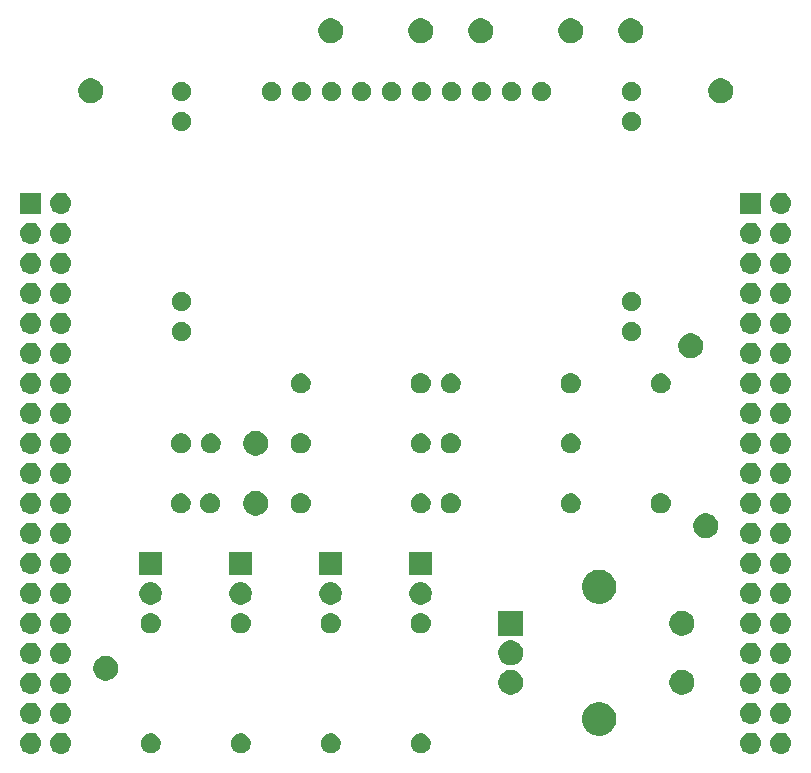
<source format=gbs>
G04 #@! TF.GenerationSoftware,KiCad,Pcbnew,5.1.0-060a0da~80~ubuntu16.04.1*
G04 #@! TF.CreationDate,2019-04-14T22:16:02+09:00*
G04 #@! TF.ProjectId,Akashi-01,416b6173-6869-42d3-9031-2e6b69636164,rev?*
G04 #@! TF.SameCoordinates,Original*
G04 #@! TF.FileFunction,Soldermask,Bot*
G04 #@! TF.FilePolarity,Negative*
%FSLAX46Y46*%
G04 Gerber Fmt 4.6, Leading zero omitted, Abs format (unit mm)*
G04 Created by KiCad (PCBNEW 5.1.0-060a0da~80~ubuntu16.04.1) date 2019-04-14 22:16:02*
%MOMM*%
%LPD*%
G04 APERTURE LIST*
%ADD10C,0.100000*%
G04 APERTURE END LIST*
D10*
G36*
X122030443Y-105785519D02*
G01*
X122096627Y-105792037D01*
X122266466Y-105843557D01*
X122422991Y-105927222D01*
X122458729Y-105956552D01*
X122560186Y-106039814D01*
X122640369Y-106137519D01*
X122672778Y-106177009D01*
X122756443Y-106333534D01*
X122807963Y-106503373D01*
X122825359Y-106680000D01*
X122807963Y-106856627D01*
X122756443Y-107026466D01*
X122672778Y-107182991D01*
X122643448Y-107218729D01*
X122560186Y-107320186D01*
X122458729Y-107403448D01*
X122422991Y-107432778D01*
X122266466Y-107516443D01*
X122096627Y-107567963D01*
X122030443Y-107574481D01*
X121964260Y-107581000D01*
X121875740Y-107581000D01*
X121809557Y-107574481D01*
X121743373Y-107567963D01*
X121573534Y-107516443D01*
X121417009Y-107432778D01*
X121381271Y-107403448D01*
X121279814Y-107320186D01*
X121196552Y-107218729D01*
X121167222Y-107182991D01*
X121083557Y-107026466D01*
X121032037Y-106856627D01*
X121014641Y-106680000D01*
X121032037Y-106503373D01*
X121083557Y-106333534D01*
X121167222Y-106177009D01*
X121199631Y-106137519D01*
X121279814Y-106039814D01*
X121381271Y-105956552D01*
X121417009Y-105927222D01*
X121573534Y-105843557D01*
X121743373Y-105792037D01*
X121809557Y-105785519D01*
X121875740Y-105779000D01*
X121964260Y-105779000D01*
X122030443Y-105785519D01*
X122030443Y-105785519D01*
G37*
G36*
X180450443Y-105785519D02*
G01*
X180516627Y-105792037D01*
X180686466Y-105843557D01*
X180842991Y-105927222D01*
X180878729Y-105956552D01*
X180980186Y-106039814D01*
X181060369Y-106137519D01*
X181092778Y-106177009D01*
X181176443Y-106333534D01*
X181227963Y-106503373D01*
X181245359Y-106680000D01*
X181227963Y-106856627D01*
X181176443Y-107026466D01*
X181092778Y-107182991D01*
X181063448Y-107218729D01*
X180980186Y-107320186D01*
X180878729Y-107403448D01*
X180842991Y-107432778D01*
X180686466Y-107516443D01*
X180516627Y-107567963D01*
X180450443Y-107574481D01*
X180384260Y-107581000D01*
X180295740Y-107581000D01*
X180229557Y-107574481D01*
X180163373Y-107567963D01*
X179993534Y-107516443D01*
X179837009Y-107432778D01*
X179801271Y-107403448D01*
X179699814Y-107320186D01*
X179616552Y-107218729D01*
X179587222Y-107182991D01*
X179503557Y-107026466D01*
X179452037Y-106856627D01*
X179434641Y-106680000D01*
X179452037Y-106503373D01*
X179503557Y-106333534D01*
X179587222Y-106177009D01*
X179619631Y-106137519D01*
X179699814Y-106039814D01*
X179801271Y-105956552D01*
X179837009Y-105927222D01*
X179993534Y-105843557D01*
X180163373Y-105792037D01*
X180229557Y-105785519D01*
X180295740Y-105779000D01*
X180384260Y-105779000D01*
X180450443Y-105785519D01*
X180450443Y-105785519D01*
G37*
G36*
X182990443Y-105785519D02*
G01*
X183056627Y-105792037D01*
X183226466Y-105843557D01*
X183382991Y-105927222D01*
X183418729Y-105956552D01*
X183520186Y-106039814D01*
X183600369Y-106137519D01*
X183632778Y-106177009D01*
X183716443Y-106333534D01*
X183767963Y-106503373D01*
X183785359Y-106680000D01*
X183767963Y-106856627D01*
X183716443Y-107026466D01*
X183632778Y-107182991D01*
X183603448Y-107218729D01*
X183520186Y-107320186D01*
X183418729Y-107403448D01*
X183382991Y-107432778D01*
X183226466Y-107516443D01*
X183056627Y-107567963D01*
X182990443Y-107574481D01*
X182924260Y-107581000D01*
X182835740Y-107581000D01*
X182769557Y-107574481D01*
X182703373Y-107567963D01*
X182533534Y-107516443D01*
X182377009Y-107432778D01*
X182341271Y-107403448D01*
X182239814Y-107320186D01*
X182156552Y-107218729D01*
X182127222Y-107182991D01*
X182043557Y-107026466D01*
X181992037Y-106856627D01*
X181974641Y-106680000D01*
X181992037Y-106503373D01*
X182043557Y-106333534D01*
X182127222Y-106177009D01*
X182159631Y-106137519D01*
X182239814Y-106039814D01*
X182341271Y-105956552D01*
X182377009Y-105927222D01*
X182533534Y-105843557D01*
X182703373Y-105792037D01*
X182769557Y-105785519D01*
X182835740Y-105779000D01*
X182924260Y-105779000D01*
X182990443Y-105785519D01*
X182990443Y-105785519D01*
G37*
G36*
X119490443Y-105785519D02*
G01*
X119556627Y-105792037D01*
X119726466Y-105843557D01*
X119882991Y-105927222D01*
X119918729Y-105956552D01*
X120020186Y-106039814D01*
X120100369Y-106137519D01*
X120132778Y-106177009D01*
X120216443Y-106333534D01*
X120267963Y-106503373D01*
X120285359Y-106680000D01*
X120267963Y-106856627D01*
X120216443Y-107026466D01*
X120132778Y-107182991D01*
X120103448Y-107218729D01*
X120020186Y-107320186D01*
X119918729Y-107403448D01*
X119882991Y-107432778D01*
X119726466Y-107516443D01*
X119556627Y-107567963D01*
X119490443Y-107574481D01*
X119424260Y-107581000D01*
X119335740Y-107581000D01*
X119269557Y-107574481D01*
X119203373Y-107567963D01*
X119033534Y-107516443D01*
X118877009Y-107432778D01*
X118841271Y-107403448D01*
X118739814Y-107320186D01*
X118656552Y-107218729D01*
X118627222Y-107182991D01*
X118543557Y-107026466D01*
X118492037Y-106856627D01*
X118474641Y-106680000D01*
X118492037Y-106503373D01*
X118543557Y-106333534D01*
X118627222Y-106177009D01*
X118659631Y-106137519D01*
X118739814Y-106039814D01*
X118841271Y-105956552D01*
X118877009Y-105927222D01*
X119033534Y-105843557D01*
X119203373Y-105792037D01*
X119269557Y-105785519D01*
X119335740Y-105779000D01*
X119424260Y-105779000D01*
X119490443Y-105785519D01*
X119490443Y-105785519D01*
G37*
G36*
X129788228Y-105861703D02*
G01*
X129943100Y-105925853D01*
X130082481Y-106018985D01*
X130201015Y-106137519D01*
X130294147Y-106276900D01*
X130358297Y-106431772D01*
X130391000Y-106596184D01*
X130391000Y-106763816D01*
X130358297Y-106928228D01*
X130294147Y-107083100D01*
X130201015Y-107222481D01*
X130082481Y-107341015D01*
X129943100Y-107434147D01*
X129788228Y-107498297D01*
X129623816Y-107531000D01*
X129456184Y-107531000D01*
X129291772Y-107498297D01*
X129136900Y-107434147D01*
X128997519Y-107341015D01*
X128878985Y-107222481D01*
X128785853Y-107083100D01*
X128721703Y-106928228D01*
X128689000Y-106763816D01*
X128689000Y-106596184D01*
X128721703Y-106431772D01*
X128785853Y-106276900D01*
X128878985Y-106137519D01*
X128997519Y-106018985D01*
X129136900Y-105925853D01*
X129291772Y-105861703D01*
X129456184Y-105829000D01*
X129623816Y-105829000D01*
X129788228Y-105861703D01*
X129788228Y-105861703D01*
G37*
G36*
X137408228Y-105861703D02*
G01*
X137563100Y-105925853D01*
X137702481Y-106018985D01*
X137821015Y-106137519D01*
X137914147Y-106276900D01*
X137978297Y-106431772D01*
X138011000Y-106596184D01*
X138011000Y-106763816D01*
X137978297Y-106928228D01*
X137914147Y-107083100D01*
X137821015Y-107222481D01*
X137702481Y-107341015D01*
X137563100Y-107434147D01*
X137408228Y-107498297D01*
X137243816Y-107531000D01*
X137076184Y-107531000D01*
X136911772Y-107498297D01*
X136756900Y-107434147D01*
X136617519Y-107341015D01*
X136498985Y-107222481D01*
X136405853Y-107083100D01*
X136341703Y-106928228D01*
X136309000Y-106763816D01*
X136309000Y-106596184D01*
X136341703Y-106431772D01*
X136405853Y-106276900D01*
X136498985Y-106137519D01*
X136617519Y-106018985D01*
X136756900Y-105925853D01*
X136911772Y-105861703D01*
X137076184Y-105829000D01*
X137243816Y-105829000D01*
X137408228Y-105861703D01*
X137408228Y-105861703D01*
G37*
G36*
X145028228Y-105861703D02*
G01*
X145183100Y-105925853D01*
X145322481Y-106018985D01*
X145441015Y-106137519D01*
X145534147Y-106276900D01*
X145598297Y-106431772D01*
X145631000Y-106596184D01*
X145631000Y-106763816D01*
X145598297Y-106928228D01*
X145534147Y-107083100D01*
X145441015Y-107222481D01*
X145322481Y-107341015D01*
X145183100Y-107434147D01*
X145028228Y-107498297D01*
X144863816Y-107531000D01*
X144696184Y-107531000D01*
X144531772Y-107498297D01*
X144376900Y-107434147D01*
X144237519Y-107341015D01*
X144118985Y-107222481D01*
X144025853Y-107083100D01*
X143961703Y-106928228D01*
X143929000Y-106763816D01*
X143929000Y-106596184D01*
X143961703Y-106431772D01*
X144025853Y-106276900D01*
X144118985Y-106137519D01*
X144237519Y-106018985D01*
X144376900Y-105925853D01*
X144531772Y-105861703D01*
X144696184Y-105829000D01*
X144863816Y-105829000D01*
X145028228Y-105861703D01*
X145028228Y-105861703D01*
G37*
G36*
X152648228Y-105861703D02*
G01*
X152803100Y-105925853D01*
X152942481Y-106018985D01*
X153061015Y-106137519D01*
X153154147Y-106276900D01*
X153218297Y-106431772D01*
X153251000Y-106596184D01*
X153251000Y-106763816D01*
X153218297Y-106928228D01*
X153154147Y-107083100D01*
X153061015Y-107222481D01*
X152942481Y-107341015D01*
X152803100Y-107434147D01*
X152648228Y-107498297D01*
X152483816Y-107531000D01*
X152316184Y-107531000D01*
X152151772Y-107498297D01*
X151996900Y-107434147D01*
X151857519Y-107341015D01*
X151738985Y-107222481D01*
X151645853Y-107083100D01*
X151581703Y-106928228D01*
X151549000Y-106763816D01*
X151549000Y-106596184D01*
X151581703Y-106431772D01*
X151645853Y-106276900D01*
X151738985Y-106137519D01*
X151857519Y-106018985D01*
X151996900Y-105925853D01*
X152151772Y-105861703D01*
X152316184Y-105829000D01*
X152483816Y-105829000D01*
X152648228Y-105861703D01*
X152648228Y-105861703D01*
G37*
G36*
X167943241Y-103224760D02*
G01*
X168207305Y-103334139D01*
X168444958Y-103492934D01*
X168647066Y-103695042D01*
X168805861Y-103932695D01*
X168915240Y-104196759D01*
X168971000Y-104477088D01*
X168971000Y-104762912D01*
X168915240Y-105043241D01*
X168805861Y-105307305D01*
X168647066Y-105544958D01*
X168444958Y-105747066D01*
X168207305Y-105905861D01*
X167943241Y-106015240D01*
X167662912Y-106071000D01*
X167377088Y-106071000D01*
X167096759Y-106015240D01*
X166832695Y-105905861D01*
X166595042Y-105747066D01*
X166392934Y-105544958D01*
X166234139Y-105307305D01*
X166124760Y-105043241D01*
X166069000Y-104762912D01*
X166069000Y-104477088D01*
X166124760Y-104196759D01*
X166234139Y-103932695D01*
X166392934Y-103695042D01*
X166595042Y-103492934D01*
X166832695Y-103334139D01*
X167096759Y-103224760D01*
X167377088Y-103169000D01*
X167662912Y-103169000D01*
X167943241Y-103224760D01*
X167943241Y-103224760D01*
G37*
G36*
X180450443Y-103245519D02*
G01*
X180516627Y-103252037D01*
X180686466Y-103303557D01*
X180842991Y-103387222D01*
X180878729Y-103416552D01*
X180980186Y-103499814D01*
X181063448Y-103601271D01*
X181092778Y-103637009D01*
X181176443Y-103793534D01*
X181227963Y-103963373D01*
X181245359Y-104140000D01*
X181227963Y-104316627D01*
X181176443Y-104486466D01*
X181092778Y-104642991D01*
X181063448Y-104678729D01*
X180980186Y-104780186D01*
X180878729Y-104863448D01*
X180842991Y-104892778D01*
X180686466Y-104976443D01*
X180516627Y-105027963D01*
X180450442Y-105034482D01*
X180384260Y-105041000D01*
X180295740Y-105041000D01*
X180229557Y-105034481D01*
X180163373Y-105027963D01*
X179993534Y-104976443D01*
X179837009Y-104892778D01*
X179801271Y-104863448D01*
X179699814Y-104780186D01*
X179616552Y-104678729D01*
X179587222Y-104642991D01*
X179503557Y-104486466D01*
X179452037Y-104316627D01*
X179434641Y-104140000D01*
X179452037Y-103963373D01*
X179503557Y-103793534D01*
X179587222Y-103637009D01*
X179616552Y-103601271D01*
X179699814Y-103499814D01*
X179801271Y-103416552D01*
X179837009Y-103387222D01*
X179993534Y-103303557D01*
X180163373Y-103252037D01*
X180229558Y-103245518D01*
X180295740Y-103239000D01*
X180384260Y-103239000D01*
X180450443Y-103245519D01*
X180450443Y-103245519D01*
G37*
G36*
X119490443Y-103245519D02*
G01*
X119556627Y-103252037D01*
X119726466Y-103303557D01*
X119882991Y-103387222D01*
X119918729Y-103416552D01*
X120020186Y-103499814D01*
X120103448Y-103601271D01*
X120132778Y-103637009D01*
X120216443Y-103793534D01*
X120267963Y-103963373D01*
X120285359Y-104140000D01*
X120267963Y-104316627D01*
X120216443Y-104486466D01*
X120132778Y-104642991D01*
X120103448Y-104678729D01*
X120020186Y-104780186D01*
X119918729Y-104863448D01*
X119882991Y-104892778D01*
X119726466Y-104976443D01*
X119556627Y-105027963D01*
X119490442Y-105034482D01*
X119424260Y-105041000D01*
X119335740Y-105041000D01*
X119269557Y-105034481D01*
X119203373Y-105027963D01*
X119033534Y-104976443D01*
X118877009Y-104892778D01*
X118841271Y-104863448D01*
X118739814Y-104780186D01*
X118656552Y-104678729D01*
X118627222Y-104642991D01*
X118543557Y-104486466D01*
X118492037Y-104316627D01*
X118474641Y-104140000D01*
X118492037Y-103963373D01*
X118543557Y-103793534D01*
X118627222Y-103637009D01*
X118656552Y-103601271D01*
X118739814Y-103499814D01*
X118841271Y-103416552D01*
X118877009Y-103387222D01*
X119033534Y-103303557D01*
X119203373Y-103252037D01*
X119269558Y-103245518D01*
X119335740Y-103239000D01*
X119424260Y-103239000D01*
X119490443Y-103245519D01*
X119490443Y-103245519D01*
G37*
G36*
X122030443Y-103245519D02*
G01*
X122096627Y-103252037D01*
X122266466Y-103303557D01*
X122422991Y-103387222D01*
X122458729Y-103416552D01*
X122560186Y-103499814D01*
X122643448Y-103601271D01*
X122672778Y-103637009D01*
X122756443Y-103793534D01*
X122807963Y-103963373D01*
X122825359Y-104140000D01*
X122807963Y-104316627D01*
X122756443Y-104486466D01*
X122672778Y-104642991D01*
X122643448Y-104678729D01*
X122560186Y-104780186D01*
X122458729Y-104863448D01*
X122422991Y-104892778D01*
X122266466Y-104976443D01*
X122096627Y-105027963D01*
X122030442Y-105034482D01*
X121964260Y-105041000D01*
X121875740Y-105041000D01*
X121809557Y-105034481D01*
X121743373Y-105027963D01*
X121573534Y-104976443D01*
X121417009Y-104892778D01*
X121381271Y-104863448D01*
X121279814Y-104780186D01*
X121196552Y-104678729D01*
X121167222Y-104642991D01*
X121083557Y-104486466D01*
X121032037Y-104316627D01*
X121014641Y-104140000D01*
X121032037Y-103963373D01*
X121083557Y-103793534D01*
X121167222Y-103637009D01*
X121196552Y-103601271D01*
X121279814Y-103499814D01*
X121381271Y-103416552D01*
X121417009Y-103387222D01*
X121573534Y-103303557D01*
X121743373Y-103252037D01*
X121809558Y-103245518D01*
X121875740Y-103239000D01*
X121964260Y-103239000D01*
X122030443Y-103245519D01*
X122030443Y-103245519D01*
G37*
G36*
X182990443Y-103245519D02*
G01*
X183056627Y-103252037D01*
X183226466Y-103303557D01*
X183382991Y-103387222D01*
X183418729Y-103416552D01*
X183520186Y-103499814D01*
X183603448Y-103601271D01*
X183632778Y-103637009D01*
X183716443Y-103793534D01*
X183767963Y-103963373D01*
X183785359Y-104140000D01*
X183767963Y-104316627D01*
X183716443Y-104486466D01*
X183632778Y-104642991D01*
X183603448Y-104678729D01*
X183520186Y-104780186D01*
X183418729Y-104863448D01*
X183382991Y-104892778D01*
X183226466Y-104976443D01*
X183056627Y-105027963D01*
X182990442Y-105034482D01*
X182924260Y-105041000D01*
X182835740Y-105041000D01*
X182769557Y-105034481D01*
X182703373Y-105027963D01*
X182533534Y-104976443D01*
X182377009Y-104892778D01*
X182341271Y-104863448D01*
X182239814Y-104780186D01*
X182156552Y-104678729D01*
X182127222Y-104642991D01*
X182043557Y-104486466D01*
X181992037Y-104316627D01*
X181974641Y-104140000D01*
X181992037Y-103963373D01*
X182043557Y-103793534D01*
X182127222Y-103637009D01*
X182156552Y-103601271D01*
X182239814Y-103499814D01*
X182341271Y-103416552D01*
X182377009Y-103387222D01*
X182533534Y-103303557D01*
X182703373Y-103252037D01*
X182769558Y-103245518D01*
X182835740Y-103239000D01*
X182924260Y-103239000D01*
X182990443Y-103245519D01*
X182990443Y-103245519D01*
G37*
G36*
X174826564Y-100509389D02*
G01*
X175017833Y-100588615D01*
X175017835Y-100588616D01*
X175189973Y-100703635D01*
X175336365Y-100850027D01*
X175436556Y-100999973D01*
X175451385Y-101022167D01*
X175530611Y-101213436D01*
X175571000Y-101416484D01*
X175571000Y-101623516D01*
X175530611Y-101826564D01*
X175480946Y-101946466D01*
X175451384Y-102017835D01*
X175336365Y-102189973D01*
X175189973Y-102336365D01*
X175017835Y-102451384D01*
X175017834Y-102451385D01*
X175017833Y-102451385D01*
X174826564Y-102530611D01*
X174623516Y-102571000D01*
X174416484Y-102571000D01*
X174213436Y-102530611D01*
X174022167Y-102451385D01*
X174022166Y-102451385D01*
X174022165Y-102451384D01*
X173850027Y-102336365D01*
X173703635Y-102189973D01*
X173588616Y-102017835D01*
X173559054Y-101946466D01*
X173509389Y-101826564D01*
X173469000Y-101623516D01*
X173469000Y-101416484D01*
X173509389Y-101213436D01*
X173588615Y-101022167D01*
X173603445Y-100999973D01*
X173703635Y-100850027D01*
X173850027Y-100703635D01*
X174022165Y-100588616D01*
X174022167Y-100588615D01*
X174213436Y-100509389D01*
X174416484Y-100469000D01*
X174623516Y-100469000D01*
X174826564Y-100509389D01*
X174826564Y-100509389D01*
G37*
G36*
X160326564Y-100509389D02*
G01*
X160517833Y-100588615D01*
X160517835Y-100588616D01*
X160689973Y-100703635D01*
X160836365Y-100850027D01*
X160936556Y-100999973D01*
X160951385Y-101022167D01*
X161030611Y-101213436D01*
X161071000Y-101416484D01*
X161071000Y-101623516D01*
X161030611Y-101826564D01*
X160980946Y-101946466D01*
X160951384Y-102017835D01*
X160836365Y-102189973D01*
X160689973Y-102336365D01*
X160517835Y-102451384D01*
X160517834Y-102451385D01*
X160517833Y-102451385D01*
X160326564Y-102530611D01*
X160123516Y-102571000D01*
X159916484Y-102571000D01*
X159713436Y-102530611D01*
X159522167Y-102451385D01*
X159522166Y-102451385D01*
X159522165Y-102451384D01*
X159350027Y-102336365D01*
X159203635Y-102189973D01*
X159088616Y-102017835D01*
X159059054Y-101946466D01*
X159009389Y-101826564D01*
X158969000Y-101623516D01*
X158969000Y-101416484D01*
X159009389Y-101213436D01*
X159088615Y-101022167D01*
X159103445Y-100999973D01*
X159203635Y-100850027D01*
X159350027Y-100703635D01*
X159522165Y-100588616D01*
X159522167Y-100588615D01*
X159713436Y-100509389D01*
X159916484Y-100469000D01*
X160123516Y-100469000D01*
X160326564Y-100509389D01*
X160326564Y-100509389D01*
G37*
G36*
X182971319Y-100703635D02*
G01*
X183056627Y-100712037D01*
X183226466Y-100763557D01*
X183382991Y-100847222D01*
X183418729Y-100876552D01*
X183520186Y-100959814D01*
X183603448Y-101061271D01*
X183632778Y-101097009D01*
X183632779Y-101097011D01*
X183695010Y-101213435D01*
X183716443Y-101253534D01*
X183767963Y-101423373D01*
X183785359Y-101600000D01*
X183767963Y-101776627D01*
X183716443Y-101946466D01*
X183632778Y-102102991D01*
X183603448Y-102138729D01*
X183520186Y-102240186D01*
X183418729Y-102323448D01*
X183382991Y-102352778D01*
X183226466Y-102436443D01*
X183056627Y-102487963D01*
X182990442Y-102494482D01*
X182924260Y-102501000D01*
X182835740Y-102501000D01*
X182769558Y-102494482D01*
X182703373Y-102487963D01*
X182533534Y-102436443D01*
X182377009Y-102352778D01*
X182341271Y-102323448D01*
X182239814Y-102240186D01*
X182156552Y-102138729D01*
X182127222Y-102102991D01*
X182043557Y-101946466D01*
X181992037Y-101776627D01*
X181974641Y-101600000D01*
X181992037Y-101423373D01*
X182043557Y-101253534D01*
X182064991Y-101213435D01*
X182127221Y-101097011D01*
X182127222Y-101097009D01*
X182156552Y-101061271D01*
X182239814Y-100959814D01*
X182341271Y-100876552D01*
X182377009Y-100847222D01*
X182533534Y-100763557D01*
X182703373Y-100712037D01*
X182788681Y-100703635D01*
X182835740Y-100699000D01*
X182924260Y-100699000D01*
X182971319Y-100703635D01*
X182971319Y-100703635D01*
G37*
G36*
X180431319Y-100703635D02*
G01*
X180516627Y-100712037D01*
X180686466Y-100763557D01*
X180842991Y-100847222D01*
X180878729Y-100876552D01*
X180980186Y-100959814D01*
X181063448Y-101061271D01*
X181092778Y-101097009D01*
X181092779Y-101097011D01*
X181155010Y-101213435D01*
X181176443Y-101253534D01*
X181227963Y-101423373D01*
X181245359Y-101600000D01*
X181227963Y-101776627D01*
X181176443Y-101946466D01*
X181092778Y-102102991D01*
X181063448Y-102138729D01*
X180980186Y-102240186D01*
X180878729Y-102323448D01*
X180842991Y-102352778D01*
X180686466Y-102436443D01*
X180516627Y-102487963D01*
X180450442Y-102494482D01*
X180384260Y-102501000D01*
X180295740Y-102501000D01*
X180229558Y-102494482D01*
X180163373Y-102487963D01*
X179993534Y-102436443D01*
X179837009Y-102352778D01*
X179801271Y-102323448D01*
X179699814Y-102240186D01*
X179616552Y-102138729D01*
X179587222Y-102102991D01*
X179503557Y-101946466D01*
X179452037Y-101776627D01*
X179434641Y-101600000D01*
X179452037Y-101423373D01*
X179503557Y-101253534D01*
X179524991Y-101213435D01*
X179587221Y-101097011D01*
X179587222Y-101097009D01*
X179616552Y-101061271D01*
X179699814Y-100959814D01*
X179801271Y-100876552D01*
X179837009Y-100847222D01*
X179993534Y-100763557D01*
X180163373Y-100712037D01*
X180248681Y-100703635D01*
X180295740Y-100699000D01*
X180384260Y-100699000D01*
X180431319Y-100703635D01*
X180431319Y-100703635D01*
G37*
G36*
X119471319Y-100703635D02*
G01*
X119556627Y-100712037D01*
X119726466Y-100763557D01*
X119882991Y-100847222D01*
X119918729Y-100876552D01*
X120020186Y-100959814D01*
X120103448Y-101061271D01*
X120132778Y-101097009D01*
X120132779Y-101097011D01*
X120195010Y-101213435D01*
X120216443Y-101253534D01*
X120267963Y-101423373D01*
X120285359Y-101600000D01*
X120267963Y-101776627D01*
X120216443Y-101946466D01*
X120132778Y-102102991D01*
X120103448Y-102138729D01*
X120020186Y-102240186D01*
X119918729Y-102323448D01*
X119882991Y-102352778D01*
X119726466Y-102436443D01*
X119556627Y-102487963D01*
X119490442Y-102494482D01*
X119424260Y-102501000D01*
X119335740Y-102501000D01*
X119269558Y-102494482D01*
X119203373Y-102487963D01*
X119033534Y-102436443D01*
X118877009Y-102352778D01*
X118841271Y-102323448D01*
X118739814Y-102240186D01*
X118656552Y-102138729D01*
X118627222Y-102102991D01*
X118543557Y-101946466D01*
X118492037Y-101776627D01*
X118474641Y-101600000D01*
X118492037Y-101423373D01*
X118543557Y-101253534D01*
X118564991Y-101213435D01*
X118627221Y-101097011D01*
X118627222Y-101097009D01*
X118656552Y-101061271D01*
X118739814Y-100959814D01*
X118841271Y-100876552D01*
X118877009Y-100847222D01*
X119033534Y-100763557D01*
X119203373Y-100712037D01*
X119288681Y-100703635D01*
X119335740Y-100699000D01*
X119424260Y-100699000D01*
X119471319Y-100703635D01*
X119471319Y-100703635D01*
G37*
G36*
X122011319Y-100703635D02*
G01*
X122096627Y-100712037D01*
X122266466Y-100763557D01*
X122422991Y-100847222D01*
X122458729Y-100876552D01*
X122560186Y-100959814D01*
X122643448Y-101061271D01*
X122672778Y-101097009D01*
X122672779Y-101097011D01*
X122735010Y-101213435D01*
X122756443Y-101253534D01*
X122807963Y-101423373D01*
X122825359Y-101600000D01*
X122807963Y-101776627D01*
X122756443Y-101946466D01*
X122672778Y-102102991D01*
X122643448Y-102138729D01*
X122560186Y-102240186D01*
X122458729Y-102323448D01*
X122422991Y-102352778D01*
X122266466Y-102436443D01*
X122096627Y-102487963D01*
X122030442Y-102494482D01*
X121964260Y-102501000D01*
X121875740Y-102501000D01*
X121809558Y-102494482D01*
X121743373Y-102487963D01*
X121573534Y-102436443D01*
X121417009Y-102352778D01*
X121381271Y-102323448D01*
X121279814Y-102240186D01*
X121196552Y-102138729D01*
X121167222Y-102102991D01*
X121083557Y-101946466D01*
X121032037Y-101776627D01*
X121014641Y-101600000D01*
X121032037Y-101423373D01*
X121083557Y-101253534D01*
X121104991Y-101213435D01*
X121167221Y-101097011D01*
X121167222Y-101097009D01*
X121196552Y-101061271D01*
X121279814Y-100959814D01*
X121381271Y-100876552D01*
X121417009Y-100847222D01*
X121573534Y-100763557D01*
X121743373Y-100712037D01*
X121828681Y-100703635D01*
X121875740Y-100699000D01*
X121964260Y-100699000D01*
X122011319Y-100703635D01*
X122011319Y-100703635D01*
G37*
G36*
X126036564Y-99319389D02*
G01*
X126227833Y-99398615D01*
X126227835Y-99398616D01*
X126399973Y-99513635D01*
X126546365Y-99660027D01*
X126648431Y-99812779D01*
X126661385Y-99832167D01*
X126740611Y-100023436D01*
X126781000Y-100226484D01*
X126781000Y-100433516D01*
X126740611Y-100636564D01*
X126661385Y-100827833D01*
X126661384Y-100827835D01*
X126546365Y-100999973D01*
X126399973Y-101146365D01*
X126227835Y-101261384D01*
X126227834Y-101261385D01*
X126227833Y-101261385D01*
X126036564Y-101340611D01*
X125833516Y-101381000D01*
X125626484Y-101381000D01*
X125423436Y-101340611D01*
X125232167Y-101261385D01*
X125232166Y-101261385D01*
X125232165Y-101261384D01*
X125060027Y-101146365D01*
X124913635Y-100999973D01*
X124798616Y-100827835D01*
X124798615Y-100827833D01*
X124719389Y-100636564D01*
X124679000Y-100433516D01*
X124679000Y-100226484D01*
X124719389Y-100023436D01*
X124798615Y-99832167D01*
X124811570Y-99812779D01*
X124913635Y-99660027D01*
X125060027Y-99513635D01*
X125232165Y-99398616D01*
X125232167Y-99398615D01*
X125423436Y-99319389D01*
X125626484Y-99279000D01*
X125833516Y-99279000D01*
X126036564Y-99319389D01*
X126036564Y-99319389D01*
G37*
G36*
X160326564Y-98009389D02*
G01*
X160517833Y-98088615D01*
X160517835Y-98088616D01*
X160623172Y-98159000D01*
X160689973Y-98203635D01*
X160836365Y-98350027D01*
X160951385Y-98522167D01*
X161030611Y-98713436D01*
X161071000Y-98916484D01*
X161071000Y-99123516D01*
X161030611Y-99326564D01*
X160953124Y-99513635D01*
X160951384Y-99517835D01*
X160836365Y-99689973D01*
X160689973Y-99836365D01*
X160517835Y-99951384D01*
X160517834Y-99951385D01*
X160517833Y-99951385D01*
X160326564Y-100030611D01*
X160123516Y-100071000D01*
X159916484Y-100071000D01*
X159713436Y-100030611D01*
X159522167Y-99951385D01*
X159522166Y-99951385D01*
X159522165Y-99951384D01*
X159350027Y-99836365D01*
X159203635Y-99689973D01*
X159088616Y-99517835D01*
X159086876Y-99513635D01*
X159009389Y-99326564D01*
X158969000Y-99123516D01*
X158969000Y-98916484D01*
X159009389Y-98713436D01*
X159088615Y-98522167D01*
X159203635Y-98350027D01*
X159350027Y-98203635D01*
X159416828Y-98159000D01*
X159522165Y-98088616D01*
X159522167Y-98088615D01*
X159713436Y-98009389D01*
X159916484Y-97969000D01*
X160123516Y-97969000D01*
X160326564Y-98009389D01*
X160326564Y-98009389D01*
G37*
G36*
X122030443Y-98165519D02*
G01*
X122096627Y-98172037D01*
X122266466Y-98223557D01*
X122422991Y-98307222D01*
X122458729Y-98336552D01*
X122560186Y-98419814D01*
X122643448Y-98521271D01*
X122672778Y-98557009D01*
X122756443Y-98713534D01*
X122807963Y-98883373D01*
X122825359Y-99060000D01*
X122807963Y-99236627D01*
X122756443Y-99406466D01*
X122672778Y-99562991D01*
X122643448Y-99598729D01*
X122560186Y-99700186D01*
X122458729Y-99783448D01*
X122422991Y-99812778D01*
X122266466Y-99896443D01*
X122096627Y-99947963D01*
X122030443Y-99954481D01*
X121964260Y-99961000D01*
X121875740Y-99961000D01*
X121809557Y-99954481D01*
X121743373Y-99947963D01*
X121573534Y-99896443D01*
X121417009Y-99812778D01*
X121381271Y-99783448D01*
X121279814Y-99700186D01*
X121196552Y-99598729D01*
X121167222Y-99562991D01*
X121083557Y-99406466D01*
X121032037Y-99236627D01*
X121014641Y-99060000D01*
X121032037Y-98883373D01*
X121083557Y-98713534D01*
X121167222Y-98557009D01*
X121196552Y-98521271D01*
X121279814Y-98419814D01*
X121381271Y-98336552D01*
X121417009Y-98307222D01*
X121573534Y-98223557D01*
X121743373Y-98172037D01*
X121809557Y-98165519D01*
X121875740Y-98159000D01*
X121964260Y-98159000D01*
X122030443Y-98165519D01*
X122030443Y-98165519D01*
G37*
G36*
X182990443Y-98165519D02*
G01*
X183056627Y-98172037D01*
X183226466Y-98223557D01*
X183382991Y-98307222D01*
X183418729Y-98336552D01*
X183520186Y-98419814D01*
X183603448Y-98521271D01*
X183632778Y-98557009D01*
X183716443Y-98713534D01*
X183767963Y-98883373D01*
X183785359Y-99060000D01*
X183767963Y-99236627D01*
X183716443Y-99406466D01*
X183632778Y-99562991D01*
X183603448Y-99598729D01*
X183520186Y-99700186D01*
X183418729Y-99783448D01*
X183382991Y-99812778D01*
X183226466Y-99896443D01*
X183056627Y-99947963D01*
X182990443Y-99954481D01*
X182924260Y-99961000D01*
X182835740Y-99961000D01*
X182769557Y-99954481D01*
X182703373Y-99947963D01*
X182533534Y-99896443D01*
X182377009Y-99812778D01*
X182341271Y-99783448D01*
X182239814Y-99700186D01*
X182156552Y-99598729D01*
X182127222Y-99562991D01*
X182043557Y-99406466D01*
X181992037Y-99236627D01*
X181974641Y-99060000D01*
X181992037Y-98883373D01*
X182043557Y-98713534D01*
X182127222Y-98557009D01*
X182156552Y-98521271D01*
X182239814Y-98419814D01*
X182341271Y-98336552D01*
X182377009Y-98307222D01*
X182533534Y-98223557D01*
X182703373Y-98172037D01*
X182769557Y-98165519D01*
X182835740Y-98159000D01*
X182924260Y-98159000D01*
X182990443Y-98165519D01*
X182990443Y-98165519D01*
G37*
G36*
X180450443Y-98165519D02*
G01*
X180516627Y-98172037D01*
X180686466Y-98223557D01*
X180842991Y-98307222D01*
X180878729Y-98336552D01*
X180980186Y-98419814D01*
X181063448Y-98521271D01*
X181092778Y-98557009D01*
X181176443Y-98713534D01*
X181227963Y-98883373D01*
X181245359Y-99060000D01*
X181227963Y-99236627D01*
X181176443Y-99406466D01*
X181092778Y-99562991D01*
X181063448Y-99598729D01*
X180980186Y-99700186D01*
X180878729Y-99783448D01*
X180842991Y-99812778D01*
X180686466Y-99896443D01*
X180516627Y-99947963D01*
X180450443Y-99954481D01*
X180384260Y-99961000D01*
X180295740Y-99961000D01*
X180229557Y-99954481D01*
X180163373Y-99947963D01*
X179993534Y-99896443D01*
X179837009Y-99812778D01*
X179801271Y-99783448D01*
X179699814Y-99700186D01*
X179616552Y-99598729D01*
X179587222Y-99562991D01*
X179503557Y-99406466D01*
X179452037Y-99236627D01*
X179434641Y-99060000D01*
X179452037Y-98883373D01*
X179503557Y-98713534D01*
X179587222Y-98557009D01*
X179616552Y-98521271D01*
X179699814Y-98419814D01*
X179801271Y-98336552D01*
X179837009Y-98307222D01*
X179993534Y-98223557D01*
X180163373Y-98172037D01*
X180229557Y-98165519D01*
X180295740Y-98159000D01*
X180384260Y-98159000D01*
X180450443Y-98165519D01*
X180450443Y-98165519D01*
G37*
G36*
X119490443Y-98165519D02*
G01*
X119556627Y-98172037D01*
X119726466Y-98223557D01*
X119882991Y-98307222D01*
X119918729Y-98336552D01*
X120020186Y-98419814D01*
X120103448Y-98521271D01*
X120132778Y-98557009D01*
X120216443Y-98713534D01*
X120267963Y-98883373D01*
X120285359Y-99060000D01*
X120267963Y-99236627D01*
X120216443Y-99406466D01*
X120132778Y-99562991D01*
X120103448Y-99598729D01*
X120020186Y-99700186D01*
X119918729Y-99783448D01*
X119882991Y-99812778D01*
X119726466Y-99896443D01*
X119556627Y-99947963D01*
X119490443Y-99954481D01*
X119424260Y-99961000D01*
X119335740Y-99961000D01*
X119269557Y-99954481D01*
X119203373Y-99947963D01*
X119033534Y-99896443D01*
X118877009Y-99812778D01*
X118841271Y-99783448D01*
X118739814Y-99700186D01*
X118656552Y-99598729D01*
X118627222Y-99562991D01*
X118543557Y-99406466D01*
X118492037Y-99236627D01*
X118474641Y-99060000D01*
X118492037Y-98883373D01*
X118543557Y-98713534D01*
X118627222Y-98557009D01*
X118656552Y-98521271D01*
X118739814Y-98419814D01*
X118841271Y-98336552D01*
X118877009Y-98307222D01*
X119033534Y-98223557D01*
X119203373Y-98172037D01*
X119269557Y-98165519D01*
X119335740Y-98159000D01*
X119424260Y-98159000D01*
X119490443Y-98165519D01*
X119490443Y-98165519D01*
G37*
G36*
X161071000Y-97571000D02*
G01*
X158969000Y-97571000D01*
X158969000Y-95469000D01*
X161071000Y-95469000D01*
X161071000Y-97571000D01*
X161071000Y-97571000D01*
G37*
G36*
X174826564Y-95509389D02*
G01*
X175017833Y-95588615D01*
X175017835Y-95588616D01*
X175082819Y-95632037D01*
X175189973Y-95703635D01*
X175336365Y-95850027D01*
X175451385Y-96022167D01*
X175530611Y-96213436D01*
X175571000Y-96416484D01*
X175571000Y-96623516D01*
X175530611Y-96826564D01*
X175514083Y-96866466D01*
X175451384Y-97017835D01*
X175336365Y-97189973D01*
X175189973Y-97336365D01*
X175017835Y-97451384D01*
X175017834Y-97451385D01*
X175017833Y-97451385D01*
X174826564Y-97530611D01*
X174623516Y-97571000D01*
X174416484Y-97571000D01*
X174213436Y-97530611D01*
X174022167Y-97451385D01*
X174022166Y-97451385D01*
X174022165Y-97451384D01*
X173850027Y-97336365D01*
X173703635Y-97189973D01*
X173588616Y-97017835D01*
X173525917Y-96866466D01*
X173509389Y-96826564D01*
X173469000Y-96623516D01*
X173469000Y-96416484D01*
X173509389Y-96213436D01*
X173588615Y-96022167D01*
X173703635Y-95850027D01*
X173850027Y-95703635D01*
X173957181Y-95632037D01*
X174022165Y-95588616D01*
X174022167Y-95588615D01*
X174213436Y-95509389D01*
X174416484Y-95469000D01*
X174623516Y-95469000D01*
X174826564Y-95509389D01*
X174826564Y-95509389D01*
G37*
G36*
X119490442Y-95625518D02*
G01*
X119556627Y-95632037D01*
X119726466Y-95683557D01*
X119882991Y-95767222D01*
X119918729Y-95796552D01*
X120020186Y-95879814D01*
X120103448Y-95981271D01*
X120132778Y-96017009D01*
X120216443Y-96173534D01*
X120267963Y-96343373D01*
X120285359Y-96520000D01*
X120267963Y-96696627D01*
X120216443Y-96866466D01*
X120132778Y-97022991D01*
X120103448Y-97058729D01*
X120020186Y-97160186D01*
X119918729Y-97243448D01*
X119882991Y-97272778D01*
X119726466Y-97356443D01*
X119556627Y-97407963D01*
X119490442Y-97414482D01*
X119424260Y-97421000D01*
X119335740Y-97421000D01*
X119269558Y-97414482D01*
X119203373Y-97407963D01*
X119033534Y-97356443D01*
X118877009Y-97272778D01*
X118841271Y-97243448D01*
X118739814Y-97160186D01*
X118656552Y-97058729D01*
X118627222Y-97022991D01*
X118543557Y-96866466D01*
X118492037Y-96696627D01*
X118474641Y-96520000D01*
X118492037Y-96343373D01*
X118543557Y-96173534D01*
X118627222Y-96017009D01*
X118656552Y-95981271D01*
X118739814Y-95879814D01*
X118841271Y-95796552D01*
X118877009Y-95767222D01*
X119033534Y-95683557D01*
X119203373Y-95632037D01*
X119269558Y-95625518D01*
X119335740Y-95619000D01*
X119424260Y-95619000D01*
X119490442Y-95625518D01*
X119490442Y-95625518D01*
G37*
G36*
X182990442Y-95625518D02*
G01*
X183056627Y-95632037D01*
X183226466Y-95683557D01*
X183382991Y-95767222D01*
X183418729Y-95796552D01*
X183520186Y-95879814D01*
X183603448Y-95981271D01*
X183632778Y-96017009D01*
X183716443Y-96173534D01*
X183767963Y-96343373D01*
X183785359Y-96520000D01*
X183767963Y-96696627D01*
X183716443Y-96866466D01*
X183632778Y-97022991D01*
X183603448Y-97058729D01*
X183520186Y-97160186D01*
X183418729Y-97243448D01*
X183382991Y-97272778D01*
X183226466Y-97356443D01*
X183056627Y-97407963D01*
X182990442Y-97414482D01*
X182924260Y-97421000D01*
X182835740Y-97421000D01*
X182769558Y-97414482D01*
X182703373Y-97407963D01*
X182533534Y-97356443D01*
X182377009Y-97272778D01*
X182341271Y-97243448D01*
X182239814Y-97160186D01*
X182156552Y-97058729D01*
X182127222Y-97022991D01*
X182043557Y-96866466D01*
X181992037Y-96696627D01*
X181974641Y-96520000D01*
X181992037Y-96343373D01*
X182043557Y-96173534D01*
X182127222Y-96017009D01*
X182156552Y-95981271D01*
X182239814Y-95879814D01*
X182341271Y-95796552D01*
X182377009Y-95767222D01*
X182533534Y-95683557D01*
X182703373Y-95632037D01*
X182769558Y-95625518D01*
X182835740Y-95619000D01*
X182924260Y-95619000D01*
X182990442Y-95625518D01*
X182990442Y-95625518D01*
G37*
G36*
X180450442Y-95625518D02*
G01*
X180516627Y-95632037D01*
X180686466Y-95683557D01*
X180842991Y-95767222D01*
X180878729Y-95796552D01*
X180980186Y-95879814D01*
X181063448Y-95981271D01*
X181092778Y-96017009D01*
X181176443Y-96173534D01*
X181227963Y-96343373D01*
X181245359Y-96520000D01*
X181227963Y-96696627D01*
X181176443Y-96866466D01*
X181092778Y-97022991D01*
X181063448Y-97058729D01*
X180980186Y-97160186D01*
X180878729Y-97243448D01*
X180842991Y-97272778D01*
X180686466Y-97356443D01*
X180516627Y-97407963D01*
X180450442Y-97414482D01*
X180384260Y-97421000D01*
X180295740Y-97421000D01*
X180229558Y-97414482D01*
X180163373Y-97407963D01*
X179993534Y-97356443D01*
X179837009Y-97272778D01*
X179801271Y-97243448D01*
X179699814Y-97160186D01*
X179616552Y-97058729D01*
X179587222Y-97022991D01*
X179503557Y-96866466D01*
X179452037Y-96696627D01*
X179434641Y-96520000D01*
X179452037Y-96343373D01*
X179503557Y-96173534D01*
X179587222Y-96017009D01*
X179616552Y-95981271D01*
X179699814Y-95879814D01*
X179801271Y-95796552D01*
X179837009Y-95767222D01*
X179993534Y-95683557D01*
X180163373Y-95632037D01*
X180229558Y-95625518D01*
X180295740Y-95619000D01*
X180384260Y-95619000D01*
X180450442Y-95625518D01*
X180450442Y-95625518D01*
G37*
G36*
X122030442Y-95625518D02*
G01*
X122096627Y-95632037D01*
X122266466Y-95683557D01*
X122422991Y-95767222D01*
X122458729Y-95796552D01*
X122560186Y-95879814D01*
X122643448Y-95981271D01*
X122672778Y-96017009D01*
X122756443Y-96173534D01*
X122807963Y-96343373D01*
X122825359Y-96520000D01*
X122807963Y-96696627D01*
X122756443Y-96866466D01*
X122672778Y-97022991D01*
X122643448Y-97058729D01*
X122560186Y-97160186D01*
X122458729Y-97243448D01*
X122422991Y-97272778D01*
X122266466Y-97356443D01*
X122096627Y-97407963D01*
X122030442Y-97414482D01*
X121964260Y-97421000D01*
X121875740Y-97421000D01*
X121809558Y-97414482D01*
X121743373Y-97407963D01*
X121573534Y-97356443D01*
X121417009Y-97272778D01*
X121381271Y-97243448D01*
X121279814Y-97160186D01*
X121196552Y-97058729D01*
X121167222Y-97022991D01*
X121083557Y-96866466D01*
X121032037Y-96696627D01*
X121014641Y-96520000D01*
X121032037Y-96343373D01*
X121083557Y-96173534D01*
X121167222Y-96017009D01*
X121196552Y-95981271D01*
X121279814Y-95879814D01*
X121381271Y-95796552D01*
X121417009Y-95767222D01*
X121573534Y-95683557D01*
X121743373Y-95632037D01*
X121809558Y-95625518D01*
X121875740Y-95619000D01*
X121964260Y-95619000D01*
X122030442Y-95625518D01*
X122030442Y-95625518D01*
G37*
G36*
X144946823Y-95681313D02*
G01*
X145107242Y-95729976D01*
X145176922Y-95767221D01*
X145255078Y-95808996D01*
X145384659Y-95915341D01*
X145491004Y-96044922D01*
X145491005Y-96044924D01*
X145570024Y-96192758D01*
X145618687Y-96353177D01*
X145635117Y-96520000D01*
X145618687Y-96686823D01*
X145570024Y-96847242D01*
X145559747Y-96866468D01*
X145491004Y-96995078D01*
X145384659Y-97124659D01*
X145255078Y-97231004D01*
X145255076Y-97231005D01*
X145107242Y-97310024D01*
X144946823Y-97358687D01*
X144821804Y-97371000D01*
X144738196Y-97371000D01*
X144613177Y-97358687D01*
X144452758Y-97310024D01*
X144304924Y-97231005D01*
X144304922Y-97231004D01*
X144175341Y-97124659D01*
X144068996Y-96995078D01*
X144000253Y-96866468D01*
X143989976Y-96847242D01*
X143941313Y-96686823D01*
X143924883Y-96520000D01*
X143941313Y-96353177D01*
X143989976Y-96192758D01*
X144068995Y-96044924D01*
X144068996Y-96044922D01*
X144175341Y-95915341D01*
X144304922Y-95808996D01*
X144383078Y-95767221D01*
X144452758Y-95729976D01*
X144613177Y-95681313D01*
X144738196Y-95669000D01*
X144821804Y-95669000D01*
X144946823Y-95681313D01*
X144946823Y-95681313D01*
G37*
G36*
X152566823Y-95681313D02*
G01*
X152727242Y-95729976D01*
X152796922Y-95767221D01*
X152875078Y-95808996D01*
X153004659Y-95915341D01*
X153111004Y-96044922D01*
X153111005Y-96044924D01*
X153190024Y-96192758D01*
X153238687Y-96353177D01*
X153255117Y-96520000D01*
X153238687Y-96686823D01*
X153190024Y-96847242D01*
X153179747Y-96866468D01*
X153111004Y-96995078D01*
X153004659Y-97124659D01*
X152875078Y-97231004D01*
X152875076Y-97231005D01*
X152727242Y-97310024D01*
X152566823Y-97358687D01*
X152441804Y-97371000D01*
X152358196Y-97371000D01*
X152233177Y-97358687D01*
X152072758Y-97310024D01*
X151924924Y-97231005D01*
X151924922Y-97231004D01*
X151795341Y-97124659D01*
X151688996Y-96995078D01*
X151620253Y-96866468D01*
X151609976Y-96847242D01*
X151561313Y-96686823D01*
X151544883Y-96520000D01*
X151561313Y-96353177D01*
X151609976Y-96192758D01*
X151688995Y-96044924D01*
X151688996Y-96044922D01*
X151795341Y-95915341D01*
X151924922Y-95808996D01*
X152003078Y-95767221D01*
X152072758Y-95729976D01*
X152233177Y-95681313D01*
X152358196Y-95669000D01*
X152441804Y-95669000D01*
X152566823Y-95681313D01*
X152566823Y-95681313D01*
G37*
G36*
X137326823Y-95681313D02*
G01*
X137487242Y-95729976D01*
X137556922Y-95767221D01*
X137635078Y-95808996D01*
X137764659Y-95915341D01*
X137871004Y-96044922D01*
X137871005Y-96044924D01*
X137950024Y-96192758D01*
X137998687Y-96353177D01*
X138015117Y-96520000D01*
X137998687Y-96686823D01*
X137950024Y-96847242D01*
X137939747Y-96866468D01*
X137871004Y-96995078D01*
X137764659Y-97124659D01*
X137635078Y-97231004D01*
X137635076Y-97231005D01*
X137487242Y-97310024D01*
X137326823Y-97358687D01*
X137201804Y-97371000D01*
X137118196Y-97371000D01*
X136993177Y-97358687D01*
X136832758Y-97310024D01*
X136684924Y-97231005D01*
X136684922Y-97231004D01*
X136555341Y-97124659D01*
X136448996Y-96995078D01*
X136380253Y-96866468D01*
X136369976Y-96847242D01*
X136321313Y-96686823D01*
X136304883Y-96520000D01*
X136321313Y-96353177D01*
X136369976Y-96192758D01*
X136448995Y-96044924D01*
X136448996Y-96044922D01*
X136555341Y-95915341D01*
X136684922Y-95808996D01*
X136763078Y-95767221D01*
X136832758Y-95729976D01*
X136993177Y-95681313D01*
X137118196Y-95669000D01*
X137201804Y-95669000D01*
X137326823Y-95681313D01*
X137326823Y-95681313D01*
G37*
G36*
X129706823Y-95681313D02*
G01*
X129867242Y-95729976D01*
X129936922Y-95767221D01*
X130015078Y-95808996D01*
X130144659Y-95915341D01*
X130251004Y-96044922D01*
X130251005Y-96044924D01*
X130330024Y-96192758D01*
X130378687Y-96353177D01*
X130395117Y-96520000D01*
X130378687Y-96686823D01*
X130330024Y-96847242D01*
X130319747Y-96866468D01*
X130251004Y-96995078D01*
X130144659Y-97124659D01*
X130015078Y-97231004D01*
X130015076Y-97231005D01*
X129867242Y-97310024D01*
X129706823Y-97358687D01*
X129581804Y-97371000D01*
X129498196Y-97371000D01*
X129373177Y-97358687D01*
X129212758Y-97310024D01*
X129064924Y-97231005D01*
X129064922Y-97231004D01*
X128935341Y-97124659D01*
X128828996Y-96995078D01*
X128760253Y-96866468D01*
X128749976Y-96847242D01*
X128701313Y-96686823D01*
X128684883Y-96520000D01*
X128701313Y-96353177D01*
X128749976Y-96192758D01*
X128828995Y-96044924D01*
X128828996Y-96044922D01*
X128935341Y-95915341D01*
X129064922Y-95808996D01*
X129143078Y-95767221D01*
X129212758Y-95729976D01*
X129373177Y-95681313D01*
X129498196Y-95669000D01*
X129581804Y-95669000D01*
X129706823Y-95681313D01*
X129706823Y-95681313D01*
G37*
G36*
X129817395Y-93065546D02*
G01*
X129990466Y-93137234D01*
X130067818Y-93188919D01*
X130146227Y-93241310D01*
X130278690Y-93373773D01*
X130278691Y-93373775D01*
X130382766Y-93529534D01*
X130454454Y-93702605D01*
X130491000Y-93886333D01*
X130491000Y-94073667D01*
X130454454Y-94257395D01*
X130382766Y-94430466D01*
X130382765Y-94430467D01*
X130278690Y-94586227D01*
X130146227Y-94718690D01*
X130125141Y-94732779D01*
X129990466Y-94822766D01*
X129817395Y-94894454D01*
X129633667Y-94931000D01*
X129446333Y-94931000D01*
X129262605Y-94894454D01*
X129089534Y-94822766D01*
X128954859Y-94732779D01*
X128933773Y-94718690D01*
X128801310Y-94586227D01*
X128697235Y-94430467D01*
X128697234Y-94430466D01*
X128625546Y-94257395D01*
X128589000Y-94073667D01*
X128589000Y-93886333D01*
X128625546Y-93702605D01*
X128697234Y-93529534D01*
X128801309Y-93373775D01*
X128801310Y-93373773D01*
X128933773Y-93241310D01*
X129012182Y-93188919D01*
X129089534Y-93137234D01*
X129262605Y-93065546D01*
X129446333Y-93029000D01*
X129633667Y-93029000D01*
X129817395Y-93065546D01*
X129817395Y-93065546D01*
G37*
G36*
X137437395Y-93065546D02*
G01*
X137610466Y-93137234D01*
X137687818Y-93188919D01*
X137766227Y-93241310D01*
X137898690Y-93373773D01*
X137898691Y-93373775D01*
X138002766Y-93529534D01*
X138074454Y-93702605D01*
X138111000Y-93886333D01*
X138111000Y-94073667D01*
X138074454Y-94257395D01*
X138002766Y-94430466D01*
X138002765Y-94430467D01*
X137898690Y-94586227D01*
X137766227Y-94718690D01*
X137745141Y-94732779D01*
X137610466Y-94822766D01*
X137437395Y-94894454D01*
X137253667Y-94931000D01*
X137066333Y-94931000D01*
X136882605Y-94894454D01*
X136709534Y-94822766D01*
X136574859Y-94732779D01*
X136553773Y-94718690D01*
X136421310Y-94586227D01*
X136317235Y-94430467D01*
X136317234Y-94430466D01*
X136245546Y-94257395D01*
X136209000Y-94073667D01*
X136209000Y-93886333D01*
X136245546Y-93702605D01*
X136317234Y-93529534D01*
X136421309Y-93373775D01*
X136421310Y-93373773D01*
X136553773Y-93241310D01*
X136632182Y-93188919D01*
X136709534Y-93137234D01*
X136882605Y-93065546D01*
X137066333Y-93029000D01*
X137253667Y-93029000D01*
X137437395Y-93065546D01*
X137437395Y-93065546D01*
G37*
G36*
X152677395Y-93065546D02*
G01*
X152850466Y-93137234D01*
X152927818Y-93188919D01*
X153006227Y-93241310D01*
X153138690Y-93373773D01*
X153138691Y-93373775D01*
X153242766Y-93529534D01*
X153314454Y-93702605D01*
X153351000Y-93886333D01*
X153351000Y-94073667D01*
X153314454Y-94257395D01*
X153242766Y-94430466D01*
X153242765Y-94430467D01*
X153138690Y-94586227D01*
X153006227Y-94718690D01*
X152985141Y-94732779D01*
X152850466Y-94822766D01*
X152677395Y-94894454D01*
X152493667Y-94931000D01*
X152306333Y-94931000D01*
X152122605Y-94894454D01*
X151949534Y-94822766D01*
X151814859Y-94732779D01*
X151793773Y-94718690D01*
X151661310Y-94586227D01*
X151557235Y-94430467D01*
X151557234Y-94430466D01*
X151485546Y-94257395D01*
X151449000Y-94073667D01*
X151449000Y-93886333D01*
X151485546Y-93702605D01*
X151557234Y-93529534D01*
X151661309Y-93373775D01*
X151661310Y-93373773D01*
X151793773Y-93241310D01*
X151872182Y-93188919D01*
X151949534Y-93137234D01*
X152122605Y-93065546D01*
X152306333Y-93029000D01*
X152493667Y-93029000D01*
X152677395Y-93065546D01*
X152677395Y-93065546D01*
G37*
G36*
X145057395Y-93065546D02*
G01*
X145230466Y-93137234D01*
X145307818Y-93188919D01*
X145386227Y-93241310D01*
X145518690Y-93373773D01*
X145518691Y-93373775D01*
X145622766Y-93529534D01*
X145694454Y-93702605D01*
X145731000Y-93886333D01*
X145731000Y-94073667D01*
X145694454Y-94257395D01*
X145622766Y-94430466D01*
X145622765Y-94430467D01*
X145518690Y-94586227D01*
X145386227Y-94718690D01*
X145365141Y-94732779D01*
X145230466Y-94822766D01*
X145057395Y-94894454D01*
X144873667Y-94931000D01*
X144686333Y-94931000D01*
X144502605Y-94894454D01*
X144329534Y-94822766D01*
X144194859Y-94732779D01*
X144173773Y-94718690D01*
X144041310Y-94586227D01*
X143937235Y-94430467D01*
X143937234Y-94430466D01*
X143865546Y-94257395D01*
X143829000Y-94073667D01*
X143829000Y-93886333D01*
X143865546Y-93702605D01*
X143937234Y-93529534D01*
X144041309Y-93373775D01*
X144041310Y-93373773D01*
X144173773Y-93241310D01*
X144252182Y-93188919D01*
X144329534Y-93137234D01*
X144502605Y-93065546D01*
X144686333Y-93029000D01*
X144873667Y-93029000D01*
X145057395Y-93065546D01*
X145057395Y-93065546D01*
G37*
G36*
X122030443Y-93085519D02*
G01*
X122096627Y-93092037D01*
X122266466Y-93143557D01*
X122422991Y-93227222D01*
X122440156Y-93241309D01*
X122560186Y-93339814D01*
X122643448Y-93441271D01*
X122672778Y-93477009D01*
X122756443Y-93633534D01*
X122807963Y-93803373D01*
X122825359Y-93980000D01*
X122807963Y-94156627D01*
X122756443Y-94326466D01*
X122672778Y-94482991D01*
X122643448Y-94518729D01*
X122560186Y-94620186D01*
X122458729Y-94703448D01*
X122422991Y-94732778D01*
X122266466Y-94816443D01*
X122096627Y-94867963D01*
X122030443Y-94874481D01*
X121964260Y-94881000D01*
X121875740Y-94881000D01*
X121809557Y-94874481D01*
X121743373Y-94867963D01*
X121573534Y-94816443D01*
X121417009Y-94732778D01*
X121381271Y-94703448D01*
X121279814Y-94620186D01*
X121196552Y-94518729D01*
X121167222Y-94482991D01*
X121083557Y-94326466D01*
X121032037Y-94156627D01*
X121014641Y-93980000D01*
X121032037Y-93803373D01*
X121083557Y-93633534D01*
X121167222Y-93477009D01*
X121196552Y-93441271D01*
X121279814Y-93339814D01*
X121399844Y-93241309D01*
X121417009Y-93227222D01*
X121573534Y-93143557D01*
X121743373Y-93092037D01*
X121809557Y-93085519D01*
X121875740Y-93079000D01*
X121964260Y-93079000D01*
X122030443Y-93085519D01*
X122030443Y-93085519D01*
G37*
G36*
X119490443Y-93085519D02*
G01*
X119556627Y-93092037D01*
X119726466Y-93143557D01*
X119882991Y-93227222D01*
X119900156Y-93241309D01*
X120020186Y-93339814D01*
X120103448Y-93441271D01*
X120132778Y-93477009D01*
X120216443Y-93633534D01*
X120267963Y-93803373D01*
X120285359Y-93980000D01*
X120267963Y-94156627D01*
X120216443Y-94326466D01*
X120132778Y-94482991D01*
X120103448Y-94518729D01*
X120020186Y-94620186D01*
X119918729Y-94703448D01*
X119882991Y-94732778D01*
X119726466Y-94816443D01*
X119556627Y-94867963D01*
X119490443Y-94874481D01*
X119424260Y-94881000D01*
X119335740Y-94881000D01*
X119269557Y-94874481D01*
X119203373Y-94867963D01*
X119033534Y-94816443D01*
X118877009Y-94732778D01*
X118841271Y-94703448D01*
X118739814Y-94620186D01*
X118656552Y-94518729D01*
X118627222Y-94482991D01*
X118543557Y-94326466D01*
X118492037Y-94156627D01*
X118474641Y-93980000D01*
X118492037Y-93803373D01*
X118543557Y-93633534D01*
X118627222Y-93477009D01*
X118656552Y-93441271D01*
X118739814Y-93339814D01*
X118859844Y-93241309D01*
X118877009Y-93227222D01*
X119033534Y-93143557D01*
X119203373Y-93092037D01*
X119269557Y-93085519D01*
X119335740Y-93079000D01*
X119424260Y-93079000D01*
X119490443Y-93085519D01*
X119490443Y-93085519D01*
G37*
G36*
X180450443Y-93085519D02*
G01*
X180516627Y-93092037D01*
X180686466Y-93143557D01*
X180842991Y-93227222D01*
X180860156Y-93241309D01*
X180980186Y-93339814D01*
X181063448Y-93441271D01*
X181092778Y-93477009D01*
X181176443Y-93633534D01*
X181227963Y-93803373D01*
X181245359Y-93980000D01*
X181227963Y-94156627D01*
X181176443Y-94326466D01*
X181092778Y-94482991D01*
X181063448Y-94518729D01*
X180980186Y-94620186D01*
X180878729Y-94703448D01*
X180842991Y-94732778D01*
X180686466Y-94816443D01*
X180516627Y-94867963D01*
X180450443Y-94874481D01*
X180384260Y-94881000D01*
X180295740Y-94881000D01*
X180229557Y-94874481D01*
X180163373Y-94867963D01*
X179993534Y-94816443D01*
X179837009Y-94732778D01*
X179801271Y-94703448D01*
X179699814Y-94620186D01*
X179616552Y-94518729D01*
X179587222Y-94482991D01*
X179503557Y-94326466D01*
X179452037Y-94156627D01*
X179434641Y-93980000D01*
X179452037Y-93803373D01*
X179503557Y-93633534D01*
X179587222Y-93477009D01*
X179616552Y-93441271D01*
X179699814Y-93339814D01*
X179819844Y-93241309D01*
X179837009Y-93227222D01*
X179993534Y-93143557D01*
X180163373Y-93092037D01*
X180229557Y-93085519D01*
X180295740Y-93079000D01*
X180384260Y-93079000D01*
X180450443Y-93085519D01*
X180450443Y-93085519D01*
G37*
G36*
X182990443Y-93085519D02*
G01*
X183056627Y-93092037D01*
X183226466Y-93143557D01*
X183382991Y-93227222D01*
X183400156Y-93241309D01*
X183520186Y-93339814D01*
X183603448Y-93441271D01*
X183632778Y-93477009D01*
X183716443Y-93633534D01*
X183767963Y-93803373D01*
X183785359Y-93980000D01*
X183767963Y-94156627D01*
X183716443Y-94326466D01*
X183632778Y-94482991D01*
X183603448Y-94518729D01*
X183520186Y-94620186D01*
X183418729Y-94703448D01*
X183382991Y-94732778D01*
X183226466Y-94816443D01*
X183056627Y-94867963D01*
X182990443Y-94874481D01*
X182924260Y-94881000D01*
X182835740Y-94881000D01*
X182769557Y-94874481D01*
X182703373Y-94867963D01*
X182533534Y-94816443D01*
X182377009Y-94732778D01*
X182341271Y-94703448D01*
X182239814Y-94620186D01*
X182156552Y-94518729D01*
X182127222Y-94482991D01*
X182043557Y-94326466D01*
X181992037Y-94156627D01*
X181974641Y-93980000D01*
X181992037Y-93803373D01*
X182043557Y-93633534D01*
X182127222Y-93477009D01*
X182156552Y-93441271D01*
X182239814Y-93339814D01*
X182359844Y-93241309D01*
X182377009Y-93227222D01*
X182533534Y-93143557D01*
X182703373Y-93092037D01*
X182769557Y-93085519D01*
X182835740Y-93079000D01*
X182924260Y-93079000D01*
X182990443Y-93085519D01*
X182990443Y-93085519D01*
G37*
G36*
X167943241Y-92024760D02*
G01*
X168207305Y-92134139D01*
X168444958Y-92292934D01*
X168647066Y-92495042D01*
X168805861Y-92732695D01*
X168915240Y-92996759D01*
X168971000Y-93277088D01*
X168971000Y-93562912D01*
X168915240Y-93843241D01*
X168805861Y-94107305D01*
X168647066Y-94344958D01*
X168444958Y-94547066D01*
X168207305Y-94705861D01*
X167943241Y-94815240D01*
X167662912Y-94871000D01*
X167377088Y-94871000D01*
X167096759Y-94815240D01*
X166832695Y-94705861D01*
X166595042Y-94547066D01*
X166392934Y-94344958D01*
X166234139Y-94107305D01*
X166124760Y-93843241D01*
X166069000Y-93562912D01*
X166069000Y-93277088D01*
X166124760Y-92996759D01*
X166234139Y-92732695D01*
X166392934Y-92495042D01*
X166595042Y-92292934D01*
X166832695Y-92134139D01*
X167096759Y-92024760D01*
X167377088Y-91969000D01*
X167662912Y-91969000D01*
X167943241Y-92024760D01*
X167943241Y-92024760D01*
G37*
G36*
X145731000Y-92391000D02*
G01*
X143829000Y-92391000D01*
X143829000Y-90489000D01*
X145731000Y-90489000D01*
X145731000Y-92391000D01*
X145731000Y-92391000D01*
G37*
G36*
X130491000Y-92391000D02*
G01*
X128589000Y-92391000D01*
X128589000Y-90489000D01*
X130491000Y-90489000D01*
X130491000Y-92391000D01*
X130491000Y-92391000D01*
G37*
G36*
X138111000Y-92391000D02*
G01*
X136209000Y-92391000D01*
X136209000Y-90489000D01*
X138111000Y-90489000D01*
X138111000Y-92391000D01*
X138111000Y-92391000D01*
G37*
G36*
X153351000Y-92391000D02*
G01*
X151449000Y-92391000D01*
X151449000Y-90489000D01*
X153351000Y-90489000D01*
X153351000Y-92391000D01*
X153351000Y-92391000D01*
G37*
G36*
X180450443Y-90545519D02*
G01*
X180516627Y-90552037D01*
X180686466Y-90603557D01*
X180842991Y-90687222D01*
X180878729Y-90716552D01*
X180980186Y-90799814D01*
X181063448Y-90901271D01*
X181092778Y-90937009D01*
X181176443Y-91093534D01*
X181227963Y-91263373D01*
X181245359Y-91440000D01*
X181227963Y-91616627D01*
X181176443Y-91786466D01*
X181092778Y-91942991D01*
X181071433Y-91969000D01*
X180980186Y-92080186D01*
X180878729Y-92163448D01*
X180842991Y-92192778D01*
X180686466Y-92276443D01*
X180516627Y-92327963D01*
X180450443Y-92334481D01*
X180384260Y-92341000D01*
X180295740Y-92341000D01*
X180229557Y-92334481D01*
X180163373Y-92327963D01*
X179993534Y-92276443D01*
X179837009Y-92192778D01*
X179801271Y-92163448D01*
X179699814Y-92080186D01*
X179608567Y-91969000D01*
X179587222Y-91942991D01*
X179503557Y-91786466D01*
X179452037Y-91616627D01*
X179434641Y-91440000D01*
X179452037Y-91263373D01*
X179503557Y-91093534D01*
X179587222Y-90937009D01*
X179616552Y-90901271D01*
X179699814Y-90799814D01*
X179801271Y-90716552D01*
X179837009Y-90687222D01*
X179993534Y-90603557D01*
X180163373Y-90552037D01*
X180229558Y-90545518D01*
X180295740Y-90539000D01*
X180384260Y-90539000D01*
X180450443Y-90545519D01*
X180450443Y-90545519D01*
G37*
G36*
X119490443Y-90545519D02*
G01*
X119556627Y-90552037D01*
X119726466Y-90603557D01*
X119882991Y-90687222D01*
X119918729Y-90716552D01*
X120020186Y-90799814D01*
X120103448Y-90901271D01*
X120132778Y-90937009D01*
X120216443Y-91093534D01*
X120267963Y-91263373D01*
X120285359Y-91440000D01*
X120267963Y-91616627D01*
X120216443Y-91786466D01*
X120132778Y-91942991D01*
X120111433Y-91969000D01*
X120020186Y-92080186D01*
X119918729Y-92163448D01*
X119882991Y-92192778D01*
X119726466Y-92276443D01*
X119556627Y-92327963D01*
X119490443Y-92334481D01*
X119424260Y-92341000D01*
X119335740Y-92341000D01*
X119269557Y-92334481D01*
X119203373Y-92327963D01*
X119033534Y-92276443D01*
X118877009Y-92192778D01*
X118841271Y-92163448D01*
X118739814Y-92080186D01*
X118648567Y-91969000D01*
X118627222Y-91942991D01*
X118543557Y-91786466D01*
X118492037Y-91616627D01*
X118474641Y-91440000D01*
X118492037Y-91263373D01*
X118543557Y-91093534D01*
X118627222Y-90937009D01*
X118656552Y-90901271D01*
X118739814Y-90799814D01*
X118841271Y-90716552D01*
X118877009Y-90687222D01*
X119033534Y-90603557D01*
X119203373Y-90552037D01*
X119269557Y-90545519D01*
X119335740Y-90539000D01*
X119424260Y-90539000D01*
X119490443Y-90545519D01*
X119490443Y-90545519D01*
G37*
G36*
X122030443Y-90545519D02*
G01*
X122096627Y-90552037D01*
X122266466Y-90603557D01*
X122422991Y-90687222D01*
X122458729Y-90716552D01*
X122560186Y-90799814D01*
X122643448Y-90901271D01*
X122672778Y-90937009D01*
X122756443Y-91093534D01*
X122807963Y-91263373D01*
X122825359Y-91440000D01*
X122807963Y-91616627D01*
X122756443Y-91786466D01*
X122672778Y-91942991D01*
X122651433Y-91969000D01*
X122560186Y-92080186D01*
X122458729Y-92163448D01*
X122422991Y-92192778D01*
X122266466Y-92276443D01*
X122096627Y-92327963D01*
X122030443Y-92334481D01*
X121964260Y-92341000D01*
X121875740Y-92341000D01*
X121809557Y-92334481D01*
X121743373Y-92327963D01*
X121573534Y-92276443D01*
X121417009Y-92192778D01*
X121381271Y-92163448D01*
X121279814Y-92080186D01*
X121188567Y-91969000D01*
X121167222Y-91942991D01*
X121083557Y-91786466D01*
X121032037Y-91616627D01*
X121014641Y-91440000D01*
X121032037Y-91263373D01*
X121083557Y-91093534D01*
X121167222Y-90937009D01*
X121196552Y-90901271D01*
X121279814Y-90799814D01*
X121381271Y-90716552D01*
X121417009Y-90687222D01*
X121573534Y-90603557D01*
X121743373Y-90552037D01*
X121809557Y-90545519D01*
X121875740Y-90539000D01*
X121964260Y-90539000D01*
X122030443Y-90545519D01*
X122030443Y-90545519D01*
G37*
G36*
X182990443Y-90545519D02*
G01*
X183056627Y-90552037D01*
X183226466Y-90603557D01*
X183382991Y-90687222D01*
X183418729Y-90716552D01*
X183520186Y-90799814D01*
X183603448Y-90901271D01*
X183632778Y-90937009D01*
X183716443Y-91093534D01*
X183767963Y-91263373D01*
X183785359Y-91440000D01*
X183767963Y-91616627D01*
X183716443Y-91786466D01*
X183632778Y-91942991D01*
X183611433Y-91969000D01*
X183520186Y-92080186D01*
X183418729Y-92163448D01*
X183382991Y-92192778D01*
X183226466Y-92276443D01*
X183056627Y-92327963D01*
X182990443Y-92334481D01*
X182924260Y-92341000D01*
X182835740Y-92341000D01*
X182769557Y-92334481D01*
X182703373Y-92327963D01*
X182533534Y-92276443D01*
X182377009Y-92192778D01*
X182341271Y-92163448D01*
X182239814Y-92080186D01*
X182148567Y-91969000D01*
X182127222Y-91942991D01*
X182043557Y-91786466D01*
X181992037Y-91616627D01*
X181974641Y-91440000D01*
X181992037Y-91263373D01*
X182043557Y-91093534D01*
X182127222Y-90937009D01*
X182156552Y-90901271D01*
X182239814Y-90799814D01*
X182341271Y-90716552D01*
X182377009Y-90687222D01*
X182533534Y-90603557D01*
X182703373Y-90552037D01*
X182769558Y-90545518D01*
X182835740Y-90539000D01*
X182924260Y-90539000D01*
X182990443Y-90545519D01*
X182990443Y-90545519D01*
G37*
G36*
X119490443Y-88005519D02*
G01*
X119556627Y-88012037D01*
X119726466Y-88063557D01*
X119882991Y-88147222D01*
X119918729Y-88176552D01*
X120020186Y-88259814D01*
X120103448Y-88361271D01*
X120132778Y-88397009D01*
X120216443Y-88553534D01*
X120267963Y-88723373D01*
X120285359Y-88900000D01*
X120267963Y-89076627D01*
X120216443Y-89246466D01*
X120132778Y-89402991D01*
X120103448Y-89438729D01*
X120020186Y-89540186D01*
X119918729Y-89623448D01*
X119882991Y-89652778D01*
X119726466Y-89736443D01*
X119556627Y-89787963D01*
X119490443Y-89794481D01*
X119424260Y-89801000D01*
X119335740Y-89801000D01*
X119269557Y-89794481D01*
X119203373Y-89787963D01*
X119033534Y-89736443D01*
X118877009Y-89652778D01*
X118841271Y-89623448D01*
X118739814Y-89540186D01*
X118656552Y-89438729D01*
X118627222Y-89402991D01*
X118543557Y-89246466D01*
X118492037Y-89076627D01*
X118474641Y-88900000D01*
X118492037Y-88723373D01*
X118543557Y-88553534D01*
X118627222Y-88397009D01*
X118656552Y-88361271D01*
X118739814Y-88259814D01*
X118841271Y-88176552D01*
X118877009Y-88147222D01*
X119033534Y-88063557D01*
X119203373Y-88012037D01*
X119269557Y-88005519D01*
X119335740Y-87999000D01*
X119424260Y-87999000D01*
X119490443Y-88005519D01*
X119490443Y-88005519D01*
G37*
G36*
X122030443Y-88005519D02*
G01*
X122096627Y-88012037D01*
X122266466Y-88063557D01*
X122422991Y-88147222D01*
X122458729Y-88176552D01*
X122560186Y-88259814D01*
X122643448Y-88361271D01*
X122672778Y-88397009D01*
X122756443Y-88553534D01*
X122807963Y-88723373D01*
X122825359Y-88900000D01*
X122807963Y-89076627D01*
X122756443Y-89246466D01*
X122672778Y-89402991D01*
X122643448Y-89438729D01*
X122560186Y-89540186D01*
X122458729Y-89623448D01*
X122422991Y-89652778D01*
X122266466Y-89736443D01*
X122096627Y-89787963D01*
X122030443Y-89794481D01*
X121964260Y-89801000D01*
X121875740Y-89801000D01*
X121809557Y-89794481D01*
X121743373Y-89787963D01*
X121573534Y-89736443D01*
X121417009Y-89652778D01*
X121381271Y-89623448D01*
X121279814Y-89540186D01*
X121196552Y-89438729D01*
X121167222Y-89402991D01*
X121083557Y-89246466D01*
X121032037Y-89076627D01*
X121014641Y-88900000D01*
X121032037Y-88723373D01*
X121083557Y-88553534D01*
X121167222Y-88397009D01*
X121196552Y-88361271D01*
X121279814Y-88259814D01*
X121381271Y-88176552D01*
X121417009Y-88147222D01*
X121573534Y-88063557D01*
X121743373Y-88012037D01*
X121809557Y-88005519D01*
X121875740Y-87999000D01*
X121964260Y-87999000D01*
X122030443Y-88005519D01*
X122030443Y-88005519D01*
G37*
G36*
X182990443Y-88005519D02*
G01*
X183056627Y-88012037D01*
X183226466Y-88063557D01*
X183382991Y-88147222D01*
X183418729Y-88176552D01*
X183520186Y-88259814D01*
X183603448Y-88361271D01*
X183632778Y-88397009D01*
X183716443Y-88553534D01*
X183767963Y-88723373D01*
X183785359Y-88900000D01*
X183767963Y-89076627D01*
X183716443Y-89246466D01*
X183632778Y-89402991D01*
X183603448Y-89438729D01*
X183520186Y-89540186D01*
X183418729Y-89623448D01*
X183382991Y-89652778D01*
X183226466Y-89736443D01*
X183056627Y-89787963D01*
X182990443Y-89794481D01*
X182924260Y-89801000D01*
X182835740Y-89801000D01*
X182769557Y-89794481D01*
X182703373Y-89787963D01*
X182533534Y-89736443D01*
X182377009Y-89652778D01*
X182341271Y-89623448D01*
X182239814Y-89540186D01*
X182156552Y-89438729D01*
X182127222Y-89402991D01*
X182043557Y-89246466D01*
X181992037Y-89076627D01*
X181974641Y-88900000D01*
X181992037Y-88723373D01*
X182043557Y-88553534D01*
X182127222Y-88397009D01*
X182156552Y-88361271D01*
X182239814Y-88259814D01*
X182341271Y-88176552D01*
X182377009Y-88147222D01*
X182533534Y-88063557D01*
X182703373Y-88012037D01*
X182769558Y-88005518D01*
X182835740Y-87999000D01*
X182924260Y-87999000D01*
X182990443Y-88005519D01*
X182990443Y-88005519D01*
G37*
G36*
X180450443Y-88005519D02*
G01*
X180516627Y-88012037D01*
X180686466Y-88063557D01*
X180842991Y-88147222D01*
X180878729Y-88176552D01*
X180980186Y-88259814D01*
X181063448Y-88361271D01*
X181092778Y-88397009D01*
X181176443Y-88553534D01*
X181227963Y-88723373D01*
X181245359Y-88900000D01*
X181227963Y-89076627D01*
X181176443Y-89246466D01*
X181092778Y-89402991D01*
X181063448Y-89438729D01*
X180980186Y-89540186D01*
X180878729Y-89623448D01*
X180842991Y-89652778D01*
X180686466Y-89736443D01*
X180516627Y-89787963D01*
X180450443Y-89794481D01*
X180384260Y-89801000D01*
X180295740Y-89801000D01*
X180229557Y-89794481D01*
X180163373Y-89787963D01*
X179993534Y-89736443D01*
X179837009Y-89652778D01*
X179801271Y-89623448D01*
X179699814Y-89540186D01*
X179616552Y-89438729D01*
X179587222Y-89402991D01*
X179503557Y-89246466D01*
X179452037Y-89076627D01*
X179434641Y-88900000D01*
X179452037Y-88723373D01*
X179503557Y-88553534D01*
X179587222Y-88397009D01*
X179616552Y-88361271D01*
X179699814Y-88259814D01*
X179801271Y-88176552D01*
X179837009Y-88147222D01*
X179993534Y-88063557D01*
X180163373Y-88012037D01*
X180229558Y-88005518D01*
X180295740Y-87999000D01*
X180384260Y-87999000D01*
X180450443Y-88005519D01*
X180450443Y-88005519D01*
G37*
G36*
X176836564Y-87254389D02*
G01*
X176925880Y-87291385D01*
X177027835Y-87333616D01*
X177083200Y-87370610D01*
X177199973Y-87448635D01*
X177346365Y-87595027D01*
X177461385Y-87767167D01*
X177540611Y-87958436D01*
X177581000Y-88161484D01*
X177581000Y-88368516D01*
X177540611Y-88571564D01*
X177477730Y-88723373D01*
X177461384Y-88762835D01*
X177346365Y-88934973D01*
X177199973Y-89081365D01*
X177027835Y-89196384D01*
X177027834Y-89196385D01*
X177027833Y-89196385D01*
X176836564Y-89275611D01*
X176633516Y-89316000D01*
X176426484Y-89316000D01*
X176223436Y-89275611D01*
X176032167Y-89196385D01*
X176032166Y-89196385D01*
X176032165Y-89196384D01*
X175860027Y-89081365D01*
X175713635Y-88934973D01*
X175598616Y-88762835D01*
X175582270Y-88723373D01*
X175519389Y-88571564D01*
X175479000Y-88368516D01*
X175479000Y-88161484D01*
X175519389Y-87958436D01*
X175598615Y-87767167D01*
X175713635Y-87595027D01*
X175860027Y-87448635D01*
X175976800Y-87370610D01*
X176032165Y-87333616D01*
X176134120Y-87291385D01*
X176223436Y-87254389D01*
X176426484Y-87214000D01*
X176633516Y-87214000D01*
X176836564Y-87254389D01*
X176836564Y-87254389D01*
G37*
G36*
X138736564Y-85349389D02*
G01*
X138927833Y-85428615D01*
X138927835Y-85428616D01*
X138992819Y-85472037D01*
X139099973Y-85543635D01*
X139246365Y-85690027D01*
X139361385Y-85862167D01*
X139440611Y-86053436D01*
X139481000Y-86256484D01*
X139481000Y-86463516D01*
X139440611Y-86666564D01*
X139370811Y-86835076D01*
X139361384Y-86857835D01*
X139246365Y-87029973D01*
X139099973Y-87176365D01*
X138927835Y-87291384D01*
X138927834Y-87291385D01*
X138927833Y-87291385D01*
X138736564Y-87370611D01*
X138533516Y-87411000D01*
X138326484Y-87411000D01*
X138123436Y-87370611D01*
X137932167Y-87291385D01*
X137932166Y-87291385D01*
X137932165Y-87291384D01*
X137760027Y-87176365D01*
X137613635Y-87029973D01*
X137498616Y-86857835D01*
X137489189Y-86835076D01*
X137419389Y-86666564D01*
X137379000Y-86463516D01*
X137379000Y-86256484D01*
X137419389Y-86053436D01*
X137498615Y-85862167D01*
X137613635Y-85690027D01*
X137760027Y-85543635D01*
X137867181Y-85472037D01*
X137932165Y-85428616D01*
X137932167Y-85428615D01*
X138123436Y-85349389D01*
X138326484Y-85309000D01*
X138533516Y-85309000D01*
X138736564Y-85349389D01*
X138736564Y-85349389D01*
G37*
G36*
X180450442Y-85465518D02*
G01*
X180516627Y-85472037D01*
X180686466Y-85523557D01*
X180842991Y-85607222D01*
X180878729Y-85636552D01*
X180980186Y-85719814D01*
X181060369Y-85817519D01*
X181092778Y-85857009D01*
X181176443Y-86013534D01*
X181227963Y-86183373D01*
X181245359Y-86360000D01*
X181227963Y-86536627D01*
X181176443Y-86706466D01*
X181092778Y-86862991D01*
X181063448Y-86898729D01*
X180980186Y-87000186D01*
X180878729Y-87083448D01*
X180842991Y-87112778D01*
X180686466Y-87196443D01*
X180516627Y-87247963D01*
X180451382Y-87254389D01*
X180384260Y-87261000D01*
X180295740Y-87261000D01*
X180228618Y-87254389D01*
X180163373Y-87247963D01*
X179993534Y-87196443D01*
X179837009Y-87112778D01*
X179801271Y-87083448D01*
X179699814Y-87000186D01*
X179616552Y-86898729D01*
X179587222Y-86862991D01*
X179503557Y-86706466D01*
X179452037Y-86536627D01*
X179434641Y-86360000D01*
X179452037Y-86183373D01*
X179503557Y-86013534D01*
X179587222Y-85857009D01*
X179619631Y-85817519D01*
X179699814Y-85719814D01*
X179801271Y-85636552D01*
X179837009Y-85607222D01*
X179993534Y-85523557D01*
X180163373Y-85472037D01*
X180229558Y-85465518D01*
X180295740Y-85459000D01*
X180384260Y-85459000D01*
X180450442Y-85465518D01*
X180450442Y-85465518D01*
G37*
G36*
X182990442Y-85465518D02*
G01*
X183056627Y-85472037D01*
X183226466Y-85523557D01*
X183382991Y-85607222D01*
X183418729Y-85636552D01*
X183520186Y-85719814D01*
X183600369Y-85817519D01*
X183632778Y-85857009D01*
X183716443Y-86013534D01*
X183767963Y-86183373D01*
X183785359Y-86360000D01*
X183767963Y-86536627D01*
X183716443Y-86706466D01*
X183632778Y-86862991D01*
X183603448Y-86898729D01*
X183520186Y-87000186D01*
X183418729Y-87083448D01*
X183382991Y-87112778D01*
X183226466Y-87196443D01*
X183056627Y-87247963D01*
X182991382Y-87254389D01*
X182924260Y-87261000D01*
X182835740Y-87261000D01*
X182768618Y-87254389D01*
X182703373Y-87247963D01*
X182533534Y-87196443D01*
X182377009Y-87112778D01*
X182341271Y-87083448D01*
X182239814Y-87000186D01*
X182156552Y-86898729D01*
X182127222Y-86862991D01*
X182043557Y-86706466D01*
X181992037Y-86536627D01*
X181974641Y-86360000D01*
X181992037Y-86183373D01*
X182043557Y-86013534D01*
X182127222Y-85857009D01*
X182159631Y-85817519D01*
X182239814Y-85719814D01*
X182341271Y-85636552D01*
X182377009Y-85607222D01*
X182533534Y-85523557D01*
X182703373Y-85472037D01*
X182769558Y-85465518D01*
X182835740Y-85459000D01*
X182924260Y-85459000D01*
X182990442Y-85465518D01*
X182990442Y-85465518D01*
G37*
G36*
X122030442Y-85465518D02*
G01*
X122096627Y-85472037D01*
X122266466Y-85523557D01*
X122422991Y-85607222D01*
X122458729Y-85636552D01*
X122560186Y-85719814D01*
X122640369Y-85817519D01*
X122672778Y-85857009D01*
X122756443Y-86013534D01*
X122807963Y-86183373D01*
X122825359Y-86360000D01*
X122807963Y-86536627D01*
X122756443Y-86706466D01*
X122672778Y-86862991D01*
X122643448Y-86898729D01*
X122560186Y-87000186D01*
X122458729Y-87083448D01*
X122422991Y-87112778D01*
X122266466Y-87196443D01*
X122096627Y-87247963D01*
X122031382Y-87254389D01*
X121964260Y-87261000D01*
X121875740Y-87261000D01*
X121808618Y-87254389D01*
X121743373Y-87247963D01*
X121573534Y-87196443D01*
X121417009Y-87112778D01*
X121381271Y-87083448D01*
X121279814Y-87000186D01*
X121196552Y-86898729D01*
X121167222Y-86862991D01*
X121083557Y-86706466D01*
X121032037Y-86536627D01*
X121014641Y-86360000D01*
X121032037Y-86183373D01*
X121083557Y-86013534D01*
X121167222Y-85857009D01*
X121199631Y-85817519D01*
X121279814Y-85719814D01*
X121381271Y-85636552D01*
X121417009Y-85607222D01*
X121573534Y-85523557D01*
X121743373Y-85472037D01*
X121809558Y-85465518D01*
X121875740Y-85459000D01*
X121964260Y-85459000D01*
X122030442Y-85465518D01*
X122030442Y-85465518D01*
G37*
G36*
X119490442Y-85465518D02*
G01*
X119556627Y-85472037D01*
X119726466Y-85523557D01*
X119882991Y-85607222D01*
X119918729Y-85636552D01*
X120020186Y-85719814D01*
X120100369Y-85817519D01*
X120132778Y-85857009D01*
X120216443Y-86013534D01*
X120267963Y-86183373D01*
X120285359Y-86360000D01*
X120267963Y-86536627D01*
X120216443Y-86706466D01*
X120132778Y-86862991D01*
X120103448Y-86898729D01*
X120020186Y-87000186D01*
X119918729Y-87083448D01*
X119882991Y-87112778D01*
X119726466Y-87196443D01*
X119556627Y-87247963D01*
X119491382Y-87254389D01*
X119424260Y-87261000D01*
X119335740Y-87261000D01*
X119268618Y-87254389D01*
X119203373Y-87247963D01*
X119033534Y-87196443D01*
X118877009Y-87112778D01*
X118841271Y-87083448D01*
X118739814Y-87000186D01*
X118656552Y-86898729D01*
X118627222Y-86862991D01*
X118543557Y-86706466D01*
X118492037Y-86536627D01*
X118474641Y-86360000D01*
X118492037Y-86183373D01*
X118543557Y-86013534D01*
X118627222Y-85857009D01*
X118659631Y-85817519D01*
X118739814Y-85719814D01*
X118841271Y-85636552D01*
X118877009Y-85607222D01*
X119033534Y-85523557D01*
X119203373Y-85472037D01*
X119269558Y-85465518D01*
X119335740Y-85459000D01*
X119424260Y-85459000D01*
X119490442Y-85465518D01*
X119490442Y-85465518D01*
G37*
G36*
X155106823Y-85521313D02*
G01*
X155267242Y-85569976D01*
X155334361Y-85605852D01*
X155415078Y-85648996D01*
X155544659Y-85755341D01*
X155651004Y-85884922D01*
X155651005Y-85884924D01*
X155730024Y-86032758D01*
X155778687Y-86193177D01*
X155795117Y-86360000D01*
X155778687Y-86526823D01*
X155730024Y-86687242D01*
X155689477Y-86763100D01*
X155651004Y-86835078D01*
X155544659Y-86964659D01*
X155415078Y-87071004D01*
X155415076Y-87071005D01*
X155267242Y-87150024D01*
X155106823Y-87198687D01*
X154981804Y-87211000D01*
X154898196Y-87211000D01*
X154773177Y-87198687D01*
X154612758Y-87150024D01*
X154464924Y-87071005D01*
X154464922Y-87071004D01*
X154335341Y-86964659D01*
X154228996Y-86835078D01*
X154190523Y-86763100D01*
X154149976Y-86687242D01*
X154101313Y-86526823D01*
X154084883Y-86360000D01*
X154101313Y-86193177D01*
X154149976Y-86032758D01*
X154228995Y-85884924D01*
X154228996Y-85884922D01*
X154335341Y-85755341D01*
X154464922Y-85648996D01*
X154545639Y-85605852D01*
X154612758Y-85569976D01*
X154773177Y-85521313D01*
X154898196Y-85509000D01*
X154981804Y-85509000D01*
X155106823Y-85521313D01*
X155106823Y-85521313D01*
G37*
G36*
X142406823Y-85521313D02*
G01*
X142567242Y-85569976D01*
X142634361Y-85605852D01*
X142715078Y-85648996D01*
X142844659Y-85755341D01*
X142951004Y-85884922D01*
X142951005Y-85884924D01*
X143030024Y-86032758D01*
X143078687Y-86193177D01*
X143095117Y-86360000D01*
X143078687Y-86526823D01*
X143030024Y-86687242D01*
X142989477Y-86763100D01*
X142951004Y-86835078D01*
X142844659Y-86964659D01*
X142715078Y-87071004D01*
X142715076Y-87071005D01*
X142567242Y-87150024D01*
X142406823Y-87198687D01*
X142281804Y-87211000D01*
X142198196Y-87211000D01*
X142073177Y-87198687D01*
X141912758Y-87150024D01*
X141764924Y-87071005D01*
X141764922Y-87071004D01*
X141635341Y-86964659D01*
X141528996Y-86835078D01*
X141490523Y-86763100D01*
X141449976Y-86687242D01*
X141401313Y-86526823D01*
X141384883Y-86360000D01*
X141401313Y-86193177D01*
X141449976Y-86032758D01*
X141528995Y-85884924D01*
X141528996Y-85884922D01*
X141635341Y-85755341D01*
X141764922Y-85648996D01*
X141845639Y-85605852D01*
X141912758Y-85569976D01*
X142073177Y-85521313D01*
X142198196Y-85509000D01*
X142281804Y-85509000D01*
X142406823Y-85521313D01*
X142406823Y-85521313D01*
G37*
G36*
X152648228Y-85541703D02*
G01*
X152803100Y-85605853D01*
X152942481Y-85698985D01*
X153061015Y-85817519D01*
X153154147Y-85956900D01*
X153218297Y-86111772D01*
X153251000Y-86276184D01*
X153251000Y-86443816D01*
X153218297Y-86608228D01*
X153154147Y-86763100D01*
X153061015Y-86902481D01*
X152942481Y-87021015D01*
X152803100Y-87114147D01*
X152648228Y-87178297D01*
X152483816Y-87211000D01*
X152316184Y-87211000D01*
X152151772Y-87178297D01*
X151996900Y-87114147D01*
X151857519Y-87021015D01*
X151738985Y-86902481D01*
X151645853Y-86763100D01*
X151581703Y-86608228D01*
X151549000Y-86443816D01*
X151549000Y-86276184D01*
X151581703Y-86111772D01*
X151645853Y-85956900D01*
X151738985Y-85817519D01*
X151857519Y-85698985D01*
X151996900Y-85605853D01*
X152151772Y-85541703D01*
X152316184Y-85509000D01*
X152483816Y-85509000D01*
X152648228Y-85541703D01*
X152648228Y-85541703D01*
G37*
G36*
X132328228Y-85541703D02*
G01*
X132483100Y-85605853D01*
X132622481Y-85698985D01*
X132741015Y-85817519D01*
X132834147Y-85956900D01*
X132898297Y-86111772D01*
X132931000Y-86276184D01*
X132931000Y-86443816D01*
X132898297Y-86608228D01*
X132834147Y-86763100D01*
X132741015Y-86902481D01*
X132622481Y-87021015D01*
X132483100Y-87114147D01*
X132328228Y-87178297D01*
X132163816Y-87211000D01*
X131996184Y-87211000D01*
X131831772Y-87178297D01*
X131676900Y-87114147D01*
X131537519Y-87021015D01*
X131418985Y-86902481D01*
X131325853Y-86763100D01*
X131261703Y-86608228D01*
X131229000Y-86443816D01*
X131229000Y-86276184D01*
X131261703Y-86111772D01*
X131325853Y-85956900D01*
X131418985Y-85817519D01*
X131537519Y-85698985D01*
X131676900Y-85605853D01*
X131831772Y-85541703D01*
X131996184Y-85509000D01*
X132163816Y-85509000D01*
X132328228Y-85541703D01*
X132328228Y-85541703D01*
G37*
G36*
X165348228Y-85541703D02*
G01*
X165503100Y-85605853D01*
X165642481Y-85698985D01*
X165761015Y-85817519D01*
X165854147Y-85956900D01*
X165918297Y-86111772D01*
X165951000Y-86276184D01*
X165951000Y-86443816D01*
X165918297Y-86608228D01*
X165854147Y-86763100D01*
X165761015Y-86902481D01*
X165642481Y-87021015D01*
X165503100Y-87114147D01*
X165348228Y-87178297D01*
X165183816Y-87211000D01*
X165016184Y-87211000D01*
X164851772Y-87178297D01*
X164696900Y-87114147D01*
X164557519Y-87021015D01*
X164438985Y-86902481D01*
X164345853Y-86763100D01*
X164281703Y-86608228D01*
X164249000Y-86443816D01*
X164249000Y-86276184D01*
X164281703Y-86111772D01*
X164345853Y-85956900D01*
X164438985Y-85817519D01*
X164557519Y-85698985D01*
X164696900Y-85605853D01*
X164851772Y-85541703D01*
X165016184Y-85509000D01*
X165183816Y-85509000D01*
X165348228Y-85541703D01*
X165348228Y-85541703D01*
G37*
G36*
X172886823Y-85521313D02*
G01*
X173047242Y-85569976D01*
X173114361Y-85605852D01*
X173195078Y-85648996D01*
X173324659Y-85755341D01*
X173431004Y-85884922D01*
X173431005Y-85884924D01*
X173510024Y-86032758D01*
X173558687Y-86193177D01*
X173575117Y-86360000D01*
X173558687Y-86526823D01*
X173510024Y-86687242D01*
X173469477Y-86763100D01*
X173431004Y-86835078D01*
X173324659Y-86964659D01*
X173195078Y-87071004D01*
X173195076Y-87071005D01*
X173047242Y-87150024D01*
X172886823Y-87198687D01*
X172761804Y-87211000D01*
X172678196Y-87211000D01*
X172553177Y-87198687D01*
X172392758Y-87150024D01*
X172244924Y-87071005D01*
X172244922Y-87071004D01*
X172115341Y-86964659D01*
X172008996Y-86835078D01*
X171970523Y-86763100D01*
X171929976Y-86687242D01*
X171881313Y-86526823D01*
X171864883Y-86360000D01*
X171881313Y-86193177D01*
X171929976Y-86032758D01*
X172008995Y-85884924D01*
X172008996Y-85884922D01*
X172115341Y-85755341D01*
X172244922Y-85648996D01*
X172325639Y-85605852D01*
X172392758Y-85569976D01*
X172553177Y-85521313D01*
X172678196Y-85509000D01*
X172761804Y-85509000D01*
X172886823Y-85521313D01*
X172886823Y-85521313D01*
G37*
G36*
X134828228Y-85541703D02*
G01*
X134983100Y-85605853D01*
X135122481Y-85698985D01*
X135241015Y-85817519D01*
X135334147Y-85956900D01*
X135398297Y-86111772D01*
X135431000Y-86276184D01*
X135431000Y-86443816D01*
X135398297Y-86608228D01*
X135334147Y-86763100D01*
X135241015Y-86902481D01*
X135122481Y-87021015D01*
X134983100Y-87114147D01*
X134828228Y-87178297D01*
X134663816Y-87211000D01*
X134496184Y-87211000D01*
X134331772Y-87178297D01*
X134176900Y-87114147D01*
X134037519Y-87021015D01*
X133918985Y-86902481D01*
X133825853Y-86763100D01*
X133761703Y-86608228D01*
X133729000Y-86443816D01*
X133729000Y-86276184D01*
X133761703Y-86111772D01*
X133825853Y-85956900D01*
X133918985Y-85817519D01*
X134037519Y-85698985D01*
X134176900Y-85605853D01*
X134331772Y-85541703D01*
X134496184Y-85509000D01*
X134663816Y-85509000D01*
X134828228Y-85541703D01*
X134828228Y-85541703D01*
G37*
G36*
X119490443Y-82925519D02*
G01*
X119556627Y-82932037D01*
X119726466Y-82983557D01*
X119882991Y-83067222D01*
X119918729Y-83096552D01*
X120020186Y-83179814D01*
X120103448Y-83281271D01*
X120132778Y-83317009D01*
X120216443Y-83473534D01*
X120267963Y-83643373D01*
X120285359Y-83820000D01*
X120267963Y-83996627D01*
X120216443Y-84166466D01*
X120132778Y-84322991D01*
X120103448Y-84358729D01*
X120020186Y-84460186D01*
X119918729Y-84543448D01*
X119882991Y-84572778D01*
X119726466Y-84656443D01*
X119556627Y-84707963D01*
X119490443Y-84714481D01*
X119424260Y-84721000D01*
X119335740Y-84721000D01*
X119269557Y-84714481D01*
X119203373Y-84707963D01*
X119033534Y-84656443D01*
X118877009Y-84572778D01*
X118841271Y-84543448D01*
X118739814Y-84460186D01*
X118656552Y-84358729D01*
X118627222Y-84322991D01*
X118543557Y-84166466D01*
X118492037Y-83996627D01*
X118474641Y-83820000D01*
X118492037Y-83643373D01*
X118543557Y-83473534D01*
X118627222Y-83317009D01*
X118656552Y-83281271D01*
X118739814Y-83179814D01*
X118841271Y-83096552D01*
X118877009Y-83067222D01*
X119033534Y-82983557D01*
X119203373Y-82932037D01*
X119269557Y-82925519D01*
X119335740Y-82919000D01*
X119424260Y-82919000D01*
X119490443Y-82925519D01*
X119490443Y-82925519D01*
G37*
G36*
X122030443Y-82925519D02*
G01*
X122096627Y-82932037D01*
X122266466Y-82983557D01*
X122422991Y-83067222D01*
X122458729Y-83096552D01*
X122560186Y-83179814D01*
X122643448Y-83281271D01*
X122672778Y-83317009D01*
X122756443Y-83473534D01*
X122807963Y-83643373D01*
X122825359Y-83820000D01*
X122807963Y-83996627D01*
X122756443Y-84166466D01*
X122672778Y-84322991D01*
X122643448Y-84358729D01*
X122560186Y-84460186D01*
X122458729Y-84543448D01*
X122422991Y-84572778D01*
X122266466Y-84656443D01*
X122096627Y-84707963D01*
X122030443Y-84714481D01*
X121964260Y-84721000D01*
X121875740Y-84721000D01*
X121809557Y-84714481D01*
X121743373Y-84707963D01*
X121573534Y-84656443D01*
X121417009Y-84572778D01*
X121381271Y-84543448D01*
X121279814Y-84460186D01*
X121196552Y-84358729D01*
X121167222Y-84322991D01*
X121083557Y-84166466D01*
X121032037Y-83996627D01*
X121014641Y-83820000D01*
X121032037Y-83643373D01*
X121083557Y-83473534D01*
X121167222Y-83317009D01*
X121196552Y-83281271D01*
X121279814Y-83179814D01*
X121381271Y-83096552D01*
X121417009Y-83067222D01*
X121573534Y-82983557D01*
X121743373Y-82932037D01*
X121809557Y-82925519D01*
X121875740Y-82919000D01*
X121964260Y-82919000D01*
X122030443Y-82925519D01*
X122030443Y-82925519D01*
G37*
G36*
X180450443Y-82925519D02*
G01*
X180516627Y-82932037D01*
X180686466Y-82983557D01*
X180842991Y-83067222D01*
X180878729Y-83096552D01*
X180980186Y-83179814D01*
X181063448Y-83281271D01*
X181092778Y-83317009D01*
X181176443Y-83473534D01*
X181227963Y-83643373D01*
X181245359Y-83820000D01*
X181227963Y-83996627D01*
X181176443Y-84166466D01*
X181092778Y-84322991D01*
X181063448Y-84358729D01*
X180980186Y-84460186D01*
X180878729Y-84543448D01*
X180842991Y-84572778D01*
X180686466Y-84656443D01*
X180516627Y-84707963D01*
X180450443Y-84714481D01*
X180384260Y-84721000D01*
X180295740Y-84721000D01*
X180229557Y-84714481D01*
X180163373Y-84707963D01*
X179993534Y-84656443D01*
X179837009Y-84572778D01*
X179801271Y-84543448D01*
X179699814Y-84460186D01*
X179616552Y-84358729D01*
X179587222Y-84322991D01*
X179503557Y-84166466D01*
X179452037Y-83996627D01*
X179434641Y-83820000D01*
X179452037Y-83643373D01*
X179503557Y-83473534D01*
X179587222Y-83317009D01*
X179616552Y-83281271D01*
X179699814Y-83179814D01*
X179801271Y-83096552D01*
X179837009Y-83067222D01*
X179993534Y-82983557D01*
X180163373Y-82932037D01*
X180229557Y-82925519D01*
X180295740Y-82919000D01*
X180384260Y-82919000D01*
X180450443Y-82925519D01*
X180450443Y-82925519D01*
G37*
G36*
X182990443Y-82925519D02*
G01*
X183056627Y-82932037D01*
X183226466Y-82983557D01*
X183382991Y-83067222D01*
X183418729Y-83096552D01*
X183520186Y-83179814D01*
X183603448Y-83281271D01*
X183632778Y-83317009D01*
X183716443Y-83473534D01*
X183767963Y-83643373D01*
X183785359Y-83820000D01*
X183767963Y-83996627D01*
X183716443Y-84166466D01*
X183632778Y-84322991D01*
X183603448Y-84358729D01*
X183520186Y-84460186D01*
X183418729Y-84543448D01*
X183382991Y-84572778D01*
X183226466Y-84656443D01*
X183056627Y-84707963D01*
X182990443Y-84714481D01*
X182924260Y-84721000D01*
X182835740Y-84721000D01*
X182769557Y-84714481D01*
X182703373Y-84707963D01*
X182533534Y-84656443D01*
X182377009Y-84572778D01*
X182341271Y-84543448D01*
X182239814Y-84460186D01*
X182156552Y-84358729D01*
X182127222Y-84322991D01*
X182043557Y-84166466D01*
X181992037Y-83996627D01*
X181974641Y-83820000D01*
X181992037Y-83643373D01*
X182043557Y-83473534D01*
X182127222Y-83317009D01*
X182156552Y-83281271D01*
X182239814Y-83179814D01*
X182341271Y-83096552D01*
X182377009Y-83067222D01*
X182533534Y-82983557D01*
X182703373Y-82932037D01*
X182769557Y-82925519D01*
X182835740Y-82919000D01*
X182924260Y-82919000D01*
X182990443Y-82925519D01*
X182990443Y-82925519D01*
G37*
G36*
X138736564Y-80269389D02*
G01*
X138927833Y-80348615D01*
X138927835Y-80348616D01*
X138992819Y-80392037D01*
X139099973Y-80463635D01*
X139246365Y-80610027D01*
X139361385Y-80782167D01*
X139440611Y-80973436D01*
X139481000Y-81176484D01*
X139481000Y-81383516D01*
X139440611Y-81586564D01*
X139370811Y-81755076D01*
X139361384Y-81777835D01*
X139246365Y-81949973D01*
X139099973Y-82096365D01*
X138927835Y-82211384D01*
X138927834Y-82211385D01*
X138927833Y-82211385D01*
X138736564Y-82290611D01*
X138533516Y-82331000D01*
X138326484Y-82331000D01*
X138123436Y-82290611D01*
X137932167Y-82211385D01*
X137932166Y-82211385D01*
X137932165Y-82211384D01*
X137760027Y-82096365D01*
X137613635Y-81949973D01*
X137498616Y-81777835D01*
X137489189Y-81755076D01*
X137419389Y-81586564D01*
X137379000Y-81383516D01*
X137379000Y-81176484D01*
X137419389Y-80973436D01*
X137498615Y-80782167D01*
X137613635Y-80610027D01*
X137760027Y-80463635D01*
X137867181Y-80392037D01*
X137932165Y-80348616D01*
X137932167Y-80348615D01*
X138123436Y-80269389D01*
X138326484Y-80229000D01*
X138533516Y-80229000D01*
X138736564Y-80269389D01*
X138736564Y-80269389D01*
G37*
G36*
X182990442Y-80385518D02*
G01*
X183056627Y-80392037D01*
X183226466Y-80443557D01*
X183382991Y-80527222D01*
X183418729Y-80556552D01*
X183520186Y-80639814D01*
X183600369Y-80737519D01*
X183632778Y-80777009D01*
X183716443Y-80933534D01*
X183767963Y-81103373D01*
X183785359Y-81280000D01*
X183767963Y-81456627D01*
X183716443Y-81626466D01*
X183632778Y-81782991D01*
X183603448Y-81818729D01*
X183520186Y-81920186D01*
X183418729Y-82003448D01*
X183382991Y-82032778D01*
X183226466Y-82116443D01*
X183056627Y-82167963D01*
X182990443Y-82174481D01*
X182924260Y-82181000D01*
X182835740Y-82181000D01*
X182769557Y-82174481D01*
X182703373Y-82167963D01*
X182533534Y-82116443D01*
X182377009Y-82032778D01*
X182341271Y-82003448D01*
X182239814Y-81920186D01*
X182156552Y-81818729D01*
X182127222Y-81782991D01*
X182043557Y-81626466D01*
X181992037Y-81456627D01*
X181974641Y-81280000D01*
X181992037Y-81103373D01*
X182043557Y-80933534D01*
X182127222Y-80777009D01*
X182159631Y-80737519D01*
X182239814Y-80639814D01*
X182341271Y-80556552D01*
X182377009Y-80527222D01*
X182533534Y-80443557D01*
X182703373Y-80392037D01*
X182769558Y-80385518D01*
X182835740Y-80379000D01*
X182924260Y-80379000D01*
X182990442Y-80385518D01*
X182990442Y-80385518D01*
G37*
G36*
X122030442Y-80385518D02*
G01*
X122096627Y-80392037D01*
X122266466Y-80443557D01*
X122422991Y-80527222D01*
X122458729Y-80556552D01*
X122560186Y-80639814D01*
X122640369Y-80737519D01*
X122672778Y-80777009D01*
X122756443Y-80933534D01*
X122807963Y-81103373D01*
X122825359Y-81280000D01*
X122807963Y-81456627D01*
X122756443Y-81626466D01*
X122672778Y-81782991D01*
X122643448Y-81818729D01*
X122560186Y-81920186D01*
X122458729Y-82003448D01*
X122422991Y-82032778D01*
X122266466Y-82116443D01*
X122096627Y-82167963D01*
X122030443Y-82174481D01*
X121964260Y-82181000D01*
X121875740Y-82181000D01*
X121809557Y-82174481D01*
X121743373Y-82167963D01*
X121573534Y-82116443D01*
X121417009Y-82032778D01*
X121381271Y-82003448D01*
X121279814Y-81920186D01*
X121196552Y-81818729D01*
X121167222Y-81782991D01*
X121083557Y-81626466D01*
X121032037Y-81456627D01*
X121014641Y-81280000D01*
X121032037Y-81103373D01*
X121083557Y-80933534D01*
X121167222Y-80777009D01*
X121199631Y-80737519D01*
X121279814Y-80639814D01*
X121381271Y-80556552D01*
X121417009Y-80527222D01*
X121573534Y-80443557D01*
X121743373Y-80392037D01*
X121809558Y-80385518D01*
X121875740Y-80379000D01*
X121964260Y-80379000D01*
X122030442Y-80385518D01*
X122030442Y-80385518D01*
G37*
G36*
X119490442Y-80385518D02*
G01*
X119556627Y-80392037D01*
X119726466Y-80443557D01*
X119882991Y-80527222D01*
X119918729Y-80556552D01*
X120020186Y-80639814D01*
X120100369Y-80737519D01*
X120132778Y-80777009D01*
X120216443Y-80933534D01*
X120267963Y-81103373D01*
X120285359Y-81280000D01*
X120267963Y-81456627D01*
X120216443Y-81626466D01*
X120132778Y-81782991D01*
X120103448Y-81818729D01*
X120020186Y-81920186D01*
X119918729Y-82003448D01*
X119882991Y-82032778D01*
X119726466Y-82116443D01*
X119556627Y-82167963D01*
X119490443Y-82174481D01*
X119424260Y-82181000D01*
X119335740Y-82181000D01*
X119269557Y-82174481D01*
X119203373Y-82167963D01*
X119033534Y-82116443D01*
X118877009Y-82032778D01*
X118841271Y-82003448D01*
X118739814Y-81920186D01*
X118656552Y-81818729D01*
X118627222Y-81782991D01*
X118543557Y-81626466D01*
X118492037Y-81456627D01*
X118474641Y-81280000D01*
X118492037Y-81103373D01*
X118543557Y-80933534D01*
X118627222Y-80777009D01*
X118659631Y-80737519D01*
X118739814Y-80639814D01*
X118841271Y-80556552D01*
X118877009Y-80527222D01*
X119033534Y-80443557D01*
X119203373Y-80392037D01*
X119269558Y-80385518D01*
X119335740Y-80379000D01*
X119424260Y-80379000D01*
X119490442Y-80385518D01*
X119490442Y-80385518D01*
G37*
G36*
X180450442Y-80385518D02*
G01*
X180516627Y-80392037D01*
X180686466Y-80443557D01*
X180842991Y-80527222D01*
X180878729Y-80556552D01*
X180980186Y-80639814D01*
X181060369Y-80737519D01*
X181092778Y-80777009D01*
X181176443Y-80933534D01*
X181227963Y-81103373D01*
X181245359Y-81280000D01*
X181227963Y-81456627D01*
X181176443Y-81626466D01*
X181092778Y-81782991D01*
X181063448Y-81818729D01*
X180980186Y-81920186D01*
X180878729Y-82003448D01*
X180842991Y-82032778D01*
X180686466Y-82116443D01*
X180516627Y-82167963D01*
X180450443Y-82174481D01*
X180384260Y-82181000D01*
X180295740Y-82181000D01*
X180229557Y-82174481D01*
X180163373Y-82167963D01*
X179993534Y-82116443D01*
X179837009Y-82032778D01*
X179801271Y-82003448D01*
X179699814Y-81920186D01*
X179616552Y-81818729D01*
X179587222Y-81782991D01*
X179503557Y-81626466D01*
X179452037Y-81456627D01*
X179434641Y-81280000D01*
X179452037Y-81103373D01*
X179503557Y-80933534D01*
X179587222Y-80777009D01*
X179619631Y-80737519D01*
X179699814Y-80639814D01*
X179801271Y-80556552D01*
X179837009Y-80527222D01*
X179993534Y-80443557D01*
X180163373Y-80392037D01*
X180229558Y-80385518D01*
X180295740Y-80379000D01*
X180384260Y-80379000D01*
X180450442Y-80385518D01*
X180450442Y-80385518D01*
G37*
G36*
X155106823Y-80441313D02*
G01*
X155267242Y-80489976D01*
X155334361Y-80525852D01*
X155415078Y-80568996D01*
X155544659Y-80675341D01*
X155651004Y-80804922D01*
X155651005Y-80804924D01*
X155730024Y-80952758D01*
X155778687Y-81113177D01*
X155795117Y-81280000D01*
X155778687Y-81446823D01*
X155730024Y-81607242D01*
X155689477Y-81683100D01*
X155651004Y-81755078D01*
X155544659Y-81884659D01*
X155415078Y-81991004D01*
X155415076Y-81991005D01*
X155267242Y-82070024D01*
X155106823Y-82118687D01*
X154981804Y-82131000D01*
X154898196Y-82131000D01*
X154773177Y-82118687D01*
X154612758Y-82070024D01*
X154464924Y-81991005D01*
X154464922Y-81991004D01*
X154335341Y-81884659D01*
X154228996Y-81755078D01*
X154190523Y-81683100D01*
X154149976Y-81607242D01*
X154101313Y-81446823D01*
X154084883Y-81280000D01*
X154101313Y-81113177D01*
X154149976Y-80952758D01*
X154228995Y-80804924D01*
X154228996Y-80804922D01*
X154335341Y-80675341D01*
X154464922Y-80568996D01*
X154545639Y-80525852D01*
X154612758Y-80489976D01*
X154773177Y-80441313D01*
X154898196Y-80429000D01*
X154981804Y-80429000D01*
X155106823Y-80441313D01*
X155106823Y-80441313D01*
G37*
G36*
X132368228Y-80461703D02*
G01*
X132523100Y-80525853D01*
X132662481Y-80618985D01*
X132781015Y-80737519D01*
X132874147Y-80876900D01*
X132938297Y-81031772D01*
X132971000Y-81196184D01*
X132971000Y-81363816D01*
X132938297Y-81528228D01*
X132874147Y-81683100D01*
X132781015Y-81822481D01*
X132662481Y-81941015D01*
X132523100Y-82034147D01*
X132368228Y-82098297D01*
X132203816Y-82131000D01*
X132036184Y-82131000D01*
X131871772Y-82098297D01*
X131716900Y-82034147D01*
X131577519Y-81941015D01*
X131458985Y-81822481D01*
X131365853Y-81683100D01*
X131301703Y-81528228D01*
X131269000Y-81363816D01*
X131269000Y-81196184D01*
X131301703Y-81031772D01*
X131365853Y-80876900D01*
X131458985Y-80737519D01*
X131577519Y-80618985D01*
X131716900Y-80525853D01*
X131871772Y-80461703D01*
X132036184Y-80429000D01*
X132203816Y-80429000D01*
X132368228Y-80461703D01*
X132368228Y-80461703D01*
G37*
G36*
X134868228Y-80461703D02*
G01*
X135023100Y-80525853D01*
X135162481Y-80618985D01*
X135281015Y-80737519D01*
X135374147Y-80876900D01*
X135438297Y-81031772D01*
X135471000Y-81196184D01*
X135471000Y-81363816D01*
X135438297Y-81528228D01*
X135374147Y-81683100D01*
X135281015Y-81822481D01*
X135162481Y-81941015D01*
X135023100Y-82034147D01*
X134868228Y-82098297D01*
X134703816Y-82131000D01*
X134536184Y-82131000D01*
X134371772Y-82098297D01*
X134216900Y-82034147D01*
X134077519Y-81941015D01*
X133958985Y-81822481D01*
X133865853Y-81683100D01*
X133801703Y-81528228D01*
X133769000Y-81363816D01*
X133769000Y-81196184D01*
X133801703Y-81031772D01*
X133865853Y-80876900D01*
X133958985Y-80737519D01*
X134077519Y-80618985D01*
X134216900Y-80525853D01*
X134371772Y-80461703D01*
X134536184Y-80429000D01*
X134703816Y-80429000D01*
X134868228Y-80461703D01*
X134868228Y-80461703D01*
G37*
G36*
X165348228Y-80461703D02*
G01*
X165503100Y-80525853D01*
X165642481Y-80618985D01*
X165761015Y-80737519D01*
X165854147Y-80876900D01*
X165918297Y-81031772D01*
X165951000Y-81196184D01*
X165951000Y-81363816D01*
X165918297Y-81528228D01*
X165854147Y-81683100D01*
X165761015Y-81822481D01*
X165642481Y-81941015D01*
X165503100Y-82034147D01*
X165348228Y-82098297D01*
X165183816Y-82131000D01*
X165016184Y-82131000D01*
X164851772Y-82098297D01*
X164696900Y-82034147D01*
X164557519Y-81941015D01*
X164438985Y-81822481D01*
X164345853Y-81683100D01*
X164281703Y-81528228D01*
X164249000Y-81363816D01*
X164249000Y-81196184D01*
X164281703Y-81031772D01*
X164345853Y-80876900D01*
X164438985Y-80737519D01*
X164557519Y-80618985D01*
X164696900Y-80525853D01*
X164851772Y-80461703D01*
X165016184Y-80429000D01*
X165183816Y-80429000D01*
X165348228Y-80461703D01*
X165348228Y-80461703D01*
G37*
G36*
X152648228Y-80461703D02*
G01*
X152803100Y-80525853D01*
X152942481Y-80618985D01*
X153061015Y-80737519D01*
X153154147Y-80876900D01*
X153218297Y-81031772D01*
X153251000Y-81196184D01*
X153251000Y-81363816D01*
X153218297Y-81528228D01*
X153154147Y-81683100D01*
X153061015Y-81822481D01*
X152942481Y-81941015D01*
X152803100Y-82034147D01*
X152648228Y-82098297D01*
X152483816Y-82131000D01*
X152316184Y-82131000D01*
X152151772Y-82098297D01*
X151996900Y-82034147D01*
X151857519Y-81941015D01*
X151738985Y-81822481D01*
X151645853Y-81683100D01*
X151581703Y-81528228D01*
X151549000Y-81363816D01*
X151549000Y-81196184D01*
X151581703Y-81031772D01*
X151645853Y-80876900D01*
X151738985Y-80737519D01*
X151857519Y-80618985D01*
X151996900Y-80525853D01*
X152151772Y-80461703D01*
X152316184Y-80429000D01*
X152483816Y-80429000D01*
X152648228Y-80461703D01*
X152648228Y-80461703D01*
G37*
G36*
X142406823Y-80441313D02*
G01*
X142567242Y-80489976D01*
X142634361Y-80525852D01*
X142715078Y-80568996D01*
X142844659Y-80675341D01*
X142951004Y-80804922D01*
X142951005Y-80804924D01*
X143030024Y-80952758D01*
X143078687Y-81113177D01*
X143095117Y-81280000D01*
X143078687Y-81446823D01*
X143030024Y-81607242D01*
X142989477Y-81683100D01*
X142951004Y-81755078D01*
X142844659Y-81884659D01*
X142715078Y-81991004D01*
X142715076Y-81991005D01*
X142567242Y-82070024D01*
X142406823Y-82118687D01*
X142281804Y-82131000D01*
X142198196Y-82131000D01*
X142073177Y-82118687D01*
X141912758Y-82070024D01*
X141764924Y-81991005D01*
X141764922Y-81991004D01*
X141635341Y-81884659D01*
X141528996Y-81755078D01*
X141490523Y-81683100D01*
X141449976Y-81607242D01*
X141401313Y-81446823D01*
X141384883Y-81280000D01*
X141401313Y-81113177D01*
X141449976Y-80952758D01*
X141528995Y-80804924D01*
X141528996Y-80804922D01*
X141635341Y-80675341D01*
X141764922Y-80568996D01*
X141845639Y-80525852D01*
X141912758Y-80489976D01*
X142073177Y-80441313D01*
X142198196Y-80429000D01*
X142281804Y-80429000D01*
X142406823Y-80441313D01*
X142406823Y-80441313D01*
G37*
G36*
X182990443Y-77845519D02*
G01*
X183056627Y-77852037D01*
X183226466Y-77903557D01*
X183382991Y-77987222D01*
X183418729Y-78016552D01*
X183520186Y-78099814D01*
X183603448Y-78201271D01*
X183632778Y-78237009D01*
X183716443Y-78393534D01*
X183767963Y-78563373D01*
X183785359Y-78740000D01*
X183767963Y-78916627D01*
X183716443Y-79086466D01*
X183632778Y-79242991D01*
X183603448Y-79278729D01*
X183520186Y-79380186D01*
X183418729Y-79463448D01*
X183382991Y-79492778D01*
X183226466Y-79576443D01*
X183056627Y-79627963D01*
X182990442Y-79634482D01*
X182924260Y-79641000D01*
X182835740Y-79641000D01*
X182769558Y-79634482D01*
X182703373Y-79627963D01*
X182533534Y-79576443D01*
X182377009Y-79492778D01*
X182341271Y-79463448D01*
X182239814Y-79380186D01*
X182156552Y-79278729D01*
X182127222Y-79242991D01*
X182043557Y-79086466D01*
X181992037Y-78916627D01*
X181974641Y-78740000D01*
X181992037Y-78563373D01*
X182043557Y-78393534D01*
X182127222Y-78237009D01*
X182156552Y-78201271D01*
X182239814Y-78099814D01*
X182341271Y-78016552D01*
X182377009Y-77987222D01*
X182533534Y-77903557D01*
X182703373Y-77852037D01*
X182769557Y-77845519D01*
X182835740Y-77839000D01*
X182924260Y-77839000D01*
X182990443Y-77845519D01*
X182990443Y-77845519D01*
G37*
G36*
X119490443Y-77845519D02*
G01*
X119556627Y-77852037D01*
X119726466Y-77903557D01*
X119882991Y-77987222D01*
X119918729Y-78016552D01*
X120020186Y-78099814D01*
X120103448Y-78201271D01*
X120132778Y-78237009D01*
X120216443Y-78393534D01*
X120267963Y-78563373D01*
X120285359Y-78740000D01*
X120267963Y-78916627D01*
X120216443Y-79086466D01*
X120132778Y-79242991D01*
X120103448Y-79278729D01*
X120020186Y-79380186D01*
X119918729Y-79463448D01*
X119882991Y-79492778D01*
X119726466Y-79576443D01*
X119556627Y-79627963D01*
X119490442Y-79634482D01*
X119424260Y-79641000D01*
X119335740Y-79641000D01*
X119269558Y-79634482D01*
X119203373Y-79627963D01*
X119033534Y-79576443D01*
X118877009Y-79492778D01*
X118841271Y-79463448D01*
X118739814Y-79380186D01*
X118656552Y-79278729D01*
X118627222Y-79242991D01*
X118543557Y-79086466D01*
X118492037Y-78916627D01*
X118474641Y-78740000D01*
X118492037Y-78563373D01*
X118543557Y-78393534D01*
X118627222Y-78237009D01*
X118656552Y-78201271D01*
X118739814Y-78099814D01*
X118841271Y-78016552D01*
X118877009Y-77987222D01*
X119033534Y-77903557D01*
X119203373Y-77852037D01*
X119269557Y-77845519D01*
X119335740Y-77839000D01*
X119424260Y-77839000D01*
X119490443Y-77845519D01*
X119490443Y-77845519D01*
G37*
G36*
X180450443Y-77845519D02*
G01*
X180516627Y-77852037D01*
X180686466Y-77903557D01*
X180842991Y-77987222D01*
X180878729Y-78016552D01*
X180980186Y-78099814D01*
X181063448Y-78201271D01*
X181092778Y-78237009D01*
X181176443Y-78393534D01*
X181227963Y-78563373D01*
X181245359Y-78740000D01*
X181227963Y-78916627D01*
X181176443Y-79086466D01*
X181092778Y-79242991D01*
X181063448Y-79278729D01*
X180980186Y-79380186D01*
X180878729Y-79463448D01*
X180842991Y-79492778D01*
X180686466Y-79576443D01*
X180516627Y-79627963D01*
X180450442Y-79634482D01*
X180384260Y-79641000D01*
X180295740Y-79641000D01*
X180229558Y-79634482D01*
X180163373Y-79627963D01*
X179993534Y-79576443D01*
X179837009Y-79492778D01*
X179801271Y-79463448D01*
X179699814Y-79380186D01*
X179616552Y-79278729D01*
X179587222Y-79242991D01*
X179503557Y-79086466D01*
X179452037Y-78916627D01*
X179434641Y-78740000D01*
X179452037Y-78563373D01*
X179503557Y-78393534D01*
X179587222Y-78237009D01*
X179616552Y-78201271D01*
X179699814Y-78099814D01*
X179801271Y-78016552D01*
X179837009Y-77987222D01*
X179993534Y-77903557D01*
X180163373Y-77852037D01*
X180229557Y-77845519D01*
X180295740Y-77839000D01*
X180384260Y-77839000D01*
X180450443Y-77845519D01*
X180450443Y-77845519D01*
G37*
G36*
X122030443Y-77845519D02*
G01*
X122096627Y-77852037D01*
X122266466Y-77903557D01*
X122422991Y-77987222D01*
X122458729Y-78016552D01*
X122560186Y-78099814D01*
X122643448Y-78201271D01*
X122672778Y-78237009D01*
X122756443Y-78393534D01*
X122807963Y-78563373D01*
X122825359Y-78740000D01*
X122807963Y-78916627D01*
X122756443Y-79086466D01*
X122672778Y-79242991D01*
X122643448Y-79278729D01*
X122560186Y-79380186D01*
X122458729Y-79463448D01*
X122422991Y-79492778D01*
X122266466Y-79576443D01*
X122096627Y-79627963D01*
X122030442Y-79634482D01*
X121964260Y-79641000D01*
X121875740Y-79641000D01*
X121809558Y-79634482D01*
X121743373Y-79627963D01*
X121573534Y-79576443D01*
X121417009Y-79492778D01*
X121381271Y-79463448D01*
X121279814Y-79380186D01*
X121196552Y-79278729D01*
X121167222Y-79242991D01*
X121083557Y-79086466D01*
X121032037Y-78916627D01*
X121014641Y-78740000D01*
X121032037Y-78563373D01*
X121083557Y-78393534D01*
X121167222Y-78237009D01*
X121196552Y-78201271D01*
X121279814Y-78099814D01*
X121381271Y-78016552D01*
X121417009Y-77987222D01*
X121573534Y-77903557D01*
X121743373Y-77852037D01*
X121809557Y-77845519D01*
X121875740Y-77839000D01*
X121964260Y-77839000D01*
X122030443Y-77845519D01*
X122030443Y-77845519D01*
G37*
G36*
X182990442Y-75305518D02*
G01*
X183056627Y-75312037D01*
X183226466Y-75363557D01*
X183382991Y-75447222D01*
X183418729Y-75476552D01*
X183520186Y-75559814D01*
X183600369Y-75657519D01*
X183632778Y-75697009D01*
X183716443Y-75853534D01*
X183767963Y-76023373D01*
X183785359Y-76200000D01*
X183767963Y-76376627D01*
X183716443Y-76546466D01*
X183632778Y-76702991D01*
X183603448Y-76738729D01*
X183520186Y-76840186D01*
X183418729Y-76923448D01*
X183382991Y-76952778D01*
X183226466Y-77036443D01*
X183056627Y-77087963D01*
X182990442Y-77094482D01*
X182924260Y-77101000D01*
X182835740Y-77101000D01*
X182769558Y-77094482D01*
X182703373Y-77087963D01*
X182533534Y-77036443D01*
X182377009Y-76952778D01*
X182341271Y-76923448D01*
X182239814Y-76840186D01*
X182156552Y-76738729D01*
X182127222Y-76702991D01*
X182043557Y-76546466D01*
X181992037Y-76376627D01*
X181974641Y-76200000D01*
X181992037Y-76023373D01*
X182043557Y-75853534D01*
X182127222Y-75697009D01*
X182159631Y-75657519D01*
X182239814Y-75559814D01*
X182341271Y-75476552D01*
X182377009Y-75447222D01*
X182533534Y-75363557D01*
X182703373Y-75312037D01*
X182769558Y-75305518D01*
X182835740Y-75299000D01*
X182924260Y-75299000D01*
X182990442Y-75305518D01*
X182990442Y-75305518D01*
G37*
G36*
X122030442Y-75305518D02*
G01*
X122096627Y-75312037D01*
X122266466Y-75363557D01*
X122422991Y-75447222D01*
X122458729Y-75476552D01*
X122560186Y-75559814D01*
X122640369Y-75657519D01*
X122672778Y-75697009D01*
X122756443Y-75853534D01*
X122807963Y-76023373D01*
X122825359Y-76200000D01*
X122807963Y-76376627D01*
X122756443Y-76546466D01*
X122672778Y-76702991D01*
X122643448Y-76738729D01*
X122560186Y-76840186D01*
X122458729Y-76923448D01*
X122422991Y-76952778D01*
X122266466Y-77036443D01*
X122096627Y-77087963D01*
X122030442Y-77094482D01*
X121964260Y-77101000D01*
X121875740Y-77101000D01*
X121809558Y-77094482D01*
X121743373Y-77087963D01*
X121573534Y-77036443D01*
X121417009Y-76952778D01*
X121381271Y-76923448D01*
X121279814Y-76840186D01*
X121196552Y-76738729D01*
X121167222Y-76702991D01*
X121083557Y-76546466D01*
X121032037Y-76376627D01*
X121014641Y-76200000D01*
X121032037Y-76023373D01*
X121083557Y-75853534D01*
X121167222Y-75697009D01*
X121199631Y-75657519D01*
X121279814Y-75559814D01*
X121381271Y-75476552D01*
X121417009Y-75447222D01*
X121573534Y-75363557D01*
X121743373Y-75312037D01*
X121809558Y-75305518D01*
X121875740Y-75299000D01*
X121964260Y-75299000D01*
X122030442Y-75305518D01*
X122030442Y-75305518D01*
G37*
G36*
X119490442Y-75305518D02*
G01*
X119556627Y-75312037D01*
X119726466Y-75363557D01*
X119882991Y-75447222D01*
X119918729Y-75476552D01*
X120020186Y-75559814D01*
X120100369Y-75657519D01*
X120132778Y-75697009D01*
X120216443Y-75853534D01*
X120267963Y-76023373D01*
X120285359Y-76200000D01*
X120267963Y-76376627D01*
X120216443Y-76546466D01*
X120132778Y-76702991D01*
X120103448Y-76738729D01*
X120020186Y-76840186D01*
X119918729Y-76923448D01*
X119882991Y-76952778D01*
X119726466Y-77036443D01*
X119556627Y-77087963D01*
X119490442Y-77094482D01*
X119424260Y-77101000D01*
X119335740Y-77101000D01*
X119269558Y-77094482D01*
X119203373Y-77087963D01*
X119033534Y-77036443D01*
X118877009Y-76952778D01*
X118841271Y-76923448D01*
X118739814Y-76840186D01*
X118656552Y-76738729D01*
X118627222Y-76702991D01*
X118543557Y-76546466D01*
X118492037Y-76376627D01*
X118474641Y-76200000D01*
X118492037Y-76023373D01*
X118543557Y-75853534D01*
X118627222Y-75697009D01*
X118659631Y-75657519D01*
X118739814Y-75559814D01*
X118841271Y-75476552D01*
X118877009Y-75447222D01*
X119033534Y-75363557D01*
X119203373Y-75312037D01*
X119269558Y-75305518D01*
X119335740Y-75299000D01*
X119424260Y-75299000D01*
X119490442Y-75305518D01*
X119490442Y-75305518D01*
G37*
G36*
X180450442Y-75305518D02*
G01*
X180516627Y-75312037D01*
X180686466Y-75363557D01*
X180842991Y-75447222D01*
X180878729Y-75476552D01*
X180980186Y-75559814D01*
X181060369Y-75657519D01*
X181092778Y-75697009D01*
X181176443Y-75853534D01*
X181227963Y-76023373D01*
X181245359Y-76200000D01*
X181227963Y-76376627D01*
X181176443Y-76546466D01*
X181092778Y-76702991D01*
X181063448Y-76738729D01*
X180980186Y-76840186D01*
X180878729Y-76923448D01*
X180842991Y-76952778D01*
X180686466Y-77036443D01*
X180516627Y-77087963D01*
X180450442Y-77094482D01*
X180384260Y-77101000D01*
X180295740Y-77101000D01*
X180229558Y-77094482D01*
X180163373Y-77087963D01*
X179993534Y-77036443D01*
X179837009Y-76952778D01*
X179801271Y-76923448D01*
X179699814Y-76840186D01*
X179616552Y-76738729D01*
X179587222Y-76702991D01*
X179503557Y-76546466D01*
X179452037Y-76376627D01*
X179434641Y-76200000D01*
X179452037Y-76023373D01*
X179503557Y-75853534D01*
X179587222Y-75697009D01*
X179619631Y-75657519D01*
X179699814Y-75559814D01*
X179801271Y-75476552D01*
X179837009Y-75447222D01*
X179993534Y-75363557D01*
X180163373Y-75312037D01*
X180229558Y-75305518D01*
X180295740Y-75299000D01*
X180384260Y-75299000D01*
X180450442Y-75305518D01*
X180450442Y-75305518D01*
G37*
G36*
X155188228Y-75381703D02*
G01*
X155343100Y-75445853D01*
X155482481Y-75538985D01*
X155601015Y-75657519D01*
X155694147Y-75796900D01*
X155758297Y-75951772D01*
X155791000Y-76116184D01*
X155791000Y-76283816D01*
X155758297Y-76448228D01*
X155694147Y-76603100D01*
X155601015Y-76742481D01*
X155482481Y-76861015D01*
X155343100Y-76954147D01*
X155188228Y-77018297D01*
X155023816Y-77051000D01*
X154856184Y-77051000D01*
X154691772Y-77018297D01*
X154536900Y-76954147D01*
X154397519Y-76861015D01*
X154278985Y-76742481D01*
X154185853Y-76603100D01*
X154121703Y-76448228D01*
X154089000Y-76283816D01*
X154089000Y-76116184D01*
X154121703Y-75951772D01*
X154185853Y-75796900D01*
X154278985Y-75657519D01*
X154397519Y-75538985D01*
X154536900Y-75445853D01*
X154691772Y-75381703D01*
X154856184Y-75349000D01*
X155023816Y-75349000D01*
X155188228Y-75381703D01*
X155188228Y-75381703D01*
G37*
G36*
X172968228Y-75381703D02*
G01*
X173123100Y-75445853D01*
X173262481Y-75538985D01*
X173381015Y-75657519D01*
X173474147Y-75796900D01*
X173538297Y-75951772D01*
X173571000Y-76116184D01*
X173571000Y-76283816D01*
X173538297Y-76448228D01*
X173474147Y-76603100D01*
X173381015Y-76742481D01*
X173262481Y-76861015D01*
X173123100Y-76954147D01*
X172968228Y-77018297D01*
X172803816Y-77051000D01*
X172636184Y-77051000D01*
X172471772Y-77018297D01*
X172316900Y-76954147D01*
X172177519Y-76861015D01*
X172058985Y-76742481D01*
X171965853Y-76603100D01*
X171901703Y-76448228D01*
X171869000Y-76283816D01*
X171869000Y-76116184D01*
X171901703Y-75951772D01*
X171965853Y-75796900D01*
X172058985Y-75657519D01*
X172177519Y-75538985D01*
X172316900Y-75445853D01*
X172471772Y-75381703D01*
X172636184Y-75349000D01*
X172803816Y-75349000D01*
X172968228Y-75381703D01*
X172968228Y-75381703D01*
G37*
G36*
X152566823Y-75361313D02*
G01*
X152727242Y-75409976D01*
X152794361Y-75445852D01*
X152875078Y-75488996D01*
X153004659Y-75595341D01*
X153111004Y-75724922D01*
X153111005Y-75724924D01*
X153190024Y-75872758D01*
X153238687Y-76033177D01*
X153255117Y-76200000D01*
X153238687Y-76366823D01*
X153190024Y-76527242D01*
X153149477Y-76603100D01*
X153111004Y-76675078D01*
X153004659Y-76804659D01*
X152875078Y-76911004D01*
X152875076Y-76911005D01*
X152727242Y-76990024D01*
X152566823Y-77038687D01*
X152441804Y-77051000D01*
X152358196Y-77051000D01*
X152233177Y-77038687D01*
X152072758Y-76990024D01*
X151924924Y-76911005D01*
X151924922Y-76911004D01*
X151795341Y-76804659D01*
X151688996Y-76675078D01*
X151650523Y-76603100D01*
X151609976Y-76527242D01*
X151561313Y-76366823D01*
X151544883Y-76200000D01*
X151561313Y-76033177D01*
X151609976Y-75872758D01*
X151688995Y-75724924D01*
X151688996Y-75724922D01*
X151795341Y-75595341D01*
X151924922Y-75488996D01*
X152005639Y-75445852D01*
X152072758Y-75409976D01*
X152233177Y-75361313D01*
X152358196Y-75349000D01*
X152441804Y-75349000D01*
X152566823Y-75361313D01*
X152566823Y-75361313D01*
G37*
G36*
X142488228Y-75381703D02*
G01*
X142643100Y-75445853D01*
X142782481Y-75538985D01*
X142901015Y-75657519D01*
X142994147Y-75796900D01*
X143058297Y-75951772D01*
X143091000Y-76116184D01*
X143091000Y-76283816D01*
X143058297Y-76448228D01*
X142994147Y-76603100D01*
X142901015Y-76742481D01*
X142782481Y-76861015D01*
X142643100Y-76954147D01*
X142488228Y-77018297D01*
X142323816Y-77051000D01*
X142156184Y-77051000D01*
X141991772Y-77018297D01*
X141836900Y-76954147D01*
X141697519Y-76861015D01*
X141578985Y-76742481D01*
X141485853Y-76603100D01*
X141421703Y-76448228D01*
X141389000Y-76283816D01*
X141389000Y-76116184D01*
X141421703Y-75951772D01*
X141485853Y-75796900D01*
X141578985Y-75657519D01*
X141697519Y-75538985D01*
X141836900Y-75445853D01*
X141991772Y-75381703D01*
X142156184Y-75349000D01*
X142323816Y-75349000D01*
X142488228Y-75381703D01*
X142488228Y-75381703D01*
G37*
G36*
X165266823Y-75361313D02*
G01*
X165427242Y-75409976D01*
X165494361Y-75445852D01*
X165575078Y-75488996D01*
X165704659Y-75595341D01*
X165811004Y-75724922D01*
X165811005Y-75724924D01*
X165890024Y-75872758D01*
X165938687Y-76033177D01*
X165955117Y-76200000D01*
X165938687Y-76366823D01*
X165890024Y-76527242D01*
X165849477Y-76603100D01*
X165811004Y-76675078D01*
X165704659Y-76804659D01*
X165575078Y-76911004D01*
X165575076Y-76911005D01*
X165427242Y-76990024D01*
X165266823Y-77038687D01*
X165141804Y-77051000D01*
X165058196Y-77051000D01*
X164933177Y-77038687D01*
X164772758Y-76990024D01*
X164624924Y-76911005D01*
X164624922Y-76911004D01*
X164495341Y-76804659D01*
X164388996Y-76675078D01*
X164350523Y-76603100D01*
X164309976Y-76527242D01*
X164261313Y-76366823D01*
X164244883Y-76200000D01*
X164261313Y-76033177D01*
X164309976Y-75872758D01*
X164388995Y-75724924D01*
X164388996Y-75724922D01*
X164495341Y-75595341D01*
X164624922Y-75488996D01*
X164705639Y-75445852D01*
X164772758Y-75409976D01*
X164933177Y-75361313D01*
X165058196Y-75349000D01*
X165141804Y-75349000D01*
X165266823Y-75361313D01*
X165266823Y-75361313D01*
G37*
G36*
X119490442Y-72765518D02*
G01*
X119556627Y-72772037D01*
X119726466Y-72823557D01*
X119882991Y-72907222D01*
X119918729Y-72936552D01*
X120020186Y-73019814D01*
X120103448Y-73121271D01*
X120132778Y-73157009D01*
X120216443Y-73313534D01*
X120267963Y-73483373D01*
X120285359Y-73660000D01*
X120267963Y-73836627D01*
X120216443Y-74006466D01*
X120132778Y-74162991D01*
X120103448Y-74198729D01*
X120020186Y-74300186D01*
X119918729Y-74383448D01*
X119882991Y-74412778D01*
X119726466Y-74496443D01*
X119556627Y-74547963D01*
X119490442Y-74554482D01*
X119424260Y-74561000D01*
X119335740Y-74561000D01*
X119269558Y-74554482D01*
X119203373Y-74547963D01*
X119033534Y-74496443D01*
X118877009Y-74412778D01*
X118841271Y-74383448D01*
X118739814Y-74300186D01*
X118656552Y-74198729D01*
X118627222Y-74162991D01*
X118543557Y-74006466D01*
X118492037Y-73836627D01*
X118474641Y-73660000D01*
X118492037Y-73483373D01*
X118543557Y-73313534D01*
X118627222Y-73157009D01*
X118656552Y-73121271D01*
X118739814Y-73019814D01*
X118841271Y-72936552D01*
X118877009Y-72907222D01*
X119033534Y-72823557D01*
X119203373Y-72772037D01*
X119269558Y-72765518D01*
X119335740Y-72759000D01*
X119424260Y-72759000D01*
X119490442Y-72765518D01*
X119490442Y-72765518D01*
G37*
G36*
X180450442Y-72765518D02*
G01*
X180516627Y-72772037D01*
X180686466Y-72823557D01*
X180842991Y-72907222D01*
X180878729Y-72936552D01*
X180980186Y-73019814D01*
X181063448Y-73121271D01*
X181092778Y-73157009D01*
X181176443Y-73313534D01*
X181227963Y-73483373D01*
X181245359Y-73660000D01*
X181227963Y-73836627D01*
X181176443Y-74006466D01*
X181092778Y-74162991D01*
X181063448Y-74198729D01*
X180980186Y-74300186D01*
X180878729Y-74383448D01*
X180842991Y-74412778D01*
X180686466Y-74496443D01*
X180516627Y-74547963D01*
X180450442Y-74554482D01*
X180384260Y-74561000D01*
X180295740Y-74561000D01*
X180229558Y-74554482D01*
X180163373Y-74547963D01*
X179993534Y-74496443D01*
X179837009Y-74412778D01*
X179801271Y-74383448D01*
X179699814Y-74300186D01*
X179616552Y-74198729D01*
X179587222Y-74162991D01*
X179503557Y-74006466D01*
X179452037Y-73836627D01*
X179434641Y-73660000D01*
X179452037Y-73483373D01*
X179503557Y-73313534D01*
X179587222Y-73157009D01*
X179616552Y-73121271D01*
X179699814Y-73019814D01*
X179801271Y-72936552D01*
X179837009Y-72907222D01*
X179993534Y-72823557D01*
X180163373Y-72772037D01*
X180229558Y-72765518D01*
X180295740Y-72759000D01*
X180384260Y-72759000D01*
X180450442Y-72765518D01*
X180450442Y-72765518D01*
G37*
G36*
X182990442Y-72765518D02*
G01*
X183056627Y-72772037D01*
X183226466Y-72823557D01*
X183382991Y-72907222D01*
X183418729Y-72936552D01*
X183520186Y-73019814D01*
X183603448Y-73121271D01*
X183632778Y-73157009D01*
X183716443Y-73313534D01*
X183767963Y-73483373D01*
X183785359Y-73660000D01*
X183767963Y-73836627D01*
X183716443Y-74006466D01*
X183632778Y-74162991D01*
X183603448Y-74198729D01*
X183520186Y-74300186D01*
X183418729Y-74383448D01*
X183382991Y-74412778D01*
X183226466Y-74496443D01*
X183056627Y-74547963D01*
X182990442Y-74554482D01*
X182924260Y-74561000D01*
X182835740Y-74561000D01*
X182769558Y-74554482D01*
X182703373Y-74547963D01*
X182533534Y-74496443D01*
X182377009Y-74412778D01*
X182341271Y-74383448D01*
X182239814Y-74300186D01*
X182156552Y-74198729D01*
X182127222Y-74162991D01*
X182043557Y-74006466D01*
X181992037Y-73836627D01*
X181974641Y-73660000D01*
X181992037Y-73483373D01*
X182043557Y-73313534D01*
X182127222Y-73157009D01*
X182156552Y-73121271D01*
X182239814Y-73019814D01*
X182341271Y-72936552D01*
X182377009Y-72907222D01*
X182533534Y-72823557D01*
X182703373Y-72772037D01*
X182769558Y-72765518D01*
X182835740Y-72759000D01*
X182924260Y-72759000D01*
X182990442Y-72765518D01*
X182990442Y-72765518D01*
G37*
G36*
X122030442Y-72765518D02*
G01*
X122096627Y-72772037D01*
X122266466Y-72823557D01*
X122422991Y-72907222D01*
X122458729Y-72936552D01*
X122560186Y-73019814D01*
X122643448Y-73121271D01*
X122672778Y-73157009D01*
X122756443Y-73313534D01*
X122807963Y-73483373D01*
X122825359Y-73660000D01*
X122807963Y-73836627D01*
X122756443Y-74006466D01*
X122672778Y-74162991D01*
X122643448Y-74198729D01*
X122560186Y-74300186D01*
X122458729Y-74383448D01*
X122422991Y-74412778D01*
X122266466Y-74496443D01*
X122096627Y-74547963D01*
X122030442Y-74554482D01*
X121964260Y-74561000D01*
X121875740Y-74561000D01*
X121809558Y-74554482D01*
X121743373Y-74547963D01*
X121573534Y-74496443D01*
X121417009Y-74412778D01*
X121381271Y-74383448D01*
X121279814Y-74300186D01*
X121196552Y-74198729D01*
X121167222Y-74162991D01*
X121083557Y-74006466D01*
X121032037Y-73836627D01*
X121014641Y-73660000D01*
X121032037Y-73483373D01*
X121083557Y-73313534D01*
X121167222Y-73157009D01*
X121196552Y-73121271D01*
X121279814Y-73019814D01*
X121381271Y-72936552D01*
X121417009Y-72907222D01*
X121573534Y-72823557D01*
X121743373Y-72772037D01*
X121809558Y-72765518D01*
X121875740Y-72759000D01*
X121964260Y-72759000D01*
X122030442Y-72765518D01*
X122030442Y-72765518D01*
G37*
G36*
X175566564Y-72014389D02*
G01*
X175657710Y-72052143D01*
X175757835Y-72093616D01*
X175929973Y-72208635D01*
X176076365Y-72355027D01*
X176137485Y-72446499D01*
X176191385Y-72527167D01*
X176270611Y-72718436D01*
X176311000Y-72921484D01*
X176311000Y-73128516D01*
X176270611Y-73331564D01*
X176207730Y-73483373D01*
X176191384Y-73522835D01*
X176076365Y-73694973D01*
X175929973Y-73841365D01*
X175757835Y-73956384D01*
X175757834Y-73956385D01*
X175757833Y-73956385D01*
X175566564Y-74035611D01*
X175363516Y-74076000D01*
X175156484Y-74076000D01*
X174953436Y-74035611D01*
X174762167Y-73956385D01*
X174762166Y-73956385D01*
X174762165Y-73956384D01*
X174590027Y-73841365D01*
X174443635Y-73694973D01*
X174328616Y-73522835D01*
X174312270Y-73483373D01*
X174249389Y-73331564D01*
X174209000Y-73128516D01*
X174209000Y-72921484D01*
X174249389Y-72718436D01*
X174328615Y-72527167D01*
X174382516Y-72446499D01*
X174443635Y-72355027D01*
X174590027Y-72208635D01*
X174762165Y-72093616D01*
X174862290Y-72052143D01*
X174953436Y-72014389D01*
X175156484Y-71974000D01*
X175363516Y-71974000D01*
X175566564Y-72014389D01*
X175566564Y-72014389D01*
G37*
G36*
X170477142Y-71033242D02*
G01*
X170625101Y-71094529D01*
X170758255Y-71183499D01*
X170871501Y-71296745D01*
X170960471Y-71429899D01*
X171021758Y-71577858D01*
X171053000Y-71734925D01*
X171053000Y-71895075D01*
X171021758Y-72052142D01*
X170960471Y-72200101D01*
X170871501Y-72333255D01*
X170758255Y-72446501D01*
X170625101Y-72535471D01*
X170477142Y-72596758D01*
X170320075Y-72628000D01*
X170159925Y-72628000D01*
X170002858Y-72596758D01*
X169854899Y-72535471D01*
X169721745Y-72446501D01*
X169608499Y-72333255D01*
X169519529Y-72200101D01*
X169458242Y-72052142D01*
X169427000Y-71895075D01*
X169427000Y-71734925D01*
X169458242Y-71577858D01*
X169519529Y-71429899D01*
X169608499Y-71296745D01*
X169721745Y-71183499D01*
X169854899Y-71094529D01*
X170002858Y-71033242D01*
X170159925Y-71002000D01*
X170320075Y-71002000D01*
X170477142Y-71033242D01*
X170477142Y-71033242D01*
G37*
G36*
X132377142Y-71033242D02*
G01*
X132525101Y-71094529D01*
X132658255Y-71183499D01*
X132771501Y-71296745D01*
X132860471Y-71429899D01*
X132921758Y-71577858D01*
X132953000Y-71734925D01*
X132953000Y-71895075D01*
X132921758Y-72052142D01*
X132860471Y-72200101D01*
X132771501Y-72333255D01*
X132658255Y-72446501D01*
X132525101Y-72535471D01*
X132377142Y-72596758D01*
X132220075Y-72628000D01*
X132059925Y-72628000D01*
X131902858Y-72596758D01*
X131754899Y-72535471D01*
X131621745Y-72446501D01*
X131508499Y-72333255D01*
X131419529Y-72200101D01*
X131358242Y-72052142D01*
X131327000Y-71895075D01*
X131327000Y-71734925D01*
X131358242Y-71577858D01*
X131419529Y-71429899D01*
X131508499Y-71296745D01*
X131621745Y-71183499D01*
X131754899Y-71094529D01*
X131902858Y-71033242D01*
X132059925Y-71002000D01*
X132220075Y-71002000D01*
X132377142Y-71033242D01*
X132377142Y-71033242D01*
G37*
G36*
X182990442Y-70225518D02*
G01*
X183056627Y-70232037D01*
X183226466Y-70283557D01*
X183382991Y-70367222D01*
X183418729Y-70396552D01*
X183520186Y-70479814D01*
X183603448Y-70581271D01*
X183632778Y-70617009D01*
X183716443Y-70773534D01*
X183767963Y-70943373D01*
X183785359Y-71120000D01*
X183767963Y-71296627D01*
X183716443Y-71466466D01*
X183632778Y-71622991D01*
X183603448Y-71658729D01*
X183520186Y-71760186D01*
X183418729Y-71843448D01*
X183382991Y-71872778D01*
X183226466Y-71956443D01*
X183056627Y-72007963D01*
X182991382Y-72014389D01*
X182924260Y-72021000D01*
X182835740Y-72021000D01*
X182768618Y-72014389D01*
X182703373Y-72007963D01*
X182533534Y-71956443D01*
X182377009Y-71872778D01*
X182341271Y-71843448D01*
X182239814Y-71760186D01*
X182156552Y-71658729D01*
X182127222Y-71622991D01*
X182043557Y-71466466D01*
X181992037Y-71296627D01*
X181974641Y-71120000D01*
X181992037Y-70943373D01*
X182043557Y-70773534D01*
X182127222Y-70617009D01*
X182156552Y-70581271D01*
X182239814Y-70479814D01*
X182341271Y-70396552D01*
X182377009Y-70367222D01*
X182533534Y-70283557D01*
X182703373Y-70232037D01*
X182769558Y-70225518D01*
X182835740Y-70219000D01*
X182924260Y-70219000D01*
X182990442Y-70225518D01*
X182990442Y-70225518D01*
G37*
G36*
X119490442Y-70225518D02*
G01*
X119556627Y-70232037D01*
X119726466Y-70283557D01*
X119882991Y-70367222D01*
X119918729Y-70396552D01*
X120020186Y-70479814D01*
X120103448Y-70581271D01*
X120132778Y-70617009D01*
X120216443Y-70773534D01*
X120267963Y-70943373D01*
X120285359Y-71120000D01*
X120267963Y-71296627D01*
X120216443Y-71466466D01*
X120132778Y-71622991D01*
X120103448Y-71658729D01*
X120020186Y-71760186D01*
X119918729Y-71843448D01*
X119882991Y-71872778D01*
X119726466Y-71956443D01*
X119556627Y-72007963D01*
X119491382Y-72014389D01*
X119424260Y-72021000D01*
X119335740Y-72021000D01*
X119268618Y-72014389D01*
X119203373Y-72007963D01*
X119033534Y-71956443D01*
X118877009Y-71872778D01*
X118841271Y-71843448D01*
X118739814Y-71760186D01*
X118656552Y-71658729D01*
X118627222Y-71622991D01*
X118543557Y-71466466D01*
X118492037Y-71296627D01*
X118474641Y-71120000D01*
X118492037Y-70943373D01*
X118543557Y-70773534D01*
X118627222Y-70617009D01*
X118656552Y-70581271D01*
X118739814Y-70479814D01*
X118841271Y-70396552D01*
X118877009Y-70367222D01*
X119033534Y-70283557D01*
X119203373Y-70232037D01*
X119269558Y-70225518D01*
X119335740Y-70219000D01*
X119424260Y-70219000D01*
X119490442Y-70225518D01*
X119490442Y-70225518D01*
G37*
G36*
X122030442Y-70225518D02*
G01*
X122096627Y-70232037D01*
X122266466Y-70283557D01*
X122422991Y-70367222D01*
X122458729Y-70396552D01*
X122560186Y-70479814D01*
X122643448Y-70581271D01*
X122672778Y-70617009D01*
X122756443Y-70773534D01*
X122807963Y-70943373D01*
X122825359Y-71120000D01*
X122807963Y-71296627D01*
X122756443Y-71466466D01*
X122672778Y-71622991D01*
X122643448Y-71658729D01*
X122560186Y-71760186D01*
X122458729Y-71843448D01*
X122422991Y-71872778D01*
X122266466Y-71956443D01*
X122096627Y-72007963D01*
X122031382Y-72014389D01*
X121964260Y-72021000D01*
X121875740Y-72021000D01*
X121808618Y-72014389D01*
X121743373Y-72007963D01*
X121573534Y-71956443D01*
X121417009Y-71872778D01*
X121381271Y-71843448D01*
X121279814Y-71760186D01*
X121196552Y-71658729D01*
X121167222Y-71622991D01*
X121083557Y-71466466D01*
X121032037Y-71296627D01*
X121014641Y-71120000D01*
X121032037Y-70943373D01*
X121083557Y-70773534D01*
X121167222Y-70617009D01*
X121196552Y-70581271D01*
X121279814Y-70479814D01*
X121381271Y-70396552D01*
X121417009Y-70367222D01*
X121573534Y-70283557D01*
X121743373Y-70232037D01*
X121809558Y-70225518D01*
X121875740Y-70219000D01*
X121964260Y-70219000D01*
X122030442Y-70225518D01*
X122030442Y-70225518D01*
G37*
G36*
X180450442Y-70225518D02*
G01*
X180516627Y-70232037D01*
X180686466Y-70283557D01*
X180842991Y-70367222D01*
X180878729Y-70396552D01*
X180980186Y-70479814D01*
X181063448Y-70581271D01*
X181092778Y-70617009D01*
X181176443Y-70773534D01*
X181227963Y-70943373D01*
X181245359Y-71120000D01*
X181227963Y-71296627D01*
X181176443Y-71466466D01*
X181092778Y-71622991D01*
X181063448Y-71658729D01*
X180980186Y-71760186D01*
X180878729Y-71843448D01*
X180842991Y-71872778D01*
X180686466Y-71956443D01*
X180516627Y-72007963D01*
X180451382Y-72014389D01*
X180384260Y-72021000D01*
X180295740Y-72021000D01*
X180228618Y-72014389D01*
X180163373Y-72007963D01*
X179993534Y-71956443D01*
X179837009Y-71872778D01*
X179801271Y-71843448D01*
X179699814Y-71760186D01*
X179616552Y-71658729D01*
X179587222Y-71622991D01*
X179503557Y-71466466D01*
X179452037Y-71296627D01*
X179434641Y-71120000D01*
X179452037Y-70943373D01*
X179503557Y-70773534D01*
X179587222Y-70617009D01*
X179616552Y-70581271D01*
X179699814Y-70479814D01*
X179801271Y-70396552D01*
X179837009Y-70367222D01*
X179993534Y-70283557D01*
X180163373Y-70232037D01*
X180229558Y-70225518D01*
X180295740Y-70219000D01*
X180384260Y-70219000D01*
X180450442Y-70225518D01*
X180450442Y-70225518D01*
G37*
G36*
X170477142Y-68493242D02*
G01*
X170625101Y-68554529D01*
X170758255Y-68643499D01*
X170871501Y-68756745D01*
X170960471Y-68889899D01*
X171021758Y-69037858D01*
X171053000Y-69194925D01*
X171053000Y-69355075D01*
X171021758Y-69512142D01*
X170960471Y-69660101D01*
X170871501Y-69793255D01*
X170758255Y-69906501D01*
X170625101Y-69995471D01*
X170477142Y-70056758D01*
X170320075Y-70088000D01*
X170159925Y-70088000D01*
X170002858Y-70056758D01*
X169854899Y-69995471D01*
X169721745Y-69906501D01*
X169608499Y-69793255D01*
X169519529Y-69660101D01*
X169458242Y-69512142D01*
X169427000Y-69355075D01*
X169427000Y-69194925D01*
X169458242Y-69037858D01*
X169519529Y-68889899D01*
X169608499Y-68756745D01*
X169721745Y-68643499D01*
X169854899Y-68554529D01*
X170002858Y-68493242D01*
X170159925Y-68462000D01*
X170320075Y-68462000D01*
X170477142Y-68493242D01*
X170477142Y-68493242D01*
G37*
G36*
X132377142Y-68493242D02*
G01*
X132525101Y-68554529D01*
X132658255Y-68643499D01*
X132771501Y-68756745D01*
X132860471Y-68889899D01*
X132921758Y-69037858D01*
X132953000Y-69194925D01*
X132953000Y-69355075D01*
X132921758Y-69512142D01*
X132860471Y-69660101D01*
X132771501Y-69793255D01*
X132658255Y-69906501D01*
X132525101Y-69995471D01*
X132377142Y-70056758D01*
X132220075Y-70088000D01*
X132059925Y-70088000D01*
X131902858Y-70056758D01*
X131754899Y-69995471D01*
X131621745Y-69906501D01*
X131508499Y-69793255D01*
X131419529Y-69660101D01*
X131358242Y-69512142D01*
X131327000Y-69355075D01*
X131327000Y-69194925D01*
X131358242Y-69037858D01*
X131419529Y-68889899D01*
X131508499Y-68756745D01*
X131621745Y-68643499D01*
X131754899Y-68554529D01*
X131902858Y-68493242D01*
X132059925Y-68462000D01*
X132220075Y-68462000D01*
X132377142Y-68493242D01*
X132377142Y-68493242D01*
G37*
G36*
X180450443Y-67685519D02*
G01*
X180516627Y-67692037D01*
X180686466Y-67743557D01*
X180842991Y-67827222D01*
X180878729Y-67856552D01*
X180980186Y-67939814D01*
X181063448Y-68041271D01*
X181092778Y-68077009D01*
X181176443Y-68233534D01*
X181227963Y-68403373D01*
X181245359Y-68580000D01*
X181227963Y-68756627D01*
X181176443Y-68926466D01*
X181092778Y-69082991D01*
X181063448Y-69118729D01*
X180980186Y-69220186D01*
X180878729Y-69303448D01*
X180842991Y-69332778D01*
X180686466Y-69416443D01*
X180516627Y-69467963D01*
X180450442Y-69474482D01*
X180384260Y-69481000D01*
X180295740Y-69481000D01*
X180229558Y-69474482D01*
X180163373Y-69467963D01*
X179993534Y-69416443D01*
X179837009Y-69332778D01*
X179801271Y-69303448D01*
X179699814Y-69220186D01*
X179616552Y-69118729D01*
X179587222Y-69082991D01*
X179503557Y-68926466D01*
X179452037Y-68756627D01*
X179434641Y-68580000D01*
X179452037Y-68403373D01*
X179503557Y-68233534D01*
X179587222Y-68077009D01*
X179616552Y-68041271D01*
X179699814Y-67939814D01*
X179801271Y-67856552D01*
X179837009Y-67827222D01*
X179993534Y-67743557D01*
X180163373Y-67692037D01*
X180229557Y-67685519D01*
X180295740Y-67679000D01*
X180384260Y-67679000D01*
X180450443Y-67685519D01*
X180450443Y-67685519D01*
G37*
G36*
X182990443Y-67685519D02*
G01*
X183056627Y-67692037D01*
X183226466Y-67743557D01*
X183382991Y-67827222D01*
X183418729Y-67856552D01*
X183520186Y-67939814D01*
X183603448Y-68041271D01*
X183632778Y-68077009D01*
X183716443Y-68233534D01*
X183767963Y-68403373D01*
X183785359Y-68580000D01*
X183767963Y-68756627D01*
X183716443Y-68926466D01*
X183632778Y-69082991D01*
X183603448Y-69118729D01*
X183520186Y-69220186D01*
X183418729Y-69303448D01*
X183382991Y-69332778D01*
X183226466Y-69416443D01*
X183056627Y-69467963D01*
X182990442Y-69474482D01*
X182924260Y-69481000D01*
X182835740Y-69481000D01*
X182769558Y-69474482D01*
X182703373Y-69467963D01*
X182533534Y-69416443D01*
X182377009Y-69332778D01*
X182341271Y-69303448D01*
X182239814Y-69220186D01*
X182156552Y-69118729D01*
X182127222Y-69082991D01*
X182043557Y-68926466D01*
X181992037Y-68756627D01*
X181974641Y-68580000D01*
X181992037Y-68403373D01*
X182043557Y-68233534D01*
X182127222Y-68077009D01*
X182156552Y-68041271D01*
X182239814Y-67939814D01*
X182341271Y-67856552D01*
X182377009Y-67827222D01*
X182533534Y-67743557D01*
X182703373Y-67692037D01*
X182769557Y-67685519D01*
X182835740Y-67679000D01*
X182924260Y-67679000D01*
X182990443Y-67685519D01*
X182990443Y-67685519D01*
G37*
G36*
X122030443Y-67685519D02*
G01*
X122096627Y-67692037D01*
X122266466Y-67743557D01*
X122422991Y-67827222D01*
X122458729Y-67856552D01*
X122560186Y-67939814D01*
X122643448Y-68041271D01*
X122672778Y-68077009D01*
X122756443Y-68233534D01*
X122807963Y-68403373D01*
X122825359Y-68580000D01*
X122807963Y-68756627D01*
X122756443Y-68926466D01*
X122672778Y-69082991D01*
X122643448Y-69118729D01*
X122560186Y-69220186D01*
X122458729Y-69303448D01*
X122422991Y-69332778D01*
X122266466Y-69416443D01*
X122096627Y-69467963D01*
X122030442Y-69474482D01*
X121964260Y-69481000D01*
X121875740Y-69481000D01*
X121809558Y-69474482D01*
X121743373Y-69467963D01*
X121573534Y-69416443D01*
X121417009Y-69332778D01*
X121381271Y-69303448D01*
X121279814Y-69220186D01*
X121196552Y-69118729D01*
X121167222Y-69082991D01*
X121083557Y-68926466D01*
X121032037Y-68756627D01*
X121014641Y-68580000D01*
X121032037Y-68403373D01*
X121083557Y-68233534D01*
X121167222Y-68077009D01*
X121196552Y-68041271D01*
X121279814Y-67939814D01*
X121381271Y-67856552D01*
X121417009Y-67827222D01*
X121573534Y-67743557D01*
X121743373Y-67692037D01*
X121809557Y-67685519D01*
X121875740Y-67679000D01*
X121964260Y-67679000D01*
X122030443Y-67685519D01*
X122030443Y-67685519D01*
G37*
G36*
X119490443Y-67685519D02*
G01*
X119556627Y-67692037D01*
X119726466Y-67743557D01*
X119882991Y-67827222D01*
X119918729Y-67856552D01*
X120020186Y-67939814D01*
X120103448Y-68041271D01*
X120132778Y-68077009D01*
X120216443Y-68233534D01*
X120267963Y-68403373D01*
X120285359Y-68580000D01*
X120267963Y-68756627D01*
X120216443Y-68926466D01*
X120132778Y-69082991D01*
X120103448Y-69118729D01*
X120020186Y-69220186D01*
X119918729Y-69303448D01*
X119882991Y-69332778D01*
X119726466Y-69416443D01*
X119556627Y-69467963D01*
X119490442Y-69474482D01*
X119424260Y-69481000D01*
X119335740Y-69481000D01*
X119269558Y-69474482D01*
X119203373Y-69467963D01*
X119033534Y-69416443D01*
X118877009Y-69332778D01*
X118841271Y-69303448D01*
X118739814Y-69220186D01*
X118656552Y-69118729D01*
X118627222Y-69082991D01*
X118543557Y-68926466D01*
X118492037Y-68756627D01*
X118474641Y-68580000D01*
X118492037Y-68403373D01*
X118543557Y-68233534D01*
X118627222Y-68077009D01*
X118656552Y-68041271D01*
X118739814Y-67939814D01*
X118841271Y-67856552D01*
X118877009Y-67827222D01*
X119033534Y-67743557D01*
X119203373Y-67692037D01*
X119269557Y-67685519D01*
X119335740Y-67679000D01*
X119424260Y-67679000D01*
X119490443Y-67685519D01*
X119490443Y-67685519D01*
G37*
G36*
X119490442Y-65145518D02*
G01*
X119556627Y-65152037D01*
X119726466Y-65203557D01*
X119882991Y-65287222D01*
X119918729Y-65316552D01*
X120020186Y-65399814D01*
X120103448Y-65501271D01*
X120132778Y-65537009D01*
X120216443Y-65693534D01*
X120267963Y-65863373D01*
X120285359Y-66040000D01*
X120267963Y-66216627D01*
X120216443Y-66386466D01*
X120132778Y-66542991D01*
X120103448Y-66578729D01*
X120020186Y-66680186D01*
X119918729Y-66763448D01*
X119882991Y-66792778D01*
X119726466Y-66876443D01*
X119556627Y-66927963D01*
X119490442Y-66934482D01*
X119424260Y-66941000D01*
X119335740Y-66941000D01*
X119269558Y-66934482D01*
X119203373Y-66927963D01*
X119033534Y-66876443D01*
X118877009Y-66792778D01*
X118841271Y-66763448D01*
X118739814Y-66680186D01*
X118656552Y-66578729D01*
X118627222Y-66542991D01*
X118543557Y-66386466D01*
X118492037Y-66216627D01*
X118474641Y-66040000D01*
X118492037Y-65863373D01*
X118543557Y-65693534D01*
X118627222Y-65537009D01*
X118656552Y-65501271D01*
X118739814Y-65399814D01*
X118841271Y-65316552D01*
X118877009Y-65287222D01*
X119033534Y-65203557D01*
X119203373Y-65152037D01*
X119269558Y-65145518D01*
X119335740Y-65139000D01*
X119424260Y-65139000D01*
X119490442Y-65145518D01*
X119490442Y-65145518D01*
G37*
G36*
X182990442Y-65145518D02*
G01*
X183056627Y-65152037D01*
X183226466Y-65203557D01*
X183382991Y-65287222D01*
X183418729Y-65316552D01*
X183520186Y-65399814D01*
X183603448Y-65501271D01*
X183632778Y-65537009D01*
X183716443Y-65693534D01*
X183767963Y-65863373D01*
X183785359Y-66040000D01*
X183767963Y-66216627D01*
X183716443Y-66386466D01*
X183632778Y-66542991D01*
X183603448Y-66578729D01*
X183520186Y-66680186D01*
X183418729Y-66763448D01*
X183382991Y-66792778D01*
X183226466Y-66876443D01*
X183056627Y-66927963D01*
X182990442Y-66934482D01*
X182924260Y-66941000D01*
X182835740Y-66941000D01*
X182769558Y-66934482D01*
X182703373Y-66927963D01*
X182533534Y-66876443D01*
X182377009Y-66792778D01*
X182341271Y-66763448D01*
X182239814Y-66680186D01*
X182156552Y-66578729D01*
X182127222Y-66542991D01*
X182043557Y-66386466D01*
X181992037Y-66216627D01*
X181974641Y-66040000D01*
X181992037Y-65863373D01*
X182043557Y-65693534D01*
X182127222Y-65537009D01*
X182156552Y-65501271D01*
X182239814Y-65399814D01*
X182341271Y-65316552D01*
X182377009Y-65287222D01*
X182533534Y-65203557D01*
X182703373Y-65152037D01*
X182769558Y-65145518D01*
X182835740Y-65139000D01*
X182924260Y-65139000D01*
X182990442Y-65145518D01*
X182990442Y-65145518D01*
G37*
G36*
X122030442Y-65145518D02*
G01*
X122096627Y-65152037D01*
X122266466Y-65203557D01*
X122422991Y-65287222D01*
X122458729Y-65316552D01*
X122560186Y-65399814D01*
X122643448Y-65501271D01*
X122672778Y-65537009D01*
X122756443Y-65693534D01*
X122807963Y-65863373D01*
X122825359Y-66040000D01*
X122807963Y-66216627D01*
X122756443Y-66386466D01*
X122672778Y-66542991D01*
X122643448Y-66578729D01*
X122560186Y-66680186D01*
X122458729Y-66763448D01*
X122422991Y-66792778D01*
X122266466Y-66876443D01*
X122096627Y-66927963D01*
X122030442Y-66934482D01*
X121964260Y-66941000D01*
X121875740Y-66941000D01*
X121809558Y-66934482D01*
X121743373Y-66927963D01*
X121573534Y-66876443D01*
X121417009Y-66792778D01*
X121381271Y-66763448D01*
X121279814Y-66680186D01*
X121196552Y-66578729D01*
X121167222Y-66542991D01*
X121083557Y-66386466D01*
X121032037Y-66216627D01*
X121014641Y-66040000D01*
X121032037Y-65863373D01*
X121083557Y-65693534D01*
X121167222Y-65537009D01*
X121196552Y-65501271D01*
X121279814Y-65399814D01*
X121381271Y-65316552D01*
X121417009Y-65287222D01*
X121573534Y-65203557D01*
X121743373Y-65152037D01*
X121809558Y-65145518D01*
X121875740Y-65139000D01*
X121964260Y-65139000D01*
X122030442Y-65145518D01*
X122030442Y-65145518D01*
G37*
G36*
X180450442Y-65145518D02*
G01*
X180516627Y-65152037D01*
X180686466Y-65203557D01*
X180842991Y-65287222D01*
X180878729Y-65316552D01*
X180980186Y-65399814D01*
X181063448Y-65501271D01*
X181092778Y-65537009D01*
X181176443Y-65693534D01*
X181227963Y-65863373D01*
X181245359Y-66040000D01*
X181227963Y-66216627D01*
X181176443Y-66386466D01*
X181092778Y-66542991D01*
X181063448Y-66578729D01*
X180980186Y-66680186D01*
X180878729Y-66763448D01*
X180842991Y-66792778D01*
X180686466Y-66876443D01*
X180516627Y-66927963D01*
X180450442Y-66934482D01*
X180384260Y-66941000D01*
X180295740Y-66941000D01*
X180229558Y-66934482D01*
X180163373Y-66927963D01*
X179993534Y-66876443D01*
X179837009Y-66792778D01*
X179801271Y-66763448D01*
X179699814Y-66680186D01*
X179616552Y-66578729D01*
X179587222Y-66542991D01*
X179503557Y-66386466D01*
X179452037Y-66216627D01*
X179434641Y-66040000D01*
X179452037Y-65863373D01*
X179503557Y-65693534D01*
X179587222Y-65537009D01*
X179616552Y-65501271D01*
X179699814Y-65399814D01*
X179801271Y-65316552D01*
X179837009Y-65287222D01*
X179993534Y-65203557D01*
X180163373Y-65152037D01*
X180229558Y-65145518D01*
X180295740Y-65139000D01*
X180384260Y-65139000D01*
X180450442Y-65145518D01*
X180450442Y-65145518D01*
G37*
G36*
X180450442Y-62605518D02*
G01*
X180516627Y-62612037D01*
X180686466Y-62663557D01*
X180842991Y-62747222D01*
X180878729Y-62776552D01*
X180980186Y-62859814D01*
X181063448Y-62961271D01*
X181092778Y-62997009D01*
X181176443Y-63153534D01*
X181227963Y-63323373D01*
X181245359Y-63500000D01*
X181227963Y-63676627D01*
X181176443Y-63846466D01*
X181092778Y-64002991D01*
X181063448Y-64038729D01*
X180980186Y-64140186D01*
X180878729Y-64223448D01*
X180842991Y-64252778D01*
X180686466Y-64336443D01*
X180516627Y-64387963D01*
X180450442Y-64394482D01*
X180384260Y-64401000D01*
X180295740Y-64401000D01*
X180229558Y-64394482D01*
X180163373Y-64387963D01*
X179993534Y-64336443D01*
X179837009Y-64252778D01*
X179801271Y-64223448D01*
X179699814Y-64140186D01*
X179616552Y-64038729D01*
X179587222Y-64002991D01*
X179503557Y-63846466D01*
X179452037Y-63676627D01*
X179434641Y-63500000D01*
X179452037Y-63323373D01*
X179503557Y-63153534D01*
X179587222Y-62997009D01*
X179616552Y-62961271D01*
X179699814Y-62859814D01*
X179801271Y-62776552D01*
X179837009Y-62747222D01*
X179993534Y-62663557D01*
X180163373Y-62612037D01*
X180229558Y-62605518D01*
X180295740Y-62599000D01*
X180384260Y-62599000D01*
X180450442Y-62605518D01*
X180450442Y-62605518D01*
G37*
G36*
X182990442Y-62605518D02*
G01*
X183056627Y-62612037D01*
X183226466Y-62663557D01*
X183382991Y-62747222D01*
X183418729Y-62776552D01*
X183520186Y-62859814D01*
X183603448Y-62961271D01*
X183632778Y-62997009D01*
X183716443Y-63153534D01*
X183767963Y-63323373D01*
X183785359Y-63500000D01*
X183767963Y-63676627D01*
X183716443Y-63846466D01*
X183632778Y-64002991D01*
X183603448Y-64038729D01*
X183520186Y-64140186D01*
X183418729Y-64223448D01*
X183382991Y-64252778D01*
X183226466Y-64336443D01*
X183056627Y-64387963D01*
X182990442Y-64394482D01*
X182924260Y-64401000D01*
X182835740Y-64401000D01*
X182769558Y-64394482D01*
X182703373Y-64387963D01*
X182533534Y-64336443D01*
X182377009Y-64252778D01*
X182341271Y-64223448D01*
X182239814Y-64140186D01*
X182156552Y-64038729D01*
X182127222Y-64002991D01*
X182043557Y-63846466D01*
X181992037Y-63676627D01*
X181974641Y-63500000D01*
X181992037Y-63323373D01*
X182043557Y-63153534D01*
X182127222Y-62997009D01*
X182156552Y-62961271D01*
X182239814Y-62859814D01*
X182341271Y-62776552D01*
X182377009Y-62747222D01*
X182533534Y-62663557D01*
X182703373Y-62612037D01*
X182769558Y-62605518D01*
X182835740Y-62599000D01*
X182924260Y-62599000D01*
X182990442Y-62605518D01*
X182990442Y-62605518D01*
G37*
G36*
X122030442Y-62605518D02*
G01*
X122096627Y-62612037D01*
X122266466Y-62663557D01*
X122422991Y-62747222D01*
X122458729Y-62776552D01*
X122560186Y-62859814D01*
X122643448Y-62961271D01*
X122672778Y-62997009D01*
X122756443Y-63153534D01*
X122807963Y-63323373D01*
X122825359Y-63500000D01*
X122807963Y-63676627D01*
X122756443Y-63846466D01*
X122672778Y-64002991D01*
X122643448Y-64038729D01*
X122560186Y-64140186D01*
X122458729Y-64223448D01*
X122422991Y-64252778D01*
X122266466Y-64336443D01*
X122096627Y-64387963D01*
X122030442Y-64394482D01*
X121964260Y-64401000D01*
X121875740Y-64401000D01*
X121809558Y-64394482D01*
X121743373Y-64387963D01*
X121573534Y-64336443D01*
X121417009Y-64252778D01*
X121381271Y-64223448D01*
X121279814Y-64140186D01*
X121196552Y-64038729D01*
X121167222Y-64002991D01*
X121083557Y-63846466D01*
X121032037Y-63676627D01*
X121014641Y-63500000D01*
X121032037Y-63323373D01*
X121083557Y-63153534D01*
X121167222Y-62997009D01*
X121196552Y-62961271D01*
X121279814Y-62859814D01*
X121381271Y-62776552D01*
X121417009Y-62747222D01*
X121573534Y-62663557D01*
X121743373Y-62612037D01*
X121809558Y-62605518D01*
X121875740Y-62599000D01*
X121964260Y-62599000D01*
X122030442Y-62605518D01*
X122030442Y-62605518D01*
G37*
G36*
X119490442Y-62605518D02*
G01*
X119556627Y-62612037D01*
X119726466Y-62663557D01*
X119882991Y-62747222D01*
X119918729Y-62776552D01*
X120020186Y-62859814D01*
X120103448Y-62961271D01*
X120132778Y-62997009D01*
X120216443Y-63153534D01*
X120267963Y-63323373D01*
X120285359Y-63500000D01*
X120267963Y-63676627D01*
X120216443Y-63846466D01*
X120132778Y-64002991D01*
X120103448Y-64038729D01*
X120020186Y-64140186D01*
X119918729Y-64223448D01*
X119882991Y-64252778D01*
X119726466Y-64336443D01*
X119556627Y-64387963D01*
X119490442Y-64394482D01*
X119424260Y-64401000D01*
X119335740Y-64401000D01*
X119269558Y-64394482D01*
X119203373Y-64387963D01*
X119033534Y-64336443D01*
X118877009Y-64252778D01*
X118841271Y-64223448D01*
X118739814Y-64140186D01*
X118656552Y-64038729D01*
X118627222Y-64002991D01*
X118543557Y-63846466D01*
X118492037Y-63676627D01*
X118474641Y-63500000D01*
X118492037Y-63323373D01*
X118543557Y-63153534D01*
X118627222Y-62997009D01*
X118656552Y-62961271D01*
X118739814Y-62859814D01*
X118841271Y-62776552D01*
X118877009Y-62747222D01*
X119033534Y-62663557D01*
X119203373Y-62612037D01*
X119269558Y-62605518D01*
X119335740Y-62599000D01*
X119424260Y-62599000D01*
X119490442Y-62605518D01*
X119490442Y-62605518D01*
G37*
G36*
X120281000Y-61861000D02*
G01*
X118479000Y-61861000D01*
X118479000Y-60059000D01*
X120281000Y-60059000D01*
X120281000Y-61861000D01*
X120281000Y-61861000D01*
G37*
G36*
X182990442Y-60065518D02*
G01*
X183056627Y-60072037D01*
X183226466Y-60123557D01*
X183382991Y-60207222D01*
X183418729Y-60236552D01*
X183520186Y-60319814D01*
X183603448Y-60421271D01*
X183632778Y-60457009D01*
X183716443Y-60613534D01*
X183767963Y-60783373D01*
X183785359Y-60960000D01*
X183767963Y-61136627D01*
X183716443Y-61306466D01*
X183632778Y-61462991D01*
X183603448Y-61498729D01*
X183520186Y-61600186D01*
X183418729Y-61683448D01*
X183382991Y-61712778D01*
X183226466Y-61796443D01*
X183056627Y-61847963D01*
X182990443Y-61854481D01*
X182924260Y-61861000D01*
X182835740Y-61861000D01*
X182769557Y-61854481D01*
X182703373Y-61847963D01*
X182533534Y-61796443D01*
X182377009Y-61712778D01*
X182341271Y-61683448D01*
X182239814Y-61600186D01*
X182156552Y-61498729D01*
X182127222Y-61462991D01*
X182043557Y-61306466D01*
X181992037Y-61136627D01*
X181974641Y-60960000D01*
X181992037Y-60783373D01*
X182043557Y-60613534D01*
X182127222Y-60457009D01*
X182156552Y-60421271D01*
X182239814Y-60319814D01*
X182341271Y-60236552D01*
X182377009Y-60207222D01*
X182533534Y-60123557D01*
X182703373Y-60072037D01*
X182769558Y-60065518D01*
X182835740Y-60059000D01*
X182924260Y-60059000D01*
X182990442Y-60065518D01*
X182990442Y-60065518D01*
G37*
G36*
X181241000Y-61861000D02*
G01*
X179439000Y-61861000D01*
X179439000Y-60059000D01*
X181241000Y-60059000D01*
X181241000Y-61861000D01*
X181241000Y-61861000D01*
G37*
G36*
X122030442Y-60065518D02*
G01*
X122096627Y-60072037D01*
X122266466Y-60123557D01*
X122422991Y-60207222D01*
X122458729Y-60236552D01*
X122560186Y-60319814D01*
X122643448Y-60421271D01*
X122672778Y-60457009D01*
X122756443Y-60613534D01*
X122807963Y-60783373D01*
X122825359Y-60960000D01*
X122807963Y-61136627D01*
X122756443Y-61306466D01*
X122672778Y-61462991D01*
X122643448Y-61498729D01*
X122560186Y-61600186D01*
X122458729Y-61683448D01*
X122422991Y-61712778D01*
X122266466Y-61796443D01*
X122096627Y-61847963D01*
X122030443Y-61854481D01*
X121964260Y-61861000D01*
X121875740Y-61861000D01*
X121809557Y-61854481D01*
X121743373Y-61847963D01*
X121573534Y-61796443D01*
X121417009Y-61712778D01*
X121381271Y-61683448D01*
X121279814Y-61600186D01*
X121196552Y-61498729D01*
X121167222Y-61462991D01*
X121083557Y-61306466D01*
X121032037Y-61136627D01*
X121014641Y-60960000D01*
X121032037Y-60783373D01*
X121083557Y-60613534D01*
X121167222Y-60457009D01*
X121196552Y-60421271D01*
X121279814Y-60319814D01*
X121381271Y-60236552D01*
X121417009Y-60207222D01*
X121573534Y-60123557D01*
X121743373Y-60072037D01*
X121809558Y-60065518D01*
X121875740Y-60059000D01*
X121964260Y-60059000D01*
X122030442Y-60065518D01*
X122030442Y-60065518D01*
G37*
G36*
X132377142Y-53253242D02*
G01*
X132525101Y-53314529D01*
X132658255Y-53403499D01*
X132771501Y-53516745D01*
X132860471Y-53649899D01*
X132921758Y-53797858D01*
X132953000Y-53954925D01*
X132953000Y-54115075D01*
X132921758Y-54272142D01*
X132860471Y-54420101D01*
X132771501Y-54553255D01*
X132658255Y-54666501D01*
X132525101Y-54755471D01*
X132377142Y-54816758D01*
X132220075Y-54848000D01*
X132059925Y-54848000D01*
X131902858Y-54816758D01*
X131754899Y-54755471D01*
X131621745Y-54666501D01*
X131508499Y-54553255D01*
X131419529Y-54420101D01*
X131358242Y-54272142D01*
X131327000Y-54115075D01*
X131327000Y-53954925D01*
X131358242Y-53797858D01*
X131419529Y-53649899D01*
X131508499Y-53516745D01*
X131621745Y-53403499D01*
X131754899Y-53314529D01*
X131902858Y-53253242D01*
X132059925Y-53222000D01*
X132220075Y-53222000D01*
X132377142Y-53253242D01*
X132377142Y-53253242D01*
G37*
G36*
X170477142Y-53253242D02*
G01*
X170625101Y-53314529D01*
X170758255Y-53403499D01*
X170871501Y-53516745D01*
X170960471Y-53649899D01*
X171021758Y-53797858D01*
X171053000Y-53954925D01*
X171053000Y-54115075D01*
X171021758Y-54272142D01*
X170960471Y-54420101D01*
X170871501Y-54553255D01*
X170758255Y-54666501D01*
X170625101Y-54755471D01*
X170477142Y-54816758D01*
X170320075Y-54848000D01*
X170159925Y-54848000D01*
X170002858Y-54816758D01*
X169854899Y-54755471D01*
X169721745Y-54666501D01*
X169608499Y-54553255D01*
X169519529Y-54420101D01*
X169458242Y-54272142D01*
X169427000Y-54115075D01*
X169427000Y-53954925D01*
X169458242Y-53797858D01*
X169519529Y-53649899D01*
X169608499Y-53516745D01*
X169721745Y-53403499D01*
X169854899Y-53314529D01*
X170002858Y-53253242D01*
X170159925Y-53222000D01*
X170320075Y-53222000D01*
X170477142Y-53253242D01*
X170477142Y-53253242D01*
G37*
G36*
X178106564Y-50424389D02*
G01*
X178297833Y-50503615D01*
X178297835Y-50503616D01*
X178469973Y-50618635D01*
X178616365Y-50765027D01*
X178731385Y-50937167D01*
X178810611Y-51128436D01*
X178851000Y-51331484D01*
X178851000Y-51538516D01*
X178810611Y-51741564D01*
X178753227Y-51880101D01*
X178731384Y-51932835D01*
X178616365Y-52104973D01*
X178469973Y-52251365D01*
X178297835Y-52366384D01*
X178297834Y-52366385D01*
X178297833Y-52366385D01*
X178106564Y-52445611D01*
X177903516Y-52486000D01*
X177696484Y-52486000D01*
X177493436Y-52445611D01*
X177302167Y-52366385D01*
X177302166Y-52366385D01*
X177302165Y-52366384D01*
X177130027Y-52251365D01*
X176983635Y-52104973D01*
X176868616Y-51932835D01*
X176846773Y-51880101D01*
X176789389Y-51741564D01*
X176749000Y-51538516D01*
X176749000Y-51331484D01*
X176789389Y-51128436D01*
X176868615Y-50937167D01*
X176983635Y-50765027D01*
X177130027Y-50618635D01*
X177302165Y-50503616D01*
X177302167Y-50503615D01*
X177493436Y-50424389D01*
X177696484Y-50384000D01*
X177903516Y-50384000D01*
X178106564Y-50424389D01*
X178106564Y-50424389D01*
G37*
G36*
X124766564Y-50424389D02*
G01*
X124957833Y-50503615D01*
X124957835Y-50503616D01*
X125129973Y-50618635D01*
X125276365Y-50765027D01*
X125391385Y-50937167D01*
X125470611Y-51128436D01*
X125511000Y-51331484D01*
X125511000Y-51538516D01*
X125470611Y-51741564D01*
X125413227Y-51880101D01*
X125391384Y-51932835D01*
X125276365Y-52104973D01*
X125129973Y-52251365D01*
X124957835Y-52366384D01*
X124957834Y-52366385D01*
X124957833Y-52366385D01*
X124766564Y-52445611D01*
X124563516Y-52486000D01*
X124356484Y-52486000D01*
X124153436Y-52445611D01*
X123962167Y-52366385D01*
X123962166Y-52366385D01*
X123962165Y-52366384D01*
X123790027Y-52251365D01*
X123643635Y-52104973D01*
X123528616Y-51932835D01*
X123506773Y-51880101D01*
X123449389Y-51741564D01*
X123409000Y-51538516D01*
X123409000Y-51331484D01*
X123449389Y-51128436D01*
X123528615Y-50937167D01*
X123643635Y-50765027D01*
X123790027Y-50618635D01*
X123962165Y-50503616D01*
X123962167Y-50503615D01*
X124153436Y-50424389D01*
X124356484Y-50384000D01*
X124563516Y-50384000D01*
X124766564Y-50424389D01*
X124766564Y-50424389D01*
G37*
G36*
X139997142Y-50713242D02*
G01*
X140145101Y-50774529D01*
X140278255Y-50863499D01*
X140391501Y-50976745D01*
X140480471Y-51109899D01*
X140541758Y-51257858D01*
X140573000Y-51414925D01*
X140573000Y-51575075D01*
X140541758Y-51732142D01*
X140480471Y-51880101D01*
X140391501Y-52013255D01*
X140278255Y-52126501D01*
X140145101Y-52215471D01*
X139997142Y-52276758D01*
X139840075Y-52308000D01*
X139679925Y-52308000D01*
X139522858Y-52276758D01*
X139374899Y-52215471D01*
X139241745Y-52126501D01*
X139128499Y-52013255D01*
X139039529Y-51880101D01*
X138978242Y-51732142D01*
X138947000Y-51575075D01*
X138947000Y-51414925D01*
X138978242Y-51257858D01*
X139039529Y-51109899D01*
X139128499Y-50976745D01*
X139241745Y-50863499D01*
X139374899Y-50774529D01*
X139522858Y-50713242D01*
X139679925Y-50682000D01*
X139840075Y-50682000D01*
X139997142Y-50713242D01*
X139997142Y-50713242D01*
G37*
G36*
X132377142Y-50713242D02*
G01*
X132525101Y-50774529D01*
X132658255Y-50863499D01*
X132771501Y-50976745D01*
X132860471Y-51109899D01*
X132921758Y-51257858D01*
X132953000Y-51414925D01*
X132953000Y-51575075D01*
X132921758Y-51732142D01*
X132860471Y-51880101D01*
X132771501Y-52013255D01*
X132658255Y-52126501D01*
X132525101Y-52215471D01*
X132377142Y-52276758D01*
X132220075Y-52308000D01*
X132059925Y-52308000D01*
X131902858Y-52276758D01*
X131754899Y-52215471D01*
X131621745Y-52126501D01*
X131508499Y-52013255D01*
X131419529Y-51880101D01*
X131358242Y-51732142D01*
X131327000Y-51575075D01*
X131327000Y-51414925D01*
X131358242Y-51257858D01*
X131419529Y-51109899D01*
X131508499Y-50976745D01*
X131621745Y-50863499D01*
X131754899Y-50774529D01*
X131902858Y-50713242D01*
X132059925Y-50682000D01*
X132220075Y-50682000D01*
X132377142Y-50713242D01*
X132377142Y-50713242D01*
G37*
G36*
X142537142Y-50713242D02*
G01*
X142685101Y-50774529D01*
X142818255Y-50863499D01*
X142931501Y-50976745D01*
X143020471Y-51109899D01*
X143081758Y-51257858D01*
X143113000Y-51414925D01*
X143113000Y-51575075D01*
X143081758Y-51732142D01*
X143020471Y-51880101D01*
X142931501Y-52013255D01*
X142818255Y-52126501D01*
X142685101Y-52215471D01*
X142537142Y-52276758D01*
X142380075Y-52308000D01*
X142219925Y-52308000D01*
X142062858Y-52276758D01*
X141914899Y-52215471D01*
X141781745Y-52126501D01*
X141668499Y-52013255D01*
X141579529Y-51880101D01*
X141518242Y-51732142D01*
X141487000Y-51575075D01*
X141487000Y-51414925D01*
X141518242Y-51257858D01*
X141579529Y-51109899D01*
X141668499Y-50976745D01*
X141781745Y-50863499D01*
X141914899Y-50774529D01*
X142062858Y-50713242D01*
X142219925Y-50682000D01*
X142380075Y-50682000D01*
X142537142Y-50713242D01*
X142537142Y-50713242D01*
G37*
G36*
X145077142Y-50713242D02*
G01*
X145225101Y-50774529D01*
X145358255Y-50863499D01*
X145471501Y-50976745D01*
X145560471Y-51109899D01*
X145621758Y-51257858D01*
X145653000Y-51414925D01*
X145653000Y-51575075D01*
X145621758Y-51732142D01*
X145560471Y-51880101D01*
X145471501Y-52013255D01*
X145358255Y-52126501D01*
X145225101Y-52215471D01*
X145077142Y-52276758D01*
X144920075Y-52308000D01*
X144759925Y-52308000D01*
X144602858Y-52276758D01*
X144454899Y-52215471D01*
X144321745Y-52126501D01*
X144208499Y-52013255D01*
X144119529Y-51880101D01*
X144058242Y-51732142D01*
X144027000Y-51575075D01*
X144027000Y-51414925D01*
X144058242Y-51257858D01*
X144119529Y-51109899D01*
X144208499Y-50976745D01*
X144321745Y-50863499D01*
X144454899Y-50774529D01*
X144602858Y-50713242D01*
X144759925Y-50682000D01*
X144920075Y-50682000D01*
X145077142Y-50713242D01*
X145077142Y-50713242D01*
G37*
G36*
X147617142Y-50713242D02*
G01*
X147765101Y-50774529D01*
X147898255Y-50863499D01*
X148011501Y-50976745D01*
X148100471Y-51109899D01*
X148161758Y-51257858D01*
X148193000Y-51414925D01*
X148193000Y-51575075D01*
X148161758Y-51732142D01*
X148100471Y-51880101D01*
X148011501Y-52013255D01*
X147898255Y-52126501D01*
X147765101Y-52215471D01*
X147617142Y-52276758D01*
X147460075Y-52308000D01*
X147299925Y-52308000D01*
X147142858Y-52276758D01*
X146994899Y-52215471D01*
X146861745Y-52126501D01*
X146748499Y-52013255D01*
X146659529Y-51880101D01*
X146598242Y-51732142D01*
X146567000Y-51575075D01*
X146567000Y-51414925D01*
X146598242Y-51257858D01*
X146659529Y-51109899D01*
X146748499Y-50976745D01*
X146861745Y-50863499D01*
X146994899Y-50774529D01*
X147142858Y-50713242D01*
X147299925Y-50682000D01*
X147460075Y-50682000D01*
X147617142Y-50713242D01*
X147617142Y-50713242D01*
G37*
G36*
X150157142Y-50713242D02*
G01*
X150305101Y-50774529D01*
X150438255Y-50863499D01*
X150551501Y-50976745D01*
X150640471Y-51109899D01*
X150701758Y-51257858D01*
X150733000Y-51414925D01*
X150733000Y-51575075D01*
X150701758Y-51732142D01*
X150640471Y-51880101D01*
X150551501Y-52013255D01*
X150438255Y-52126501D01*
X150305101Y-52215471D01*
X150157142Y-52276758D01*
X150000075Y-52308000D01*
X149839925Y-52308000D01*
X149682858Y-52276758D01*
X149534899Y-52215471D01*
X149401745Y-52126501D01*
X149288499Y-52013255D01*
X149199529Y-51880101D01*
X149138242Y-51732142D01*
X149107000Y-51575075D01*
X149107000Y-51414925D01*
X149138242Y-51257858D01*
X149199529Y-51109899D01*
X149288499Y-50976745D01*
X149401745Y-50863499D01*
X149534899Y-50774529D01*
X149682858Y-50713242D01*
X149839925Y-50682000D01*
X150000075Y-50682000D01*
X150157142Y-50713242D01*
X150157142Y-50713242D01*
G37*
G36*
X152697142Y-50713242D02*
G01*
X152845101Y-50774529D01*
X152978255Y-50863499D01*
X153091501Y-50976745D01*
X153180471Y-51109899D01*
X153241758Y-51257858D01*
X153273000Y-51414925D01*
X153273000Y-51575075D01*
X153241758Y-51732142D01*
X153180471Y-51880101D01*
X153091501Y-52013255D01*
X152978255Y-52126501D01*
X152845101Y-52215471D01*
X152697142Y-52276758D01*
X152540075Y-52308000D01*
X152379925Y-52308000D01*
X152222858Y-52276758D01*
X152074899Y-52215471D01*
X151941745Y-52126501D01*
X151828499Y-52013255D01*
X151739529Y-51880101D01*
X151678242Y-51732142D01*
X151647000Y-51575075D01*
X151647000Y-51414925D01*
X151678242Y-51257858D01*
X151739529Y-51109899D01*
X151828499Y-50976745D01*
X151941745Y-50863499D01*
X152074899Y-50774529D01*
X152222858Y-50713242D01*
X152379925Y-50682000D01*
X152540075Y-50682000D01*
X152697142Y-50713242D01*
X152697142Y-50713242D01*
G37*
G36*
X155237142Y-50713242D02*
G01*
X155385101Y-50774529D01*
X155518255Y-50863499D01*
X155631501Y-50976745D01*
X155720471Y-51109899D01*
X155781758Y-51257858D01*
X155813000Y-51414925D01*
X155813000Y-51575075D01*
X155781758Y-51732142D01*
X155720471Y-51880101D01*
X155631501Y-52013255D01*
X155518255Y-52126501D01*
X155385101Y-52215471D01*
X155237142Y-52276758D01*
X155080075Y-52308000D01*
X154919925Y-52308000D01*
X154762858Y-52276758D01*
X154614899Y-52215471D01*
X154481745Y-52126501D01*
X154368499Y-52013255D01*
X154279529Y-51880101D01*
X154218242Y-51732142D01*
X154187000Y-51575075D01*
X154187000Y-51414925D01*
X154218242Y-51257858D01*
X154279529Y-51109899D01*
X154368499Y-50976745D01*
X154481745Y-50863499D01*
X154614899Y-50774529D01*
X154762858Y-50713242D01*
X154919925Y-50682000D01*
X155080075Y-50682000D01*
X155237142Y-50713242D01*
X155237142Y-50713242D01*
G37*
G36*
X157777142Y-50713242D02*
G01*
X157925101Y-50774529D01*
X158058255Y-50863499D01*
X158171501Y-50976745D01*
X158260471Y-51109899D01*
X158321758Y-51257858D01*
X158353000Y-51414925D01*
X158353000Y-51575075D01*
X158321758Y-51732142D01*
X158260471Y-51880101D01*
X158171501Y-52013255D01*
X158058255Y-52126501D01*
X157925101Y-52215471D01*
X157777142Y-52276758D01*
X157620075Y-52308000D01*
X157459925Y-52308000D01*
X157302858Y-52276758D01*
X157154899Y-52215471D01*
X157021745Y-52126501D01*
X156908499Y-52013255D01*
X156819529Y-51880101D01*
X156758242Y-51732142D01*
X156727000Y-51575075D01*
X156727000Y-51414925D01*
X156758242Y-51257858D01*
X156819529Y-51109899D01*
X156908499Y-50976745D01*
X157021745Y-50863499D01*
X157154899Y-50774529D01*
X157302858Y-50713242D01*
X157459925Y-50682000D01*
X157620075Y-50682000D01*
X157777142Y-50713242D01*
X157777142Y-50713242D01*
G37*
G36*
X160317142Y-50713242D02*
G01*
X160465101Y-50774529D01*
X160598255Y-50863499D01*
X160711501Y-50976745D01*
X160800471Y-51109899D01*
X160861758Y-51257858D01*
X160893000Y-51414925D01*
X160893000Y-51575075D01*
X160861758Y-51732142D01*
X160800471Y-51880101D01*
X160711501Y-52013255D01*
X160598255Y-52126501D01*
X160465101Y-52215471D01*
X160317142Y-52276758D01*
X160160075Y-52308000D01*
X159999925Y-52308000D01*
X159842858Y-52276758D01*
X159694899Y-52215471D01*
X159561745Y-52126501D01*
X159448499Y-52013255D01*
X159359529Y-51880101D01*
X159298242Y-51732142D01*
X159267000Y-51575075D01*
X159267000Y-51414925D01*
X159298242Y-51257858D01*
X159359529Y-51109899D01*
X159448499Y-50976745D01*
X159561745Y-50863499D01*
X159694899Y-50774529D01*
X159842858Y-50713242D01*
X159999925Y-50682000D01*
X160160075Y-50682000D01*
X160317142Y-50713242D01*
X160317142Y-50713242D01*
G37*
G36*
X162857142Y-50713242D02*
G01*
X163005101Y-50774529D01*
X163138255Y-50863499D01*
X163251501Y-50976745D01*
X163340471Y-51109899D01*
X163401758Y-51257858D01*
X163433000Y-51414925D01*
X163433000Y-51575075D01*
X163401758Y-51732142D01*
X163340471Y-51880101D01*
X163251501Y-52013255D01*
X163138255Y-52126501D01*
X163005101Y-52215471D01*
X162857142Y-52276758D01*
X162700075Y-52308000D01*
X162539925Y-52308000D01*
X162382858Y-52276758D01*
X162234899Y-52215471D01*
X162101745Y-52126501D01*
X161988499Y-52013255D01*
X161899529Y-51880101D01*
X161838242Y-51732142D01*
X161807000Y-51575075D01*
X161807000Y-51414925D01*
X161838242Y-51257858D01*
X161899529Y-51109899D01*
X161988499Y-50976745D01*
X162101745Y-50863499D01*
X162234899Y-50774529D01*
X162382858Y-50713242D01*
X162539925Y-50682000D01*
X162700075Y-50682000D01*
X162857142Y-50713242D01*
X162857142Y-50713242D01*
G37*
G36*
X170477142Y-50713242D02*
G01*
X170625101Y-50774529D01*
X170758255Y-50863499D01*
X170871501Y-50976745D01*
X170960471Y-51109899D01*
X171021758Y-51257858D01*
X171053000Y-51414925D01*
X171053000Y-51575075D01*
X171021758Y-51732142D01*
X170960471Y-51880101D01*
X170871501Y-52013255D01*
X170758255Y-52126501D01*
X170625101Y-52215471D01*
X170477142Y-52276758D01*
X170320075Y-52308000D01*
X170159925Y-52308000D01*
X170002858Y-52276758D01*
X169854899Y-52215471D01*
X169721745Y-52126501D01*
X169608499Y-52013255D01*
X169519529Y-51880101D01*
X169458242Y-51732142D01*
X169427000Y-51575075D01*
X169427000Y-51414925D01*
X169458242Y-51257858D01*
X169519529Y-51109899D01*
X169608499Y-50976745D01*
X169721745Y-50863499D01*
X169854899Y-50774529D01*
X170002858Y-50713242D01*
X170159925Y-50682000D01*
X170320075Y-50682000D01*
X170477142Y-50713242D01*
X170477142Y-50713242D01*
G37*
G36*
X165406564Y-45344389D02*
G01*
X165597833Y-45423615D01*
X165597835Y-45423616D01*
X165769973Y-45538635D01*
X165916365Y-45685027D01*
X166031385Y-45857167D01*
X166110611Y-46048436D01*
X166151000Y-46251484D01*
X166151000Y-46458516D01*
X166110611Y-46661564D01*
X166031385Y-46852833D01*
X166031384Y-46852835D01*
X165916365Y-47024973D01*
X165769973Y-47171365D01*
X165597835Y-47286384D01*
X165597834Y-47286385D01*
X165597833Y-47286385D01*
X165406564Y-47365611D01*
X165203516Y-47406000D01*
X164996484Y-47406000D01*
X164793436Y-47365611D01*
X164602167Y-47286385D01*
X164602166Y-47286385D01*
X164602165Y-47286384D01*
X164430027Y-47171365D01*
X164283635Y-47024973D01*
X164168616Y-46852835D01*
X164168615Y-46852833D01*
X164089389Y-46661564D01*
X164049000Y-46458516D01*
X164049000Y-46251484D01*
X164089389Y-46048436D01*
X164168615Y-45857167D01*
X164283635Y-45685027D01*
X164430027Y-45538635D01*
X164602165Y-45423616D01*
X164602167Y-45423615D01*
X164793436Y-45344389D01*
X164996484Y-45304000D01*
X165203516Y-45304000D01*
X165406564Y-45344389D01*
X165406564Y-45344389D01*
G37*
G36*
X170486564Y-45344389D02*
G01*
X170677833Y-45423615D01*
X170677835Y-45423616D01*
X170849973Y-45538635D01*
X170996365Y-45685027D01*
X171111385Y-45857167D01*
X171190611Y-46048436D01*
X171231000Y-46251484D01*
X171231000Y-46458516D01*
X171190611Y-46661564D01*
X171111385Y-46852833D01*
X171111384Y-46852835D01*
X170996365Y-47024973D01*
X170849973Y-47171365D01*
X170677835Y-47286384D01*
X170677834Y-47286385D01*
X170677833Y-47286385D01*
X170486564Y-47365611D01*
X170283516Y-47406000D01*
X170076484Y-47406000D01*
X169873436Y-47365611D01*
X169682167Y-47286385D01*
X169682166Y-47286385D01*
X169682165Y-47286384D01*
X169510027Y-47171365D01*
X169363635Y-47024973D01*
X169248616Y-46852835D01*
X169248615Y-46852833D01*
X169169389Y-46661564D01*
X169129000Y-46458516D01*
X169129000Y-46251484D01*
X169169389Y-46048436D01*
X169248615Y-45857167D01*
X169363635Y-45685027D01*
X169510027Y-45538635D01*
X169682165Y-45423616D01*
X169682167Y-45423615D01*
X169873436Y-45344389D01*
X170076484Y-45304000D01*
X170283516Y-45304000D01*
X170486564Y-45344389D01*
X170486564Y-45344389D01*
G37*
G36*
X145086564Y-45344389D02*
G01*
X145277833Y-45423615D01*
X145277835Y-45423616D01*
X145449973Y-45538635D01*
X145596365Y-45685027D01*
X145711385Y-45857167D01*
X145790611Y-46048436D01*
X145831000Y-46251484D01*
X145831000Y-46458516D01*
X145790611Y-46661564D01*
X145711385Y-46852833D01*
X145711384Y-46852835D01*
X145596365Y-47024973D01*
X145449973Y-47171365D01*
X145277835Y-47286384D01*
X145277834Y-47286385D01*
X145277833Y-47286385D01*
X145086564Y-47365611D01*
X144883516Y-47406000D01*
X144676484Y-47406000D01*
X144473436Y-47365611D01*
X144282167Y-47286385D01*
X144282166Y-47286385D01*
X144282165Y-47286384D01*
X144110027Y-47171365D01*
X143963635Y-47024973D01*
X143848616Y-46852835D01*
X143848615Y-46852833D01*
X143769389Y-46661564D01*
X143729000Y-46458516D01*
X143729000Y-46251484D01*
X143769389Y-46048436D01*
X143848615Y-45857167D01*
X143963635Y-45685027D01*
X144110027Y-45538635D01*
X144282165Y-45423616D01*
X144282167Y-45423615D01*
X144473436Y-45344389D01*
X144676484Y-45304000D01*
X144883516Y-45304000D01*
X145086564Y-45344389D01*
X145086564Y-45344389D01*
G37*
G36*
X157786564Y-45344389D02*
G01*
X157977833Y-45423615D01*
X157977835Y-45423616D01*
X158149973Y-45538635D01*
X158296365Y-45685027D01*
X158411385Y-45857167D01*
X158490611Y-46048436D01*
X158531000Y-46251484D01*
X158531000Y-46458516D01*
X158490611Y-46661564D01*
X158411385Y-46852833D01*
X158411384Y-46852835D01*
X158296365Y-47024973D01*
X158149973Y-47171365D01*
X157977835Y-47286384D01*
X157977834Y-47286385D01*
X157977833Y-47286385D01*
X157786564Y-47365611D01*
X157583516Y-47406000D01*
X157376484Y-47406000D01*
X157173436Y-47365611D01*
X156982167Y-47286385D01*
X156982166Y-47286385D01*
X156982165Y-47286384D01*
X156810027Y-47171365D01*
X156663635Y-47024973D01*
X156548616Y-46852835D01*
X156548615Y-46852833D01*
X156469389Y-46661564D01*
X156429000Y-46458516D01*
X156429000Y-46251484D01*
X156469389Y-46048436D01*
X156548615Y-45857167D01*
X156663635Y-45685027D01*
X156810027Y-45538635D01*
X156982165Y-45423616D01*
X156982167Y-45423615D01*
X157173436Y-45344389D01*
X157376484Y-45304000D01*
X157583516Y-45304000D01*
X157786564Y-45344389D01*
X157786564Y-45344389D01*
G37*
G36*
X152706564Y-45344389D02*
G01*
X152897833Y-45423615D01*
X152897835Y-45423616D01*
X153069973Y-45538635D01*
X153216365Y-45685027D01*
X153331385Y-45857167D01*
X153410611Y-46048436D01*
X153451000Y-46251484D01*
X153451000Y-46458516D01*
X153410611Y-46661564D01*
X153331385Y-46852833D01*
X153331384Y-46852835D01*
X153216365Y-47024973D01*
X153069973Y-47171365D01*
X152897835Y-47286384D01*
X152897834Y-47286385D01*
X152897833Y-47286385D01*
X152706564Y-47365611D01*
X152503516Y-47406000D01*
X152296484Y-47406000D01*
X152093436Y-47365611D01*
X151902167Y-47286385D01*
X151902166Y-47286385D01*
X151902165Y-47286384D01*
X151730027Y-47171365D01*
X151583635Y-47024973D01*
X151468616Y-46852835D01*
X151468615Y-46852833D01*
X151389389Y-46661564D01*
X151349000Y-46458516D01*
X151349000Y-46251484D01*
X151389389Y-46048436D01*
X151468615Y-45857167D01*
X151583635Y-45685027D01*
X151730027Y-45538635D01*
X151902165Y-45423616D01*
X151902167Y-45423615D01*
X152093436Y-45344389D01*
X152296484Y-45304000D01*
X152503516Y-45304000D01*
X152706564Y-45344389D01*
X152706564Y-45344389D01*
G37*
M02*

</source>
